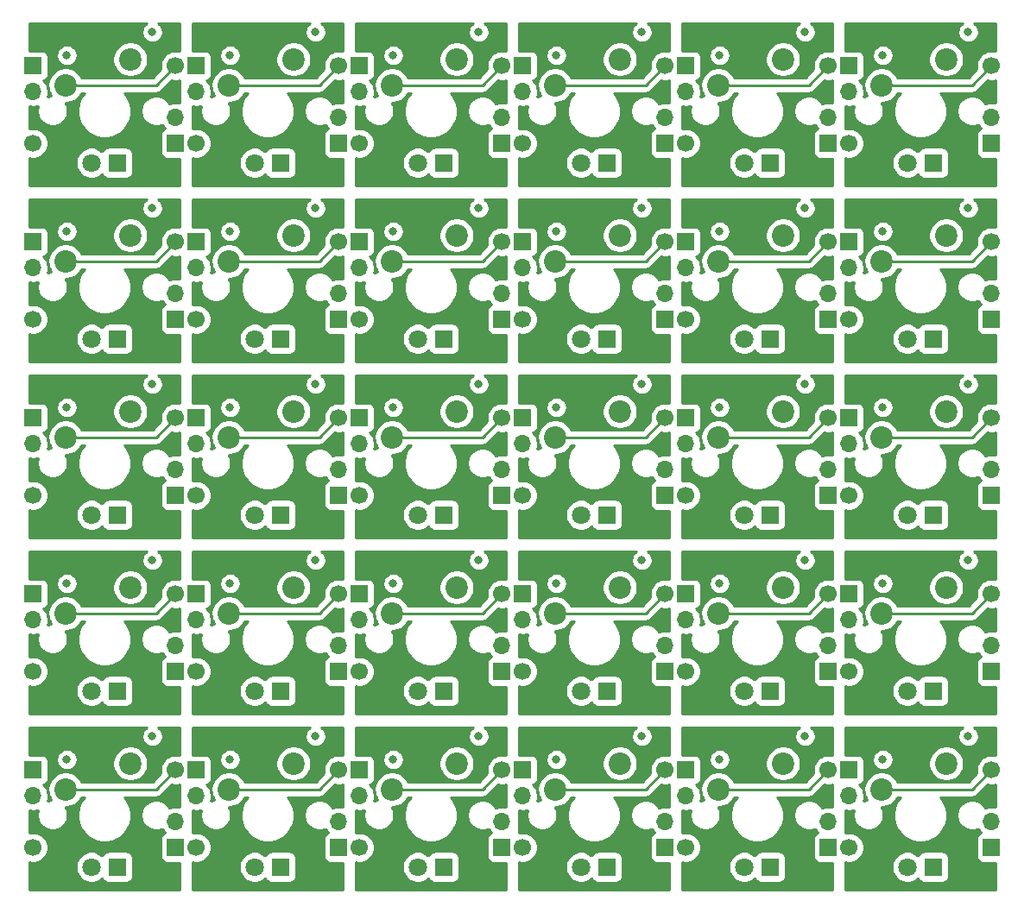
<source format=gbl>
G04 #@! TF.GenerationSoftware,KiCad,Pcbnew,5.1.0*
G04 #@! TF.CreationDate,2019-09-19T01:17:52+09:00*
G04 #@! TF.ProjectId,panelized_switch,70616e65-6c69-47a6-9564-5f7377697463,rev?*
G04 #@! TF.SameCoordinates,Original*
G04 #@! TF.FileFunction,Copper,L2,Bot*
G04 #@! TF.FilePolarity,Positive*
%FSLAX46Y46*%
G04 Gerber Fmt 4.6, Leading zero omitted, Abs format (unit mm)*
G04 Created by KiCad (PCBNEW 5.1.0) date 2019-09-19 01:17:52*
%MOMM*%
%LPD*%
G04 APERTURE LIST*
%ADD10C,2.200000*%
%ADD11C,1.700000*%
%ADD12C,1.800000*%
%ADD13R,1.800000X1.800000*%
%ADD14O,1.700000X1.700000*%
%ADD15R,1.700000X1.700000*%
%ADD16C,0.800000*%
%ADD17C,0.250000*%
%ADD18C,0.254000*%
G04 APERTURE END LIST*
D10*
X16891000Y-88519000D03*
X23241000Y-85979000D03*
D11*
X107696000Y-86614000D03*
X91694000Y-86614000D03*
X77724000Y-94234000D03*
D10*
X103251000Y-85979000D03*
X96901000Y-88519000D03*
D12*
X19431000Y-96139000D03*
D13*
X21971000Y-96139000D03*
D11*
X27686000Y-86614000D03*
D14*
X13716000Y-89154000D03*
D15*
X13716000Y-86614000D03*
D11*
X13716000Y-94234000D03*
D13*
X101981000Y-96139000D03*
D12*
X99441000Y-96139000D03*
D15*
X61722000Y-86614000D03*
D14*
X61722000Y-89154000D03*
D15*
X107696000Y-94234000D03*
D14*
X107696000Y-91694000D03*
D13*
X69977000Y-96139000D03*
D12*
X67437000Y-96139000D03*
D11*
X45720000Y-94234000D03*
X29718000Y-94234000D03*
D10*
X87249000Y-85979000D03*
X80899000Y-88519000D03*
D14*
X43688000Y-91694000D03*
D15*
X43688000Y-94234000D03*
D11*
X93726000Y-94234000D03*
X43688000Y-86614000D03*
D13*
X85979000Y-96139000D03*
D12*
X83439000Y-96139000D03*
D15*
X77724000Y-86614000D03*
D14*
X77724000Y-89154000D03*
D10*
X32893000Y-88519000D03*
X39243000Y-85979000D03*
D15*
X45720000Y-86614000D03*
D14*
X45720000Y-89154000D03*
X29718000Y-89154000D03*
D15*
X29718000Y-86614000D03*
X59690000Y-94234000D03*
D14*
X59690000Y-91694000D03*
D15*
X91694000Y-94234000D03*
D14*
X91694000Y-91694000D03*
D13*
X53975000Y-96139000D03*
D12*
X51435000Y-96139000D03*
X35433000Y-96139000D03*
D13*
X37973000Y-96139000D03*
D15*
X93726000Y-86614000D03*
D14*
X93726000Y-89154000D03*
D15*
X75692000Y-94234000D03*
D14*
X75692000Y-91694000D03*
D10*
X71247000Y-85979000D03*
X64897000Y-88519000D03*
D14*
X27686000Y-91694000D03*
D15*
X27686000Y-94234000D03*
D11*
X61722000Y-94234000D03*
D10*
X55245000Y-85979000D03*
X48895000Y-88519000D03*
D11*
X75692000Y-86614000D03*
X59690000Y-86614000D03*
D10*
X16891000Y-71247000D03*
X23241000Y-68707000D03*
D11*
X107696000Y-69342000D03*
X91694000Y-69342000D03*
X77724000Y-76962000D03*
D10*
X103251000Y-68707000D03*
X96901000Y-71247000D03*
D12*
X19431000Y-78867000D03*
D13*
X21971000Y-78867000D03*
D11*
X27686000Y-69342000D03*
D14*
X13716000Y-71882000D03*
D15*
X13716000Y-69342000D03*
D11*
X13716000Y-76962000D03*
D13*
X101981000Y-78867000D03*
D12*
X99441000Y-78867000D03*
D15*
X61722000Y-69342000D03*
D14*
X61722000Y-71882000D03*
D15*
X107696000Y-76962000D03*
D14*
X107696000Y-74422000D03*
D13*
X69977000Y-78867000D03*
D12*
X67437000Y-78867000D03*
D11*
X45720000Y-76962000D03*
X29718000Y-76962000D03*
D10*
X87249000Y-68707000D03*
X80899000Y-71247000D03*
D14*
X43688000Y-74422000D03*
D15*
X43688000Y-76962000D03*
D11*
X93726000Y-76962000D03*
X43688000Y-69342000D03*
D13*
X85979000Y-78867000D03*
D12*
X83439000Y-78867000D03*
D15*
X77724000Y-69342000D03*
D14*
X77724000Y-71882000D03*
D10*
X32893000Y-71247000D03*
X39243000Y-68707000D03*
D15*
X45720000Y-69342000D03*
D14*
X45720000Y-71882000D03*
X29718000Y-71882000D03*
D15*
X29718000Y-69342000D03*
X59690000Y-76962000D03*
D14*
X59690000Y-74422000D03*
D15*
X91694000Y-76962000D03*
D14*
X91694000Y-74422000D03*
D13*
X53975000Y-78867000D03*
D12*
X51435000Y-78867000D03*
X35433000Y-78867000D03*
D13*
X37973000Y-78867000D03*
D15*
X93726000Y-69342000D03*
D14*
X93726000Y-71882000D03*
D15*
X75692000Y-76962000D03*
D14*
X75692000Y-74422000D03*
D10*
X71247000Y-68707000D03*
X64897000Y-71247000D03*
D14*
X27686000Y-74422000D03*
D15*
X27686000Y-76962000D03*
D11*
X61722000Y-76962000D03*
D10*
X55245000Y-68707000D03*
X48895000Y-71247000D03*
D11*
X75692000Y-69342000D03*
X59690000Y-69342000D03*
D10*
X16891000Y-53975000D03*
X23241000Y-51435000D03*
D11*
X107696000Y-52070000D03*
X91694000Y-52070000D03*
X77724000Y-59690000D03*
D10*
X103251000Y-51435000D03*
X96901000Y-53975000D03*
D12*
X19431000Y-61595000D03*
D13*
X21971000Y-61595000D03*
D11*
X27686000Y-52070000D03*
D14*
X13716000Y-54610000D03*
D15*
X13716000Y-52070000D03*
D11*
X13716000Y-59690000D03*
D13*
X101981000Y-61595000D03*
D12*
X99441000Y-61595000D03*
D15*
X61722000Y-52070000D03*
D14*
X61722000Y-54610000D03*
D15*
X107696000Y-59690000D03*
D14*
X107696000Y-57150000D03*
D13*
X69977000Y-61595000D03*
D12*
X67437000Y-61595000D03*
D11*
X45720000Y-59690000D03*
X29718000Y-59690000D03*
D10*
X87249000Y-51435000D03*
X80899000Y-53975000D03*
D14*
X43688000Y-57150000D03*
D15*
X43688000Y-59690000D03*
D11*
X93726000Y-59690000D03*
X43688000Y-52070000D03*
D13*
X85979000Y-61595000D03*
D12*
X83439000Y-61595000D03*
D15*
X77724000Y-52070000D03*
D14*
X77724000Y-54610000D03*
D10*
X32893000Y-53975000D03*
X39243000Y-51435000D03*
D15*
X45720000Y-52070000D03*
D14*
X45720000Y-54610000D03*
X29718000Y-54610000D03*
D15*
X29718000Y-52070000D03*
X59690000Y-59690000D03*
D14*
X59690000Y-57150000D03*
D15*
X91694000Y-59690000D03*
D14*
X91694000Y-57150000D03*
D13*
X53975000Y-61595000D03*
D12*
X51435000Y-61595000D03*
X35433000Y-61595000D03*
D13*
X37973000Y-61595000D03*
D15*
X93726000Y-52070000D03*
D14*
X93726000Y-54610000D03*
D15*
X75692000Y-59690000D03*
D14*
X75692000Y-57150000D03*
D10*
X71247000Y-51435000D03*
X64897000Y-53975000D03*
D14*
X27686000Y-57150000D03*
D15*
X27686000Y-59690000D03*
D11*
X61722000Y-59690000D03*
D10*
X55245000Y-51435000D03*
X48895000Y-53975000D03*
D11*
X75692000Y-52070000D03*
X59690000Y-52070000D03*
D10*
X16891000Y-36703000D03*
X23241000Y-34163000D03*
D11*
X107696000Y-34798000D03*
X91694000Y-34798000D03*
X77724000Y-42418000D03*
D10*
X103251000Y-34163000D03*
X96901000Y-36703000D03*
D12*
X19431000Y-44323000D03*
D13*
X21971000Y-44323000D03*
D11*
X27686000Y-34798000D03*
D14*
X13716000Y-37338000D03*
D15*
X13716000Y-34798000D03*
D11*
X13716000Y-42418000D03*
D13*
X101981000Y-44323000D03*
D12*
X99441000Y-44323000D03*
D15*
X61722000Y-34798000D03*
D14*
X61722000Y-37338000D03*
D15*
X107696000Y-42418000D03*
D14*
X107696000Y-39878000D03*
D13*
X69977000Y-44323000D03*
D12*
X67437000Y-44323000D03*
D11*
X45720000Y-42418000D03*
X29718000Y-42418000D03*
D10*
X87249000Y-34163000D03*
X80899000Y-36703000D03*
D14*
X43688000Y-39878000D03*
D15*
X43688000Y-42418000D03*
D11*
X93726000Y-42418000D03*
X43688000Y-34798000D03*
D13*
X85979000Y-44323000D03*
D12*
X83439000Y-44323000D03*
D15*
X77724000Y-34798000D03*
D14*
X77724000Y-37338000D03*
D10*
X32893000Y-36703000D03*
X39243000Y-34163000D03*
D15*
X45720000Y-34798000D03*
D14*
X45720000Y-37338000D03*
X29718000Y-37338000D03*
D15*
X29718000Y-34798000D03*
X59690000Y-42418000D03*
D14*
X59690000Y-39878000D03*
D15*
X91694000Y-42418000D03*
D14*
X91694000Y-39878000D03*
D13*
X53975000Y-44323000D03*
D12*
X51435000Y-44323000D03*
X35433000Y-44323000D03*
D13*
X37973000Y-44323000D03*
D15*
X93726000Y-34798000D03*
D14*
X93726000Y-37338000D03*
D15*
X75692000Y-42418000D03*
D14*
X75692000Y-39878000D03*
D10*
X71247000Y-34163000D03*
X64897000Y-36703000D03*
D14*
X27686000Y-39878000D03*
D15*
X27686000Y-42418000D03*
D11*
X61722000Y-42418000D03*
D10*
X55245000Y-34163000D03*
X48895000Y-36703000D03*
D11*
X75692000Y-34798000D03*
X59690000Y-34798000D03*
D10*
X80899000Y-19431000D03*
X87249000Y-16891000D03*
D12*
X83439000Y-27051000D03*
D13*
X85979000Y-27051000D03*
D11*
X91694000Y-17526000D03*
D14*
X77724000Y-20066000D03*
D15*
X77724000Y-17526000D03*
D11*
X77724000Y-25146000D03*
X93726000Y-25146000D03*
D14*
X107696000Y-22606000D03*
D15*
X107696000Y-25146000D03*
D11*
X107696000Y-17526000D03*
D10*
X96901000Y-19431000D03*
X103251000Y-16891000D03*
D14*
X93726000Y-20066000D03*
D15*
X93726000Y-17526000D03*
D12*
X99441000Y-27051000D03*
D13*
X101981000Y-27051000D03*
D14*
X91694000Y-22606000D03*
D15*
X91694000Y-25146000D03*
D10*
X48895000Y-19431000D03*
X55245000Y-16891000D03*
D12*
X51435000Y-27051000D03*
D13*
X53975000Y-27051000D03*
D11*
X59690000Y-17526000D03*
D14*
X45720000Y-20066000D03*
D15*
X45720000Y-17526000D03*
D11*
X45720000Y-25146000D03*
X61722000Y-25146000D03*
D14*
X75692000Y-22606000D03*
D15*
X75692000Y-25146000D03*
D11*
X75692000Y-17526000D03*
D10*
X64897000Y-19431000D03*
X71247000Y-16891000D03*
D14*
X61722000Y-20066000D03*
D15*
X61722000Y-17526000D03*
D12*
X67437000Y-27051000D03*
D13*
X69977000Y-27051000D03*
D14*
X59690000Y-22606000D03*
D15*
X59690000Y-25146000D03*
D11*
X29718000Y-25146000D03*
D15*
X43688000Y-25146000D03*
D14*
X43688000Y-22606000D03*
D10*
X39243000Y-16891000D03*
X32893000Y-19431000D03*
D15*
X29718000Y-17526000D03*
D14*
X29718000Y-20066000D03*
D11*
X43688000Y-17526000D03*
D13*
X37973000Y-27051000D03*
D12*
X35433000Y-27051000D03*
D11*
X13716000Y-25146000D03*
D15*
X27686000Y-25146000D03*
D14*
X27686000Y-22606000D03*
D10*
X23241000Y-16891000D03*
X16891000Y-19431000D03*
D15*
X13716000Y-17526000D03*
D14*
X13716000Y-20066000D03*
D11*
X27686000Y-17526000D03*
D13*
X21971000Y-27051000D03*
D12*
X19431000Y-27051000D03*
D16*
X25400000Y-14224000D03*
X17018000Y-16510000D03*
X41402000Y-14224000D03*
X33020000Y-16510000D03*
X57404000Y-14224000D03*
X49022000Y-16510000D03*
X73406000Y-14224000D03*
X65024000Y-16510000D03*
X89408000Y-14224000D03*
X81026000Y-16510000D03*
X105410000Y-14224000D03*
X97028000Y-16510000D03*
X81026000Y-33782000D03*
X89408000Y-31496000D03*
X105410000Y-31496000D03*
X97028000Y-33782000D03*
X25400000Y-31496000D03*
X73406000Y-31496000D03*
X65024000Y-33782000D03*
X49022000Y-33782000D03*
X17018000Y-33782000D03*
X41402000Y-31496000D03*
X33020000Y-33782000D03*
X57404000Y-31496000D03*
X81026000Y-51054000D03*
X89408000Y-48768000D03*
X105410000Y-48768000D03*
X97028000Y-51054000D03*
X25400000Y-48768000D03*
X73406000Y-48768000D03*
X65024000Y-51054000D03*
X49022000Y-51054000D03*
X17018000Y-51054000D03*
X41402000Y-48768000D03*
X33020000Y-51054000D03*
X57404000Y-48768000D03*
X81026000Y-68326000D03*
X89408000Y-66040000D03*
X105410000Y-66040000D03*
X97028000Y-68326000D03*
X25400000Y-66040000D03*
X73406000Y-66040000D03*
X65024000Y-68326000D03*
X49022000Y-68326000D03*
X17018000Y-68326000D03*
X41402000Y-66040000D03*
X33020000Y-68326000D03*
X57404000Y-66040000D03*
X81026000Y-85598000D03*
X89408000Y-83312000D03*
X105410000Y-83312000D03*
X97028000Y-85598000D03*
X25400000Y-83312000D03*
X73406000Y-83312000D03*
X65024000Y-85598000D03*
X49022000Y-85598000D03*
X17018000Y-85598000D03*
X41402000Y-83312000D03*
X33020000Y-85598000D03*
X57404000Y-83312000D03*
D17*
X16891000Y-19431000D02*
X25781000Y-19431000D01*
X25781000Y-19431000D02*
X27686000Y-17526000D01*
X32893000Y-19431000D02*
X41783000Y-19431000D01*
X41783000Y-19431000D02*
X43688000Y-17526000D01*
X48895000Y-19431000D02*
X57785000Y-19431000D01*
X73787000Y-19431000D02*
X75692000Y-17526000D01*
X64897000Y-19431000D02*
X73787000Y-19431000D01*
X57785000Y-19431000D02*
X59690000Y-17526000D01*
X80899000Y-19431000D02*
X89789000Y-19431000D01*
X105791000Y-19431000D02*
X107696000Y-17526000D01*
X96901000Y-19431000D02*
X105791000Y-19431000D01*
X89789000Y-19431000D02*
X91694000Y-17526000D01*
X105791000Y-36703000D02*
X107696000Y-34798000D01*
X96901000Y-36703000D02*
X105791000Y-36703000D01*
X80899000Y-36703000D02*
X89789000Y-36703000D01*
X16891000Y-36703000D02*
X25781000Y-36703000D01*
X64897000Y-36703000D02*
X73787000Y-36703000D01*
X73787000Y-36703000D02*
X75692000Y-34798000D01*
X89789000Y-36703000D02*
X91694000Y-34798000D01*
X57785000Y-36703000D02*
X59690000Y-34798000D01*
X41783000Y-36703000D02*
X43688000Y-34798000D01*
X48895000Y-36703000D02*
X57785000Y-36703000D01*
X32893000Y-36703000D02*
X41783000Y-36703000D01*
X25781000Y-36703000D02*
X27686000Y-34798000D01*
X105791000Y-53975000D02*
X107696000Y-52070000D01*
X96901000Y-53975000D02*
X105791000Y-53975000D01*
X80899000Y-53975000D02*
X89789000Y-53975000D01*
X16891000Y-53975000D02*
X25781000Y-53975000D01*
X64897000Y-53975000D02*
X73787000Y-53975000D01*
X73787000Y-53975000D02*
X75692000Y-52070000D01*
X89789000Y-53975000D02*
X91694000Y-52070000D01*
X57785000Y-53975000D02*
X59690000Y-52070000D01*
X41783000Y-53975000D02*
X43688000Y-52070000D01*
X48895000Y-53975000D02*
X57785000Y-53975000D01*
X32893000Y-53975000D02*
X41783000Y-53975000D01*
X25781000Y-53975000D02*
X27686000Y-52070000D01*
X105791000Y-71247000D02*
X107696000Y-69342000D01*
X96901000Y-71247000D02*
X105791000Y-71247000D01*
X80899000Y-71247000D02*
X89789000Y-71247000D01*
X16891000Y-71247000D02*
X25781000Y-71247000D01*
X64897000Y-71247000D02*
X73787000Y-71247000D01*
X73787000Y-71247000D02*
X75692000Y-69342000D01*
X89789000Y-71247000D02*
X91694000Y-69342000D01*
X57785000Y-71247000D02*
X59690000Y-69342000D01*
X41783000Y-71247000D02*
X43688000Y-69342000D01*
X48895000Y-71247000D02*
X57785000Y-71247000D01*
X32893000Y-71247000D02*
X41783000Y-71247000D01*
X25781000Y-71247000D02*
X27686000Y-69342000D01*
X105791000Y-88519000D02*
X107696000Y-86614000D01*
X96901000Y-88519000D02*
X105791000Y-88519000D01*
X80899000Y-88519000D02*
X89789000Y-88519000D01*
X16891000Y-88519000D02*
X25781000Y-88519000D01*
X64897000Y-88519000D02*
X73787000Y-88519000D01*
X73787000Y-88519000D02*
X75692000Y-86614000D01*
X89789000Y-88519000D02*
X91694000Y-86614000D01*
X57785000Y-88519000D02*
X59690000Y-86614000D01*
X41783000Y-88519000D02*
X43688000Y-86614000D01*
X48895000Y-88519000D02*
X57785000Y-88519000D01*
X32893000Y-88519000D02*
X41783000Y-88519000D01*
X25781000Y-88519000D02*
X27686000Y-86614000D01*
D18*
G36*
X27539740Y-19011000D02*
G01*
X27832260Y-19011000D01*
X28042000Y-18969280D01*
X28042000Y-21162171D01*
X27977111Y-21142487D01*
X27758950Y-21121000D01*
X27613050Y-21121000D01*
X27394889Y-21142487D01*
X27114966Y-21227401D01*
X27081934Y-21245057D01*
X26934475Y-21024368D01*
X26727632Y-20817525D01*
X26484411Y-20655010D01*
X26214158Y-20543068D01*
X25927260Y-20486000D01*
X25634740Y-20486000D01*
X25347842Y-20543068D01*
X25077589Y-20655010D01*
X24834368Y-20817525D01*
X24627525Y-21024368D01*
X24465010Y-21267589D01*
X24353068Y-21537842D01*
X24296000Y-21824740D01*
X24296000Y-22117260D01*
X24353068Y-22404158D01*
X24465010Y-22674411D01*
X24627525Y-22917632D01*
X24834368Y-23124475D01*
X25077589Y-23286990D01*
X25347842Y-23398932D01*
X25634740Y-23456000D01*
X25927260Y-23456000D01*
X26214158Y-23398932D01*
X26387606Y-23327088D01*
X26445294Y-23435014D01*
X26630866Y-23661134D01*
X26660687Y-23685607D01*
X26591820Y-23706498D01*
X26481506Y-23765463D01*
X26384815Y-23844815D01*
X26305463Y-23941506D01*
X26246498Y-24051820D01*
X26210188Y-24171518D01*
X26197928Y-24296000D01*
X26197928Y-25996000D01*
X26210188Y-26120482D01*
X26246498Y-26240180D01*
X26305463Y-26350494D01*
X26384815Y-26447185D01*
X26481506Y-26526537D01*
X26591820Y-26585502D01*
X26711518Y-26621812D01*
X26836000Y-26634072D01*
X28042001Y-26634072D01*
X28042001Y-29312000D01*
X13360000Y-29312000D01*
X13360000Y-26899816D01*
X17896000Y-26899816D01*
X17896000Y-27202184D01*
X17954989Y-27498743D01*
X18070701Y-27778095D01*
X18238688Y-28029505D01*
X18452495Y-28243312D01*
X18703905Y-28411299D01*
X18983257Y-28527011D01*
X19279816Y-28586000D01*
X19582184Y-28586000D01*
X19878743Y-28527011D01*
X20158095Y-28411299D01*
X20409505Y-28243312D01*
X20475944Y-28176873D01*
X20481498Y-28195180D01*
X20540463Y-28305494D01*
X20619815Y-28402185D01*
X20716506Y-28481537D01*
X20826820Y-28540502D01*
X20946518Y-28576812D01*
X21071000Y-28589072D01*
X22871000Y-28589072D01*
X22995482Y-28576812D01*
X23115180Y-28540502D01*
X23225494Y-28481537D01*
X23322185Y-28402185D01*
X23401537Y-28305494D01*
X23460502Y-28195180D01*
X23496812Y-28075482D01*
X23509072Y-27951000D01*
X23509072Y-26151000D01*
X23496812Y-26026518D01*
X23460502Y-25906820D01*
X23401537Y-25796506D01*
X23322185Y-25699815D01*
X23225494Y-25620463D01*
X23115180Y-25561498D01*
X22995482Y-25525188D01*
X22871000Y-25512928D01*
X21071000Y-25512928D01*
X20946518Y-25525188D01*
X20826820Y-25561498D01*
X20716506Y-25620463D01*
X20619815Y-25699815D01*
X20540463Y-25796506D01*
X20481498Y-25906820D01*
X20475944Y-25925127D01*
X20409505Y-25858688D01*
X20158095Y-25690701D01*
X19878743Y-25574989D01*
X19582184Y-25516000D01*
X19279816Y-25516000D01*
X18983257Y-25574989D01*
X18703905Y-25690701D01*
X18452495Y-25858688D01*
X18238688Y-26072495D01*
X18070701Y-26323905D01*
X17954989Y-26603257D01*
X17896000Y-26899816D01*
X13360000Y-26899816D01*
X13360000Y-26589280D01*
X13569740Y-26631000D01*
X13862260Y-26631000D01*
X14149158Y-26573932D01*
X14419411Y-26461990D01*
X14662632Y-26299475D01*
X14869475Y-26092632D01*
X15031990Y-25849411D01*
X15143932Y-25579158D01*
X15201000Y-25292260D01*
X15201000Y-24999740D01*
X15143932Y-24712842D01*
X15031990Y-24442589D01*
X14869475Y-24199368D01*
X14662632Y-23992525D01*
X14419411Y-23830010D01*
X14149158Y-23718068D01*
X13862260Y-23661000D01*
X13569740Y-23661000D01*
X13360000Y-23702720D01*
X13360000Y-21509829D01*
X13424889Y-21529513D01*
X13643050Y-21551000D01*
X13788950Y-21551000D01*
X14007111Y-21529513D01*
X14223737Y-21463800D01*
X14193068Y-21537842D01*
X14136000Y-21824740D01*
X14136000Y-22117260D01*
X14193068Y-22404158D01*
X14305010Y-22674411D01*
X14467525Y-22917632D01*
X14674368Y-23124475D01*
X14917589Y-23286990D01*
X15187842Y-23398932D01*
X15474740Y-23456000D01*
X15767260Y-23456000D01*
X16054158Y-23398932D01*
X16324411Y-23286990D01*
X16567632Y-23124475D01*
X16774475Y-22917632D01*
X16936990Y-22674411D01*
X17048932Y-22404158D01*
X17106000Y-22117260D01*
X17106000Y-21824740D01*
X17048932Y-21537842D01*
X16936990Y-21267589D01*
X16869110Y-21166000D01*
X17061883Y-21166000D01*
X17397081Y-21099325D01*
X17712831Y-20968537D01*
X17996998Y-20778663D01*
X18238663Y-20536998D01*
X18428537Y-20252831D01*
X18454148Y-20191000D01*
X18754547Y-20191000D01*
X18654262Y-20291285D01*
X18365893Y-20722859D01*
X18167261Y-21202399D01*
X18066000Y-21711475D01*
X18066000Y-22230525D01*
X18167261Y-22739601D01*
X18365893Y-23219141D01*
X18654262Y-23650715D01*
X19021285Y-24017738D01*
X19452859Y-24306107D01*
X19932399Y-24504739D01*
X20441475Y-24606000D01*
X20960525Y-24606000D01*
X21469601Y-24504739D01*
X21949141Y-24306107D01*
X22380715Y-24017738D01*
X22747738Y-23650715D01*
X23036107Y-23219141D01*
X23234739Y-22739601D01*
X23336000Y-22230525D01*
X23336000Y-21711475D01*
X23234739Y-21202399D01*
X23036107Y-20722859D01*
X22747738Y-20291285D01*
X22647453Y-20191000D01*
X25743678Y-20191000D01*
X25781000Y-20194676D01*
X25818322Y-20191000D01*
X25818333Y-20191000D01*
X25929986Y-20180003D01*
X26073247Y-20136546D01*
X26205276Y-20065974D01*
X26321001Y-19971001D01*
X26344804Y-19941997D01*
X27319592Y-18967210D01*
X27539740Y-19011000D01*
X27539740Y-19011000D01*
G37*
X27539740Y-19011000D02*
X27832260Y-19011000D01*
X28042000Y-18969280D01*
X28042000Y-21162171D01*
X27977111Y-21142487D01*
X27758950Y-21121000D01*
X27613050Y-21121000D01*
X27394889Y-21142487D01*
X27114966Y-21227401D01*
X27081934Y-21245057D01*
X26934475Y-21024368D01*
X26727632Y-20817525D01*
X26484411Y-20655010D01*
X26214158Y-20543068D01*
X25927260Y-20486000D01*
X25634740Y-20486000D01*
X25347842Y-20543068D01*
X25077589Y-20655010D01*
X24834368Y-20817525D01*
X24627525Y-21024368D01*
X24465010Y-21267589D01*
X24353068Y-21537842D01*
X24296000Y-21824740D01*
X24296000Y-22117260D01*
X24353068Y-22404158D01*
X24465010Y-22674411D01*
X24627525Y-22917632D01*
X24834368Y-23124475D01*
X25077589Y-23286990D01*
X25347842Y-23398932D01*
X25634740Y-23456000D01*
X25927260Y-23456000D01*
X26214158Y-23398932D01*
X26387606Y-23327088D01*
X26445294Y-23435014D01*
X26630866Y-23661134D01*
X26660687Y-23685607D01*
X26591820Y-23706498D01*
X26481506Y-23765463D01*
X26384815Y-23844815D01*
X26305463Y-23941506D01*
X26246498Y-24051820D01*
X26210188Y-24171518D01*
X26197928Y-24296000D01*
X26197928Y-25996000D01*
X26210188Y-26120482D01*
X26246498Y-26240180D01*
X26305463Y-26350494D01*
X26384815Y-26447185D01*
X26481506Y-26526537D01*
X26591820Y-26585502D01*
X26711518Y-26621812D01*
X26836000Y-26634072D01*
X28042001Y-26634072D01*
X28042001Y-29312000D01*
X13360000Y-29312000D01*
X13360000Y-26899816D01*
X17896000Y-26899816D01*
X17896000Y-27202184D01*
X17954989Y-27498743D01*
X18070701Y-27778095D01*
X18238688Y-28029505D01*
X18452495Y-28243312D01*
X18703905Y-28411299D01*
X18983257Y-28527011D01*
X19279816Y-28586000D01*
X19582184Y-28586000D01*
X19878743Y-28527011D01*
X20158095Y-28411299D01*
X20409505Y-28243312D01*
X20475944Y-28176873D01*
X20481498Y-28195180D01*
X20540463Y-28305494D01*
X20619815Y-28402185D01*
X20716506Y-28481537D01*
X20826820Y-28540502D01*
X20946518Y-28576812D01*
X21071000Y-28589072D01*
X22871000Y-28589072D01*
X22995482Y-28576812D01*
X23115180Y-28540502D01*
X23225494Y-28481537D01*
X23322185Y-28402185D01*
X23401537Y-28305494D01*
X23460502Y-28195180D01*
X23496812Y-28075482D01*
X23509072Y-27951000D01*
X23509072Y-26151000D01*
X23496812Y-26026518D01*
X23460502Y-25906820D01*
X23401537Y-25796506D01*
X23322185Y-25699815D01*
X23225494Y-25620463D01*
X23115180Y-25561498D01*
X22995482Y-25525188D01*
X22871000Y-25512928D01*
X21071000Y-25512928D01*
X20946518Y-25525188D01*
X20826820Y-25561498D01*
X20716506Y-25620463D01*
X20619815Y-25699815D01*
X20540463Y-25796506D01*
X20481498Y-25906820D01*
X20475944Y-25925127D01*
X20409505Y-25858688D01*
X20158095Y-25690701D01*
X19878743Y-25574989D01*
X19582184Y-25516000D01*
X19279816Y-25516000D01*
X18983257Y-25574989D01*
X18703905Y-25690701D01*
X18452495Y-25858688D01*
X18238688Y-26072495D01*
X18070701Y-26323905D01*
X17954989Y-26603257D01*
X17896000Y-26899816D01*
X13360000Y-26899816D01*
X13360000Y-26589280D01*
X13569740Y-26631000D01*
X13862260Y-26631000D01*
X14149158Y-26573932D01*
X14419411Y-26461990D01*
X14662632Y-26299475D01*
X14869475Y-26092632D01*
X15031990Y-25849411D01*
X15143932Y-25579158D01*
X15201000Y-25292260D01*
X15201000Y-24999740D01*
X15143932Y-24712842D01*
X15031990Y-24442589D01*
X14869475Y-24199368D01*
X14662632Y-23992525D01*
X14419411Y-23830010D01*
X14149158Y-23718068D01*
X13862260Y-23661000D01*
X13569740Y-23661000D01*
X13360000Y-23702720D01*
X13360000Y-21509829D01*
X13424889Y-21529513D01*
X13643050Y-21551000D01*
X13788950Y-21551000D01*
X14007111Y-21529513D01*
X14223737Y-21463800D01*
X14193068Y-21537842D01*
X14136000Y-21824740D01*
X14136000Y-22117260D01*
X14193068Y-22404158D01*
X14305010Y-22674411D01*
X14467525Y-22917632D01*
X14674368Y-23124475D01*
X14917589Y-23286990D01*
X15187842Y-23398932D01*
X15474740Y-23456000D01*
X15767260Y-23456000D01*
X16054158Y-23398932D01*
X16324411Y-23286990D01*
X16567632Y-23124475D01*
X16774475Y-22917632D01*
X16936990Y-22674411D01*
X17048932Y-22404158D01*
X17106000Y-22117260D01*
X17106000Y-21824740D01*
X17048932Y-21537842D01*
X16936990Y-21267589D01*
X16869110Y-21166000D01*
X17061883Y-21166000D01*
X17397081Y-21099325D01*
X17712831Y-20968537D01*
X17996998Y-20778663D01*
X18238663Y-20536998D01*
X18428537Y-20252831D01*
X18454148Y-20191000D01*
X18754547Y-20191000D01*
X18654262Y-20291285D01*
X18365893Y-20722859D01*
X18167261Y-21202399D01*
X18066000Y-21711475D01*
X18066000Y-22230525D01*
X18167261Y-22739601D01*
X18365893Y-23219141D01*
X18654262Y-23650715D01*
X19021285Y-24017738D01*
X19452859Y-24306107D01*
X19932399Y-24504739D01*
X20441475Y-24606000D01*
X20960525Y-24606000D01*
X21469601Y-24504739D01*
X21949141Y-24306107D01*
X22380715Y-24017738D01*
X22747738Y-23650715D01*
X23036107Y-23219141D01*
X23234739Y-22739601D01*
X23336000Y-22230525D01*
X23336000Y-21711475D01*
X23234739Y-21202399D01*
X23036107Y-20722859D01*
X22747738Y-20291285D01*
X22647453Y-20191000D01*
X25743678Y-20191000D01*
X25781000Y-20194676D01*
X25818322Y-20191000D01*
X25818333Y-20191000D01*
X25929986Y-20180003D01*
X26073247Y-20136546D01*
X26205276Y-20065974D01*
X26321001Y-19971001D01*
X26344804Y-19941997D01*
X27319592Y-18967210D01*
X27539740Y-19011000D01*
G36*
X24740226Y-13420063D02*
G01*
X24596063Y-13564226D01*
X24482795Y-13733744D01*
X24404774Y-13922102D01*
X24365000Y-14122061D01*
X24365000Y-14325939D01*
X24404774Y-14525898D01*
X24482795Y-14714256D01*
X24596063Y-14883774D01*
X24740226Y-15027937D01*
X24909744Y-15141205D01*
X25098102Y-15219226D01*
X25298061Y-15259000D01*
X25501939Y-15259000D01*
X25701898Y-15219226D01*
X25890256Y-15141205D01*
X26059774Y-15027937D01*
X26203937Y-14883774D01*
X26317205Y-14714256D01*
X26395226Y-14525898D01*
X26435000Y-14325939D01*
X26435000Y-14122061D01*
X26395226Y-13922102D01*
X26317205Y-13733744D01*
X26203937Y-13564226D01*
X26059774Y-13420063D01*
X25969883Y-13360000D01*
X28042000Y-13360000D01*
X28042000Y-16082720D01*
X27832260Y-16041000D01*
X27539740Y-16041000D01*
X27252842Y-16098068D01*
X26982589Y-16210010D01*
X26739368Y-16372525D01*
X26532525Y-16579368D01*
X26370010Y-16822589D01*
X26258068Y-17092842D01*
X26201000Y-17379740D01*
X26201000Y-17672260D01*
X26244790Y-17892408D01*
X25466199Y-18671000D01*
X18454148Y-18671000D01*
X18428537Y-18609169D01*
X18238663Y-18325002D01*
X17996998Y-18083337D01*
X17712831Y-17893463D01*
X17397081Y-17762675D01*
X17061883Y-17696000D01*
X16720117Y-17696000D01*
X16384919Y-17762675D01*
X16069169Y-17893463D01*
X15785002Y-18083337D01*
X15543337Y-18325002D01*
X15353463Y-18609169D01*
X15222675Y-18924919D01*
X15156000Y-19260117D01*
X15156000Y-19601883D01*
X15222675Y-19937081D01*
X15353463Y-20252831D01*
X15509261Y-20486000D01*
X15474740Y-20486000D01*
X15187842Y-20543068D01*
X15113800Y-20573737D01*
X15179513Y-20357111D01*
X15208185Y-20066000D01*
X15179513Y-19774889D01*
X15094599Y-19494966D01*
X14956706Y-19236986D01*
X14771134Y-19010866D01*
X14741313Y-18986393D01*
X14810180Y-18965502D01*
X14920494Y-18906537D01*
X15017185Y-18827185D01*
X15096537Y-18730494D01*
X15155502Y-18620180D01*
X15191812Y-18500482D01*
X15204072Y-18376000D01*
X15204072Y-16676000D01*
X15191812Y-16551518D01*
X15155502Y-16431820D01*
X15142803Y-16408061D01*
X15983000Y-16408061D01*
X15983000Y-16611939D01*
X16022774Y-16811898D01*
X16100795Y-17000256D01*
X16214063Y-17169774D01*
X16358226Y-17313937D01*
X16527744Y-17427205D01*
X16716102Y-17505226D01*
X16916061Y-17545000D01*
X17119939Y-17545000D01*
X17319898Y-17505226D01*
X17508256Y-17427205D01*
X17677774Y-17313937D01*
X17821937Y-17169774D01*
X17935205Y-17000256D01*
X18013226Y-16811898D01*
X18031482Y-16720117D01*
X21506000Y-16720117D01*
X21506000Y-17061883D01*
X21572675Y-17397081D01*
X21703463Y-17712831D01*
X21893337Y-17996998D01*
X22135002Y-18238663D01*
X22419169Y-18428537D01*
X22734919Y-18559325D01*
X23070117Y-18626000D01*
X23411883Y-18626000D01*
X23747081Y-18559325D01*
X24062831Y-18428537D01*
X24346998Y-18238663D01*
X24588663Y-17996998D01*
X24778537Y-17712831D01*
X24909325Y-17397081D01*
X24976000Y-17061883D01*
X24976000Y-16720117D01*
X24909325Y-16384919D01*
X24778537Y-16069169D01*
X24588663Y-15785002D01*
X24346998Y-15543337D01*
X24062831Y-15353463D01*
X23747081Y-15222675D01*
X23411883Y-15156000D01*
X23070117Y-15156000D01*
X22734919Y-15222675D01*
X22419169Y-15353463D01*
X22135002Y-15543337D01*
X21893337Y-15785002D01*
X21703463Y-16069169D01*
X21572675Y-16384919D01*
X21506000Y-16720117D01*
X18031482Y-16720117D01*
X18053000Y-16611939D01*
X18053000Y-16408061D01*
X18013226Y-16208102D01*
X17935205Y-16019744D01*
X17821937Y-15850226D01*
X17677774Y-15706063D01*
X17508256Y-15592795D01*
X17319898Y-15514774D01*
X17119939Y-15475000D01*
X16916061Y-15475000D01*
X16716102Y-15514774D01*
X16527744Y-15592795D01*
X16358226Y-15706063D01*
X16214063Y-15850226D01*
X16100795Y-16019744D01*
X16022774Y-16208102D01*
X15983000Y-16408061D01*
X15142803Y-16408061D01*
X15096537Y-16321506D01*
X15017185Y-16224815D01*
X14920494Y-16145463D01*
X14810180Y-16086498D01*
X14690482Y-16050188D01*
X14566000Y-16037928D01*
X13360000Y-16037928D01*
X13360000Y-13360000D01*
X24830117Y-13360000D01*
X24740226Y-13420063D01*
X24740226Y-13420063D01*
G37*
X24740226Y-13420063D02*
X24596063Y-13564226D01*
X24482795Y-13733744D01*
X24404774Y-13922102D01*
X24365000Y-14122061D01*
X24365000Y-14325939D01*
X24404774Y-14525898D01*
X24482795Y-14714256D01*
X24596063Y-14883774D01*
X24740226Y-15027937D01*
X24909744Y-15141205D01*
X25098102Y-15219226D01*
X25298061Y-15259000D01*
X25501939Y-15259000D01*
X25701898Y-15219226D01*
X25890256Y-15141205D01*
X26059774Y-15027937D01*
X26203937Y-14883774D01*
X26317205Y-14714256D01*
X26395226Y-14525898D01*
X26435000Y-14325939D01*
X26435000Y-14122061D01*
X26395226Y-13922102D01*
X26317205Y-13733744D01*
X26203937Y-13564226D01*
X26059774Y-13420063D01*
X25969883Y-13360000D01*
X28042000Y-13360000D01*
X28042000Y-16082720D01*
X27832260Y-16041000D01*
X27539740Y-16041000D01*
X27252842Y-16098068D01*
X26982589Y-16210010D01*
X26739368Y-16372525D01*
X26532525Y-16579368D01*
X26370010Y-16822589D01*
X26258068Y-17092842D01*
X26201000Y-17379740D01*
X26201000Y-17672260D01*
X26244790Y-17892408D01*
X25466199Y-18671000D01*
X18454148Y-18671000D01*
X18428537Y-18609169D01*
X18238663Y-18325002D01*
X17996998Y-18083337D01*
X17712831Y-17893463D01*
X17397081Y-17762675D01*
X17061883Y-17696000D01*
X16720117Y-17696000D01*
X16384919Y-17762675D01*
X16069169Y-17893463D01*
X15785002Y-18083337D01*
X15543337Y-18325002D01*
X15353463Y-18609169D01*
X15222675Y-18924919D01*
X15156000Y-19260117D01*
X15156000Y-19601883D01*
X15222675Y-19937081D01*
X15353463Y-20252831D01*
X15509261Y-20486000D01*
X15474740Y-20486000D01*
X15187842Y-20543068D01*
X15113800Y-20573737D01*
X15179513Y-20357111D01*
X15208185Y-20066000D01*
X15179513Y-19774889D01*
X15094599Y-19494966D01*
X14956706Y-19236986D01*
X14771134Y-19010866D01*
X14741313Y-18986393D01*
X14810180Y-18965502D01*
X14920494Y-18906537D01*
X15017185Y-18827185D01*
X15096537Y-18730494D01*
X15155502Y-18620180D01*
X15191812Y-18500482D01*
X15204072Y-18376000D01*
X15204072Y-16676000D01*
X15191812Y-16551518D01*
X15155502Y-16431820D01*
X15142803Y-16408061D01*
X15983000Y-16408061D01*
X15983000Y-16611939D01*
X16022774Y-16811898D01*
X16100795Y-17000256D01*
X16214063Y-17169774D01*
X16358226Y-17313937D01*
X16527744Y-17427205D01*
X16716102Y-17505226D01*
X16916061Y-17545000D01*
X17119939Y-17545000D01*
X17319898Y-17505226D01*
X17508256Y-17427205D01*
X17677774Y-17313937D01*
X17821937Y-17169774D01*
X17935205Y-17000256D01*
X18013226Y-16811898D01*
X18031482Y-16720117D01*
X21506000Y-16720117D01*
X21506000Y-17061883D01*
X21572675Y-17397081D01*
X21703463Y-17712831D01*
X21893337Y-17996998D01*
X22135002Y-18238663D01*
X22419169Y-18428537D01*
X22734919Y-18559325D01*
X23070117Y-18626000D01*
X23411883Y-18626000D01*
X23747081Y-18559325D01*
X24062831Y-18428537D01*
X24346998Y-18238663D01*
X24588663Y-17996998D01*
X24778537Y-17712831D01*
X24909325Y-17397081D01*
X24976000Y-17061883D01*
X24976000Y-16720117D01*
X24909325Y-16384919D01*
X24778537Y-16069169D01*
X24588663Y-15785002D01*
X24346998Y-15543337D01*
X24062831Y-15353463D01*
X23747081Y-15222675D01*
X23411883Y-15156000D01*
X23070117Y-15156000D01*
X22734919Y-15222675D01*
X22419169Y-15353463D01*
X22135002Y-15543337D01*
X21893337Y-15785002D01*
X21703463Y-16069169D01*
X21572675Y-16384919D01*
X21506000Y-16720117D01*
X18031482Y-16720117D01*
X18053000Y-16611939D01*
X18053000Y-16408061D01*
X18013226Y-16208102D01*
X17935205Y-16019744D01*
X17821937Y-15850226D01*
X17677774Y-15706063D01*
X17508256Y-15592795D01*
X17319898Y-15514774D01*
X17119939Y-15475000D01*
X16916061Y-15475000D01*
X16716102Y-15514774D01*
X16527744Y-15592795D01*
X16358226Y-15706063D01*
X16214063Y-15850226D01*
X16100795Y-16019744D01*
X16022774Y-16208102D01*
X15983000Y-16408061D01*
X15142803Y-16408061D01*
X15096537Y-16321506D01*
X15017185Y-16224815D01*
X14920494Y-16145463D01*
X14810180Y-16086498D01*
X14690482Y-16050188D01*
X14566000Y-16037928D01*
X13360000Y-16037928D01*
X13360000Y-13360000D01*
X24830117Y-13360000D01*
X24740226Y-13420063D01*
G36*
X43541740Y-19011000D02*
G01*
X43834260Y-19011000D01*
X44044000Y-18969280D01*
X44044000Y-21162171D01*
X43979111Y-21142487D01*
X43760950Y-21121000D01*
X43615050Y-21121000D01*
X43396889Y-21142487D01*
X43116966Y-21227401D01*
X43083934Y-21245057D01*
X42936475Y-21024368D01*
X42729632Y-20817525D01*
X42486411Y-20655010D01*
X42216158Y-20543068D01*
X41929260Y-20486000D01*
X41636740Y-20486000D01*
X41349842Y-20543068D01*
X41079589Y-20655010D01*
X40836368Y-20817525D01*
X40629525Y-21024368D01*
X40467010Y-21267589D01*
X40355068Y-21537842D01*
X40298000Y-21824740D01*
X40298000Y-22117260D01*
X40355068Y-22404158D01*
X40467010Y-22674411D01*
X40629525Y-22917632D01*
X40836368Y-23124475D01*
X41079589Y-23286990D01*
X41349842Y-23398932D01*
X41636740Y-23456000D01*
X41929260Y-23456000D01*
X42216158Y-23398932D01*
X42389606Y-23327088D01*
X42447294Y-23435014D01*
X42632866Y-23661134D01*
X42662687Y-23685607D01*
X42593820Y-23706498D01*
X42483506Y-23765463D01*
X42386815Y-23844815D01*
X42307463Y-23941506D01*
X42248498Y-24051820D01*
X42212188Y-24171518D01*
X42199928Y-24296000D01*
X42199928Y-25996000D01*
X42212188Y-26120482D01*
X42248498Y-26240180D01*
X42307463Y-26350494D01*
X42386815Y-26447185D01*
X42483506Y-26526537D01*
X42593820Y-26585502D01*
X42713518Y-26621812D01*
X42838000Y-26634072D01*
X44044001Y-26634072D01*
X44044001Y-29312000D01*
X29362000Y-29312000D01*
X29362000Y-26899816D01*
X33898000Y-26899816D01*
X33898000Y-27202184D01*
X33956989Y-27498743D01*
X34072701Y-27778095D01*
X34240688Y-28029505D01*
X34454495Y-28243312D01*
X34705905Y-28411299D01*
X34985257Y-28527011D01*
X35281816Y-28586000D01*
X35584184Y-28586000D01*
X35880743Y-28527011D01*
X36160095Y-28411299D01*
X36411505Y-28243312D01*
X36477944Y-28176873D01*
X36483498Y-28195180D01*
X36542463Y-28305494D01*
X36621815Y-28402185D01*
X36718506Y-28481537D01*
X36828820Y-28540502D01*
X36948518Y-28576812D01*
X37073000Y-28589072D01*
X38873000Y-28589072D01*
X38997482Y-28576812D01*
X39117180Y-28540502D01*
X39227494Y-28481537D01*
X39324185Y-28402185D01*
X39403537Y-28305494D01*
X39462502Y-28195180D01*
X39498812Y-28075482D01*
X39511072Y-27951000D01*
X39511072Y-26151000D01*
X39498812Y-26026518D01*
X39462502Y-25906820D01*
X39403537Y-25796506D01*
X39324185Y-25699815D01*
X39227494Y-25620463D01*
X39117180Y-25561498D01*
X38997482Y-25525188D01*
X38873000Y-25512928D01*
X37073000Y-25512928D01*
X36948518Y-25525188D01*
X36828820Y-25561498D01*
X36718506Y-25620463D01*
X36621815Y-25699815D01*
X36542463Y-25796506D01*
X36483498Y-25906820D01*
X36477944Y-25925127D01*
X36411505Y-25858688D01*
X36160095Y-25690701D01*
X35880743Y-25574989D01*
X35584184Y-25516000D01*
X35281816Y-25516000D01*
X34985257Y-25574989D01*
X34705905Y-25690701D01*
X34454495Y-25858688D01*
X34240688Y-26072495D01*
X34072701Y-26323905D01*
X33956989Y-26603257D01*
X33898000Y-26899816D01*
X29362000Y-26899816D01*
X29362000Y-26589280D01*
X29571740Y-26631000D01*
X29864260Y-26631000D01*
X30151158Y-26573932D01*
X30421411Y-26461990D01*
X30664632Y-26299475D01*
X30871475Y-26092632D01*
X31033990Y-25849411D01*
X31145932Y-25579158D01*
X31203000Y-25292260D01*
X31203000Y-24999740D01*
X31145932Y-24712842D01*
X31033990Y-24442589D01*
X30871475Y-24199368D01*
X30664632Y-23992525D01*
X30421411Y-23830010D01*
X30151158Y-23718068D01*
X29864260Y-23661000D01*
X29571740Y-23661000D01*
X29362000Y-23702720D01*
X29362000Y-21509829D01*
X29426889Y-21529513D01*
X29645050Y-21551000D01*
X29790950Y-21551000D01*
X30009111Y-21529513D01*
X30225737Y-21463800D01*
X30195068Y-21537842D01*
X30138000Y-21824740D01*
X30138000Y-22117260D01*
X30195068Y-22404158D01*
X30307010Y-22674411D01*
X30469525Y-22917632D01*
X30676368Y-23124475D01*
X30919589Y-23286990D01*
X31189842Y-23398932D01*
X31476740Y-23456000D01*
X31769260Y-23456000D01*
X32056158Y-23398932D01*
X32326411Y-23286990D01*
X32569632Y-23124475D01*
X32776475Y-22917632D01*
X32938990Y-22674411D01*
X33050932Y-22404158D01*
X33108000Y-22117260D01*
X33108000Y-21824740D01*
X33050932Y-21537842D01*
X32938990Y-21267589D01*
X32871110Y-21166000D01*
X33063883Y-21166000D01*
X33399081Y-21099325D01*
X33714831Y-20968537D01*
X33998998Y-20778663D01*
X34240663Y-20536998D01*
X34430537Y-20252831D01*
X34456148Y-20191000D01*
X34756547Y-20191000D01*
X34656262Y-20291285D01*
X34367893Y-20722859D01*
X34169261Y-21202399D01*
X34068000Y-21711475D01*
X34068000Y-22230525D01*
X34169261Y-22739601D01*
X34367893Y-23219141D01*
X34656262Y-23650715D01*
X35023285Y-24017738D01*
X35454859Y-24306107D01*
X35934399Y-24504739D01*
X36443475Y-24606000D01*
X36962525Y-24606000D01*
X37471601Y-24504739D01*
X37951141Y-24306107D01*
X38382715Y-24017738D01*
X38749738Y-23650715D01*
X39038107Y-23219141D01*
X39236739Y-22739601D01*
X39338000Y-22230525D01*
X39338000Y-21711475D01*
X39236739Y-21202399D01*
X39038107Y-20722859D01*
X38749738Y-20291285D01*
X38649453Y-20191000D01*
X41745678Y-20191000D01*
X41783000Y-20194676D01*
X41820322Y-20191000D01*
X41820333Y-20191000D01*
X41931986Y-20180003D01*
X42075247Y-20136546D01*
X42207276Y-20065974D01*
X42323001Y-19971001D01*
X42346804Y-19941997D01*
X43321592Y-18967210D01*
X43541740Y-19011000D01*
X43541740Y-19011000D01*
G37*
X43541740Y-19011000D02*
X43834260Y-19011000D01*
X44044000Y-18969280D01*
X44044000Y-21162171D01*
X43979111Y-21142487D01*
X43760950Y-21121000D01*
X43615050Y-21121000D01*
X43396889Y-21142487D01*
X43116966Y-21227401D01*
X43083934Y-21245057D01*
X42936475Y-21024368D01*
X42729632Y-20817525D01*
X42486411Y-20655010D01*
X42216158Y-20543068D01*
X41929260Y-20486000D01*
X41636740Y-20486000D01*
X41349842Y-20543068D01*
X41079589Y-20655010D01*
X40836368Y-20817525D01*
X40629525Y-21024368D01*
X40467010Y-21267589D01*
X40355068Y-21537842D01*
X40298000Y-21824740D01*
X40298000Y-22117260D01*
X40355068Y-22404158D01*
X40467010Y-22674411D01*
X40629525Y-22917632D01*
X40836368Y-23124475D01*
X41079589Y-23286990D01*
X41349842Y-23398932D01*
X41636740Y-23456000D01*
X41929260Y-23456000D01*
X42216158Y-23398932D01*
X42389606Y-23327088D01*
X42447294Y-23435014D01*
X42632866Y-23661134D01*
X42662687Y-23685607D01*
X42593820Y-23706498D01*
X42483506Y-23765463D01*
X42386815Y-23844815D01*
X42307463Y-23941506D01*
X42248498Y-24051820D01*
X42212188Y-24171518D01*
X42199928Y-24296000D01*
X42199928Y-25996000D01*
X42212188Y-26120482D01*
X42248498Y-26240180D01*
X42307463Y-26350494D01*
X42386815Y-26447185D01*
X42483506Y-26526537D01*
X42593820Y-26585502D01*
X42713518Y-26621812D01*
X42838000Y-26634072D01*
X44044001Y-26634072D01*
X44044001Y-29312000D01*
X29362000Y-29312000D01*
X29362000Y-26899816D01*
X33898000Y-26899816D01*
X33898000Y-27202184D01*
X33956989Y-27498743D01*
X34072701Y-27778095D01*
X34240688Y-28029505D01*
X34454495Y-28243312D01*
X34705905Y-28411299D01*
X34985257Y-28527011D01*
X35281816Y-28586000D01*
X35584184Y-28586000D01*
X35880743Y-28527011D01*
X36160095Y-28411299D01*
X36411505Y-28243312D01*
X36477944Y-28176873D01*
X36483498Y-28195180D01*
X36542463Y-28305494D01*
X36621815Y-28402185D01*
X36718506Y-28481537D01*
X36828820Y-28540502D01*
X36948518Y-28576812D01*
X37073000Y-28589072D01*
X38873000Y-28589072D01*
X38997482Y-28576812D01*
X39117180Y-28540502D01*
X39227494Y-28481537D01*
X39324185Y-28402185D01*
X39403537Y-28305494D01*
X39462502Y-28195180D01*
X39498812Y-28075482D01*
X39511072Y-27951000D01*
X39511072Y-26151000D01*
X39498812Y-26026518D01*
X39462502Y-25906820D01*
X39403537Y-25796506D01*
X39324185Y-25699815D01*
X39227494Y-25620463D01*
X39117180Y-25561498D01*
X38997482Y-25525188D01*
X38873000Y-25512928D01*
X37073000Y-25512928D01*
X36948518Y-25525188D01*
X36828820Y-25561498D01*
X36718506Y-25620463D01*
X36621815Y-25699815D01*
X36542463Y-25796506D01*
X36483498Y-25906820D01*
X36477944Y-25925127D01*
X36411505Y-25858688D01*
X36160095Y-25690701D01*
X35880743Y-25574989D01*
X35584184Y-25516000D01*
X35281816Y-25516000D01*
X34985257Y-25574989D01*
X34705905Y-25690701D01*
X34454495Y-25858688D01*
X34240688Y-26072495D01*
X34072701Y-26323905D01*
X33956989Y-26603257D01*
X33898000Y-26899816D01*
X29362000Y-26899816D01*
X29362000Y-26589280D01*
X29571740Y-26631000D01*
X29864260Y-26631000D01*
X30151158Y-26573932D01*
X30421411Y-26461990D01*
X30664632Y-26299475D01*
X30871475Y-26092632D01*
X31033990Y-25849411D01*
X31145932Y-25579158D01*
X31203000Y-25292260D01*
X31203000Y-24999740D01*
X31145932Y-24712842D01*
X31033990Y-24442589D01*
X30871475Y-24199368D01*
X30664632Y-23992525D01*
X30421411Y-23830010D01*
X30151158Y-23718068D01*
X29864260Y-23661000D01*
X29571740Y-23661000D01*
X29362000Y-23702720D01*
X29362000Y-21509829D01*
X29426889Y-21529513D01*
X29645050Y-21551000D01*
X29790950Y-21551000D01*
X30009111Y-21529513D01*
X30225737Y-21463800D01*
X30195068Y-21537842D01*
X30138000Y-21824740D01*
X30138000Y-22117260D01*
X30195068Y-22404158D01*
X30307010Y-22674411D01*
X30469525Y-22917632D01*
X30676368Y-23124475D01*
X30919589Y-23286990D01*
X31189842Y-23398932D01*
X31476740Y-23456000D01*
X31769260Y-23456000D01*
X32056158Y-23398932D01*
X32326411Y-23286990D01*
X32569632Y-23124475D01*
X32776475Y-22917632D01*
X32938990Y-22674411D01*
X33050932Y-22404158D01*
X33108000Y-22117260D01*
X33108000Y-21824740D01*
X33050932Y-21537842D01*
X32938990Y-21267589D01*
X32871110Y-21166000D01*
X33063883Y-21166000D01*
X33399081Y-21099325D01*
X33714831Y-20968537D01*
X33998998Y-20778663D01*
X34240663Y-20536998D01*
X34430537Y-20252831D01*
X34456148Y-20191000D01*
X34756547Y-20191000D01*
X34656262Y-20291285D01*
X34367893Y-20722859D01*
X34169261Y-21202399D01*
X34068000Y-21711475D01*
X34068000Y-22230525D01*
X34169261Y-22739601D01*
X34367893Y-23219141D01*
X34656262Y-23650715D01*
X35023285Y-24017738D01*
X35454859Y-24306107D01*
X35934399Y-24504739D01*
X36443475Y-24606000D01*
X36962525Y-24606000D01*
X37471601Y-24504739D01*
X37951141Y-24306107D01*
X38382715Y-24017738D01*
X38749738Y-23650715D01*
X39038107Y-23219141D01*
X39236739Y-22739601D01*
X39338000Y-22230525D01*
X39338000Y-21711475D01*
X39236739Y-21202399D01*
X39038107Y-20722859D01*
X38749738Y-20291285D01*
X38649453Y-20191000D01*
X41745678Y-20191000D01*
X41783000Y-20194676D01*
X41820322Y-20191000D01*
X41820333Y-20191000D01*
X41931986Y-20180003D01*
X42075247Y-20136546D01*
X42207276Y-20065974D01*
X42323001Y-19971001D01*
X42346804Y-19941997D01*
X43321592Y-18967210D01*
X43541740Y-19011000D01*
G36*
X40742226Y-13420063D02*
G01*
X40598063Y-13564226D01*
X40484795Y-13733744D01*
X40406774Y-13922102D01*
X40367000Y-14122061D01*
X40367000Y-14325939D01*
X40406774Y-14525898D01*
X40484795Y-14714256D01*
X40598063Y-14883774D01*
X40742226Y-15027937D01*
X40911744Y-15141205D01*
X41100102Y-15219226D01*
X41300061Y-15259000D01*
X41503939Y-15259000D01*
X41703898Y-15219226D01*
X41892256Y-15141205D01*
X42061774Y-15027937D01*
X42205937Y-14883774D01*
X42319205Y-14714256D01*
X42397226Y-14525898D01*
X42437000Y-14325939D01*
X42437000Y-14122061D01*
X42397226Y-13922102D01*
X42319205Y-13733744D01*
X42205937Y-13564226D01*
X42061774Y-13420063D01*
X41971883Y-13360000D01*
X44044000Y-13360000D01*
X44044000Y-16082720D01*
X43834260Y-16041000D01*
X43541740Y-16041000D01*
X43254842Y-16098068D01*
X42984589Y-16210010D01*
X42741368Y-16372525D01*
X42534525Y-16579368D01*
X42372010Y-16822589D01*
X42260068Y-17092842D01*
X42203000Y-17379740D01*
X42203000Y-17672260D01*
X42246790Y-17892408D01*
X41468199Y-18671000D01*
X34456148Y-18671000D01*
X34430537Y-18609169D01*
X34240663Y-18325002D01*
X33998998Y-18083337D01*
X33714831Y-17893463D01*
X33399081Y-17762675D01*
X33063883Y-17696000D01*
X32722117Y-17696000D01*
X32386919Y-17762675D01*
X32071169Y-17893463D01*
X31787002Y-18083337D01*
X31545337Y-18325002D01*
X31355463Y-18609169D01*
X31224675Y-18924919D01*
X31158000Y-19260117D01*
X31158000Y-19601883D01*
X31224675Y-19937081D01*
X31355463Y-20252831D01*
X31511261Y-20486000D01*
X31476740Y-20486000D01*
X31189842Y-20543068D01*
X31115800Y-20573737D01*
X31181513Y-20357111D01*
X31210185Y-20066000D01*
X31181513Y-19774889D01*
X31096599Y-19494966D01*
X30958706Y-19236986D01*
X30773134Y-19010866D01*
X30743313Y-18986393D01*
X30812180Y-18965502D01*
X30922494Y-18906537D01*
X31019185Y-18827185D01*
X31098537Y-18730494D01*
X31157502Y-18620180D01*
X31193812Y-18500482D01*
X31206072Y-18376000D01*
X31206072Y-16676000D01*
X31193812Y-16551518D01*
X31157502Y-16431820D01*
X31144803Y-16408061D01*
X31985000Y-16408061D01*
X31985000Y-16611939D01*
X32024774Y-16811898D01*
X32102795Y-17000256D01*
X32216063Y-17169774D01*
X32360226Y-17313937D01*
X32529744Y-17427205D01*
X32718102Y-17505226D01*
X32918061Y-17545000D01*
X33121939Y-17545000D01*
X33321898Y-17505226D01*
X33510256Y-17427205D01*
X33679774Y-17313937D01*
X33823937Y-17169774D01*
X33937205Y-17000256D01*
X34015226Y-16811898D01*
X34033482Y-16720117D01*
X37508000Y-16720117D01*
X37508000Y-17061883D01*
X37574675Y-17397081D01*
X37705463Y-17712831D01*
X37895337Y-17996998D01*
X38137002Y-18238663D01*
X38421169Y-18428537D01*
X38736919Y-18559325D01*
X39072117Y-18626000D01*
X39413883Y-18626000D01*
X39749081Y-18559325D01*
X40064831Y-18428537D01*
X40348998Y-18238663D01*
X40590663Y-17996998D01*
X40780537Y-17712831D01*
X40911325Y-17397081D01*
X40978000Y-17061883D01*
X40978000Y-16720117D01*
X40911325Y-16384919D01*
X40780537Y-16069169D01*
X40590663Y-15785002D01*
X40348998Y-15543337D01*
X40064831Y-15353463D01*
X39749081Y-15222675D01*
X39413883Y-15156000D01*
X39072117Y-15156000D01*
X38736919Y-15222675D01*
X38421169Y-15353463D01*
X38137002Y-15543337D01*
X37895337Y-15785002D01*
X37705463Y-16069169D01*
X37574675Y-16384919D01*
X37508000Y-16720117D01*
X34033482Y-16720117D01*
X34055000Y-16611939D01*
X34055000Y-16408061D01*
X34015226Y-16208102D01*
X33937205Y-16019744D01*
X33823937Y-15850226D01*
X33679774Y-15706063D01*
X33510256Y-15592795D01*
X33321898Y-15514774D01*
X33121939Y-15475000D01*
X32918061Y-15475000D01*
X32718102Y-15514774D01*
X32529744Y-15592795D01*
X32360226Y-15706063D01*
X32216063Y-15850226D01*
X32102795Y-16019744D01*
X32024774Y-16208102D01*
X31985000Y-16408061D01*
X31144803Y-16408061D01*
X31098537Y-16321506D01*
X31019185Y-16224815D01*
X30922494Y-16145463D01*
X30812180Y-16086498D01*
X30692482Y-16050188D01*
X30568000Y-16037928D01*
X29362000Y-16037928D01*
X29362000Y-13360000D01*
X40832117Y-13360000D01*
X40742226Y-13420063D01*
X40742226Y-13420063D01*
G37*
X40742226Y-13420063D02*
X40598063Y-13564226D01*
X40484795Y-13733744D01*
X40406774Y-13922102D01*
X40367000Y-14122061D01*
X40367000Y-14325939D01*
X40406774Y-14525898D01*
X40484795Y-14714256D01*
X40598063Y-14883774D01*
X40742226Y-15027937D01*
X40911744Y-15141205D01*
X41100102Y-15219226D01*
X41300061Y-15259000D01*
X41503939Y-15259000D01*
X41703898Y-15219226D01*
X41892256Y-15141205D01*
X42061774Y-15027937D01*
X42205937Y-14883774D01*
X42319205Y-14714256D01*
X42397226Y-14525898D01*
X42437000Y-14325939D01*
X42437000Y-14122061D01*
X42397226Y-13922102D01*
X42319205Y-13733744D01*
X42205937Y-13564226D01*
X42061774Y-13420063D01*
X41971883Y-13360000D01*
X44044000Y-13360000D01*
X44044000Y-16082720D01*
X43834260Y-16041000D01*
X43541740Y-16041000D01*
X43254842Y-16098068D01*
X42984589Y-16210010D01*
X42741368Y-16372525D01*
X42534525Y-16579368D01*
X42372010Y-16822589D01*
X42260068Y-17092842D01*
X42203000Y-17379740D01*
X42203000Y-17672260D01*
X42246790Y-17892408D01*
X41468199Y-18671000D01*
X34456148Y-18671000D01*
X34430537Y-18609169D01*
X34240663Y-18325002D01*
X33998998Y-18083337D01*
X33714831Y-17893463D01*
X33399081Y-17762675D01*
X33063883Y-17696000D01*
X32722117Y-17696000D01*
X32386919Y-17762675D01*
X32071169Y-17893463D01*
X31787002Y-18083337D01*
X31545337Y-18325002D01*
X31355463Y-18609169D01*
X31224675Y-18924919D01*
X31158000Y-19260117D01*
X31158000Y-19601883D01*
X31224675Y-19937081D01*
X31355463Y-20252831D01*
X31511261Y-20486000D01*
X31476740Y-20486000D01*
X31189842Y-20543068D01*
X31115800Y-20573737D01*
X31181513Y-20357111D01*
X31210185Y-20066000D01*
X31181513Y-19774889D01*
X31096599Y-19494966D01*
X30958706Y-19236986D01*
X30773134Y-19010866D01*
X30743313Y-18986393D01*
X30812180Y-18965502D01*
X30922494Y-18906537D01*
X31019185Y-18827185D01*
X31098537Y-18730494D01*
X31157502Y-18620180D01*
X31193812Y-18500482D01*
X31206072Y-18376000D01*
X31206072Y-16676000D01*
X31193812Y-16551518D01*
X31157502Y-16431820D01*
X31144803Y-16408061D01*
X31985000Y-16408061D01*
X31985000Y-16611939D01*
X32024774Y-16811898D01*
X32102795Y-17000256D01*
X32216063Y-17169774D01*
X32360226Y-17313937D01*
X32529744Y-17427205D01*
X32718102Y-17505226D01*
X32918061Y-17545000D01*
X33121939Y-17545000D01*
X33321898Y-17505226D01*
X33510256Y-17427205D01*
X33679774Y-17313937D01*
X33823937Y-17169774D01*
X33937205Y-17000256D01*
X34015226Y-16811898D01*
X34033482Y-16720117D01*
X37508000Y-16720117D01*
X37508000Y-17061883D01*
X37574675Y-17397081D01*
X37705463Y-17712831D01*
X37895337Y-17996998D01*
X38137002Y-18238663D01*
X38421169Y-18428537D01*
X38736919Y-18559325D01*
X39072117Y-18626000D01*
X39413883Y-18626000D01*
X39749081Y-18559325D01*
X40064831Y-18428537D01*
X40348998Y-18238663D01*
X40590663Y-17996998D01*
X40780537Y-17712831D01*
X40911325Y-17397081D01*
X40978000Y-17061883D01*
X40978000Y-16720117D01*
X40911325Y-16384919D01*
X40780537Y-16069169D01*
X40590663Y-15785002D01*
X40348998Y-15543337D01*
X40064831Y-15353463D01*
X39749081Y-15222675D01*
X39413883Y-15156000D01*
X39072117Y-15156000D01*
X38736919Y-15222675D01*
X38421169Y-15353463D01*
X38137002Y-15543337D01*
X37895337Y-15785002D01*
X37705463Y-16069169D01*
X37574675Y-16384919D01*
X37508000Y-16720117D01*
X34033482Y-16720117D01*
X34055000Y-16611939D01*
X34055000Y-16408061D01*
X34015226Y-16208102D01*
X33937205Y-16019744D01*
X33823937Y-15850226D01*
X33679774Y-15706063D01*
X33510256Y-15592795D01*
X33321898Y-15514774D01*
X33121939Y-15475000D01*
X32918061Y-15475000D01*
X32718102Y-15514774D01*
X32529744Y-15592795D01*
X32360226Y-15706063D01*
X32216063Y-15850226D01*
X32102795Y-16019744D01*
X32024774Y-16208102D01*
X31985000Y-16408061D01*
X31144803Y-16408061D01*
X31098537Y-16321506D01*
X31019185Y-16224815D01*
X30922494Y-16145463D01*
X30812180Y-16086498D01*
X30692482Y-16050188D01*
X30568000Y-16037928D01*
X29362000Y-16037928D01*
X29362000Y-13360000D01*
X40832117Y-13360000D01*
X40742226Y-13420063D01*
G36*
X75545740Y-19011000D02*
G01*
X75838260Y-19011000D01*
X76048000Y-18969280D01*
X76048000Y-21162171D01*
X75983111Y-21142487D01*
X75764950Y-21121000D01*
X75619050Y-21121000D01*
X75400889Y-21142487D01*
X75120966Y-21227401D01*
X75087934Y-21245057D01*
X74940475Y-21024368D01*
X74733632Y-20817525D01*
X74490411Y-20655010D01*
X74220158Y-20543068D01*
X73933260Y-20486000D01*
X73640740Y-20486000D01*
X73353842Y-20543068D01*
X73083589Y-20655010D01*
X72840368Y-20817525D01*
X72633525Y-21024368D01*
X72471010Y-21267589D01*
X72359068Y-21537842D01*
X72302000Y-21824740D01*
X72302000Y-22117260D01*
X72359068Y-22404158D01*
X72471010Y-22674411D01*
X72633525Y-22917632D01*
X72840368Y-23124475D01*
X73083589Y-23286990D01*
X73353842Y-23398932D01*
X73640740Y-23456000D01*
X73933260Y-23456000D01*
X74220158Y-23398932D01*
X74393606Y-23327088D01*
X74451294Y-23435014D01*
X74636866Y-23661134D01*
X74666687Y-23685607D01*
X74597820Y-23706498D01*
X74487506Y-23765463D01*
X74390815Y-23844815D01*
X74311463Y-23941506D01*
X74252498Y-24051820D01*
X74216188Y-24171518D01*
X74203928Y-24296000D01*
X74203928Y-25996000D01*
X74216188Y-26120482D01*
X74252498Y-26240180D01*
X74311463Y-26350494D01*
X74390815Y-26447185D01*
X74487506Y-26526537D01*
X74597820Y-26585502D01*
X74717518Y-26621812D01*
X74842000Y-26634072D01*
X76048001Y-26634072D01*
X76048001Y-29312000D01*
X61366000Y-29312000D01*
X61366000Y-26899816D01*
X65902000Y-26899816D01*
X65902000Y-27202184D01*
X65960989Y-27498743D01*
X66076701Y-27778095D01*
X66244688Y-28029505D01*
X66458495Y-28243312D01*
X66709905Y-28411299D01*
X66989257Y-28527011D01*
X67285816Y-28586000D01*
X67588184Y-28586000D01*
X67884743Y-28527011D01*
X68164095Y-28411299D01*
X68415505Y-28243312D01*
X68481944Y-28176873D01*
X68487498Y-28195180D01*
X68546463Y-28305494D01*
X68625815Y-28402185D01*
X68722506Y-28481537D01*
X68832820Y-28540502D01*
X68952518Y-28576812D01*
X69077000Y-28589072D01*
X70877000Y-28589072D01*
X71001482Y-28576812D01*
X71121180Y-28540502D01*
X71231494Y-28481537D01*
X71328185Y-28402185D01*
X71407537Y-28305494D01*
X71466502Y-28195180D01*
X71502812Y-28075482D01*
X71515072Y-27951000D01*
X71515072Y-26151000D01*
X71502812Y-26026518D01*
X71466502Y-25906820D01*
X71407537Y-25796506D01*
X71328185Y-25699815D01*
X71231494Y-25620463D01*
X71121180Y-25561498D01*
X71001482Y-25525188D01*
X70877000Y-25512928D01*
X69077000Y-25512928D01*
X68952518Y-25525188D01*
X68832820Y-25561498D01*
X68722506Y-25620463D01*
X68625815Y-25699815D01*
X68546463Y-25796506D01*
X68487498Y-25906820D01*
X68481944Y-25925127D01*
X68415505Y-25858688D01*
X68164095Y-25690701D01*
X67884743Y-25574989D01*
X67588184Y-25516000D01*
X67285816Y-25516000D01*
X66989257Y-25574989D01*
X66709905Y-25690701D01*
X66458495Y-25858688D01*
X66244688Y-26072495D01*
X66076701Y-26323905D01*
X65960989Y-26603257D01*
X65902000Y-26899816D01*
X61366000Y-26899816D01*
X61366000Y-26589280D01*
X61575740Y-26631000D01*
X61868260Y-26631000D01*
X62155158Y-26573932D01*
X62425411Y-26461990D01*
X62668632Y-26299475D01*
X62875475Y-26092632D01*
X63037990Y-25849411D01*
X63149932Y-25579158D01*
X63207000Y-25292260D01*
X63207000Y-24999740D01*
X63149932Y-24712842D01*
X63037990Y-24442589D01*
X62875475Y-24199368D01*
X62668632Y-23992525D01*
X62425411Y-23830010D01*
X62155158Y-23718068D01*
X61868260Y-23661000D01*
X61575740Y-23661000D01*
X61366000Y-23702720D01*
X61366000Y-21509829D01*
X61430889Y-21529513D01*
X61649050Y-21551000D01*
X61794950Y-21551000D01*
X62013111Y-21529513D01*
X62229737Y-21463800D01*
X62199068Y-21537842D01*
X62142000Y-21824740D01*
X62142000Y-22117260D01*
X62199068Y-22404158D01*
X62311010Y-22674411D01*
X62473525Y-22917632D01*
X62680368Y-23124475D01*
X62923589Y-23286990D01*
X63193842Y-23398932D01*
X63480740Y-23456000D01*
X63773260Y-23456000D01*
X64060158Y-23398932D01*
X64330411Y-23286990D01*
X64573632Y-23124475D01*
X64780475Y-22917632D01*
X64942990Y-22674411D01*
X65054932Y-22404158D01*
X65112000Y-22117260D01*
X65112000Y-21824740D01*
X65054932Y-21537842D01*
X64942990Y-21267589D01*
X64875110Y-21166000D01*
X65067883Y-21166000D01*
X65403081Y-21099325D01*
X65718831Y-20968537D01*
X66002998Y-20778663D01*
X66244663Y-20536998D01*
X66434537Y-20252831D01*
X66460148Y-20191000D01*
X66760547Y-20191000D01*
X66660262Y-20291285D01*
X66371893Y-20722859D01*
X66173261Y-21202399D01*
X66072000Y-21711475D01*
X66072000Y-22230525D01*
X66173261Y-22739601D01*
X66371893Y-23219141D01*
X66660262Y-23650715D01*
X67027285Y-24017738D01*
X67458859Y-24306107D01*
X67938399Y-24504739D01*
X68447475Y-24606000D01*
X68966525Y-24606000D01*
X69475601Y-24504739D01*
X69955141Y-24306107D01*
X70386715Y-24017738D01*
X70753738Y-23650715D01*
X71042107Y-23219141D01*
X71240739Y-22739601D01*
X71342000Y-22230525D01*
X71342000Y-21711475D01*
X71240739Y-21202399D01*
X71042107Y-20722859D01*
X70753738Y-20291285D01*
X70653453Y-20191000D01*
X73749678Y-20191000D01*
X73787000Y-20194676D01*
X73824322Y-20191000D01*
X73824333Y-20191000D01*
X73935986Y-20180003D01*
X74079247Y-20136546D01*
X74211276Y-20065974D01*
X74327001Y-19971001D01*
X74350804Y-19941997D01*
X75325592Y-18967210D01*
X75545740Y-19011000D01*
X75545740Y-19011000D01*
G37*
X75545740Y-19011000D02*
X75838260Y-19011000D01*
X76048000Y-18969280D01*
X76048000Y-21162171D01*
X75983111Y-21142487D01*
X75764950Y-21121000D01*
X75619050Y-21121000D01*
X75400889Y-21142487D01*
X75120966Y-21227401D01*
X75087934Y-21245057D01*
X74940475Y-21024368D01*
X74733632Y-20817525D01*
X74490411Y-20655010D01*
X74220158Y-20543068D01*
X73933260Y-20486000D01*
X73640740Y-20486000D01*
X73353842Y-20543068D01*
X73083589Y-20655010D01*
X72840368Y-20817525D01*
X72633525Y-21024368D01*
X72471010Y-21267589D01*
X72359068Y-21537842D01*
X72302000Y-21824740D01*
X72302000Y-22117260D01*
X72359068Y-22404158D01*
X72471010Y-22674411D01*
X72633525Y-22917632D01*
X72840368Y-23124475D01*
X73083589Y-23286990D01*
X73353842Y-23398932D01*
X73640740Y-23456000D01*
X73933260Y-23456000D01*
X74220158Y-23398932D01*
X74393606Y-23327088D01*
X74451294Y-23435014D01*
X74636866Y-23661134D01*
X74666687Y-23685607D01*
X74597820Y-23706498D01*
X74487506Y-23765463D01*
X74390815Y-23844815D01*
X74311463Y-23941506D01*
X74252498Y-24051820D01*
X74216188Y-24171518D01*
X74203928Y-24296000D01*
X74203928Y-25996000D01*
X74216188Y-26120482D01*
X74252498Y-26240180D01*
X74311463Y-26350494D01*
X74390815Y-26447185D01*
X74487506Y-26526537D01*
X74597820Y-26585502D01*
X74717518Y-26621812D01*
X74842000Y-26634072D01*
X76048001Y-26634072D01*
X76048001Y-29312000D01*
X61366000Y-29312000D01*
X61366000Y-26899816D01*
X65902000Y-26899816D01*
X65902000Y-27202184D01*
X65960989Y-27498743D01*
X66076701Y-27778095D01*
X66244688Y-28029505D01*
X66458495Y-28243312D01*
X66709905Y-28411299D01*
X66989257Y-28527011D01*
X67285816Y-28586000D01*
X67588184Y-28586000D01*
X67884743Y-28527011D01*
X68164095Y-28411299D01*
X68415505Y-28243312D01*
X68481944Y-28176873D01*
X68487498Y-28195180D01*
X68546463Y-28305494D01*
X68625815Y-28402185D01*
X68722506Y-28481537D01*
X68832820Y-28540502D01*
X68952518Y-28576812D01*
X69077000Y-28589072D01*
X70877000Y-28589072D01*
X71001482Y-28576812D01*
X71121180Y-28540502D01*
X71231494Y-28481537D01*
X71328185Y-28402185D01*
X71407537Y-28305494D01*
X71466502Y-28195180D01*
X71502812Y-28075482D01*
X71515072Y-27951000D01*
X71515072Y-26151000D01*
X71502812Y-26026518D01*
X71466502Y-25906820D01*
X71407537Y-25796506D01*
X71328185Y-25699815D01*
X71231494Y-25620463D01*
X71121180Y-25561498D01*
X71001482Y-25525188D01*
X70877000Y-25512928D01*
X69077000Y-25512928D01*
X68952518Y-25525188D01*
X68832820Y-25561498D01*
X68722506Y-25620463D01*
X68625815Y-25699815D01*
X68546463Y-25796506D01*
X68487498Y-25906820D01*
X68481944Y-25925127D01*
X68415505Y-25858688D01*
X68164095Y-25690701D01*
X67884743Y-25574989D01*
X67588184Y-25516000D01*
X67285816Y-25516000D01*
X66989257Y-25574989D01*
X66709905Y-25690701D01*
X66458495Y-25858688D01*
X66244688Y-26072495D01*
X66076701Y-26323905D01*
X65960989Y-26603257D01*
X65902000Y-26899816D01*
X61366000Y-26899816D01*
X61366000Y-26589280D01*
X61575740Y-26631000D01*
X61868260Y-26631000D01*
X62155158Y-26573932D01*
X62425411Y-26461990D01*
X62668632Y-26299475D01*
X62875475Y-26092632D01*
X63037990Y-25849411D01*
X63149932Y-25579158D01*
X63207000Y-25292260D01*
X63207000Y-24999740D01*
X63149932Y-24712842D01*
X63037990Y-24442589D01*
X62875475Y-24199368D01*
X62668632Y-23992525D01*
X62425411Y-23830010D01*
X62155158Y-23718068D01*
X61868260Y-23661000D01*
X61575740Y-23661000D01*
X61366000Y-23702720D01*
X61366000Y-21509829D01*
X61430889Y-21529513D01*
X61649050Y-21551000D01*
X61794950Y-21551000D01*
X62013111Y-21529513D01*
X62229737Y-21463800D01*
X62199068Y-21537842D01*
X62142000Y-21824740D01*
X62142000Y-22117260D01*
X62199068Y-22404158D01*
X62311010Y-22674411D01*
X62473525Y-22917632D01*
X62680368Y-23124475D01*
X62923589Y-23286990D01*
X63193842Y-23398932D01*
X63480740Y-23456000D01*
X63773260Y-23456000D01*
X64060158Y-23398932D01*
X64330411Y-23286990D01*
X64573632Y-23124475D01*
X64780475Y-22917632D01*
X64942990Y-22674411D01*
X65054932Y-22404158D01*
X65112000Y-22117260D01*
X65112000Y-21824740D01*
X65054932Y-21537842D01*
X64942990Y-21267589D01*
X64875110Y-21166000D01*
X65067883Y-21166000D01*
X65403081Y-21099325D01*
X65718831Y-20968537D01*
X66002998Y-20778663D01*
X66244663Y-20536998D01*
X66434537Y-20252831D01*
X66460148Y-20191000D01*
X66760547Y-20191000D01*
X66660262Y-20291285D01*
X66371893Y-20722859D01*
X66173261Y-21202399D01*
X66072000Y-21711475D01*
X66072000Y-22230525D01*
X66173261Y-22739601D01*
X66371893Y-23219141D01*
X66660262Y-23650715D01*
X67027285Y-24017738D01*
X67458859Y-24306107D01*
X67938399Y-24504739D01*
X68447475Y-24606000D01*
X68966525Y-24606000D01*
X69475601Y-24504739D01*
X69955141Y-24306107D01*
X70386715Y-24017738D01*
X70753738Y-23650715D01*
X71042107Y-23219141D01*
X71240739Y-22739601D01*
X71342000Y-22230525D01*
X71342000Y-21711475D01*
X71240739Y-21202399D01*
X71042107Y-20722859D01*
X70753738Y-20291285D01*
X70653453Y-20191000D01*
X73749678Y-20191000D01*
X73787000Y-20194676D01*
X73824322Y-20191000D01*
X73824333Y-20191000D01*
X73935986Y-20180003D01*
X74079247Y-20136546D01*
X74211276Y-20065974D01*
X74327001Y-19971001D01*
X74350804Y-19941997D01*
X75325592Y-18967210D01*
X75545740Y-19011000D01*
G36*
X72746226Y-13420063D02*
G01*
X72602063Y-13564226D01*
X72488795Y-13733744D01*
X72410774Y-13922102D01*
X72371000Y-14122061D01*
X72371000Y-14325939D01*
X72410774Y-14525898D01*
X72488795Y-14714256D01*
X72602063Y-14883774D01*
X72746226Y-15027937D01*
X72915744Y-15141205D01*
X73104102Y-15219226D01*
X73304061Y-15259000D01*
X73507939Y-15259000D01*
X73707898Y-15219226D01*
X73896256Y-15141205D01*
X74065774Y-15027937D01*
X74209937Y-14883774D01*
X74323205Y-14714256D01*
X74401226Y-14525898D01*
X74441000Y-14325939D01*
X74441000Y-14122061D01*
X74401226Y-13922102D01*
X74323205Y-13733744D01*
X74209937Y-13564226D01*
X74065774Y-13420063D01*
X73975883Y-13360000D01*
X76048000Y-13360000D01*
X76048000Y-16082720D01*
X75838260Y-16041000D01*
X75545740Y-16041000D01*
X75258842Y-16098068D01*
X74988589Y-16210010D01*
X74745368Y-16372525D01*
X74538525Y-16579368D01*
X74376010Y-16822589D01*
X74264068Y-17092842D01*
X74207000Y-17379740D01*
X74207000Y-17672260D01*
X74250790Y-17892408D01*
X73472199Y-18671000D01*
X66460148Y-18671000D01*
X66434537Y-18609169D01*
X66244663Y-18325002D01*
X66002998Y-18083337D01*
X65718831Y-17893463D01*
X65403081Y-17762675D01*
X65067883Y-17696000D01*
X64726117Y-17696000D01*
X64390919Y-17762675D01*
X64075169Y-17893463D01*
X63791002Y-18083337D01*
X63549337Y-18325002D01*
X63359463Y-18609169D01*
X63228675Y-18924919D01*
X63162000Y-19260117D01*
X63162000Y-19601883D01*
X63228675Y-19937081D01*
X63359463Y-20252831D01*
X63515261Y-20486000D01*
X63480740Y-20486000D01*
X63193842Y-20543068D01*
X63119800Y-20573737D01*
X63185513Y-20357111D01*
X63214185Y-20066000D01*
X63185513Y-19774889D01*
X63100599Y-19494966D01*
X62962706Y-19236986D01*
X62777134Y-19010866D01*
X62747313Y-18986393D01*
X62816180Y-18965502D01*
X62926494Y-18906537D01*
X63023185Y-18827185D01*
X63102537Y-18730494D01*
X63161502Y-18620180D01*
X63197812Y-18500482D01*
X63210072Y-18376000D01*
X63210072Y-16676000D01*
X63197812Y-16551518D01*
X63161502Y-16431820D01*
X63148803Y-16408061D01*
X63989000Y-16408061D01*
X63989000Y-16611939D01*
X64028774Y-16811898D01*
X64106795Y-17000256D01*
X64220063Y-17169774D01*
X64364226Y-17313937D01*
X64533744Y-17427205D01*
X64722102Y-17505226D01*
X64922061Y-17545000D01*
X65125939Y-17545000D01*
X65325898Y-17505226D01*
X65514256Y-17427205D01*
X65683774Y-17313937D01*
X65827937Y-17169774D01*
X65941205Y-17000256D01*
X66019226Y-16811898D01*
X66037482Y-16720117D01*
X69512000Y-16720117D01*
X69512000Y-17061883D01*
X69578675Y-17397081D01*
X69709463Y-17712831D01*
X69899337Y-17996998D01*
X70141002Y-18238663D01*
X70425169Y-18428537D01*
X70740919Y-18559325D01*
X71076117Y-18626000D01*
X71417883Y-18626000D01*
X71753081Y-18559325D01*
X72068831Y-18428537D01*
X72352998Y-18238663D01*
X72594663Y-17996998D01*
X72784537Y-17712831D01*
X72915325Y-17397081D01*
X72982000Y-17061883D01*
X72982000Y-16720117D01*
X72915325Y-16384919D01*
X72784537Y-16069169D01*
X72594663Y-15785002D01*
X72352998Y-15543337D01*
X72068831Y-15353463D01*
X71753081Y-15222675D01*
X71417883Y-15156000D01*
X71076117Y-15156000D01*
X70740919Y-15222675D01*
X70425169Y-15353463D01*
X70141002Y-15543337D01*
X69899337Y-15785002D01*
X69709463Y-16069169D01*
X69578675Y-16384919D01*
X69512000Y-16720117D01*
X66037482Y-16720117D01*
X66059000Y-16611939D01*
X66059000Y-16408061D01*
X66019226Y-16208102D01*
X65941205Y-16019744D01*
X65827937Y-15850226D01*
X65683774Y-15706063D01*
X65514256Y-15592795D01*
X65325898Y-15514774D01*
X65125939Y-15475000D01*
X64922061Y-15475000D01*
X64722102Y-15514774D01*
X64533744Y-15592795D01*
X64364226Y-15706063D01*
X64220063Y-15850226D01*
X64106795Y-16019744D01*
X64028774Y-16208102D01*
X63989000Y-16408061D01*
X63148803Y-16408061D01*
X63102537Y-16321506D01*
X63023185Y-16224815D01*
X62926494Y-16145463D01*
X62816180Y-16086498D01*
X62696482Y-16050188D01*
X62572000Y-16037928D01*
X61366000Y-16037928D01*
X61366000Y-13360000D01*
X72836117Y-13360000D01*
X72746226Y-13420063D01*
X72746226Y-13420063D01*
G37*
X72746226Y-13420063D02*
X72602063Y-13564226D01*
X72488795Y-13733744D01*
X72410774Y-13922102D01*
X72371000Y-14122061D01*
X72371000Y-14325939D01*
X72410774Y-14525898D01*
X72488795Y-14714256D01*
X72602063Y-14883774D01*
X72746226Y-15027937D01*
X72915744Y-15141205D01*
X73104102Y-15219226D01*
X73304061Y-15259000D01*
X73507939Y-15259000D01*
X73707898Y-15219226D01*
X73896256Y-15141205D01*
X74065774Y-15027937D01*
X74209937Y-14883774D01*
X74323205Y-14714256D01*
X74401226Y-14525898D01*
X74441000Y-14325939D01*
X74441000Y-14122061D01*
X74401226Y-13922102D01*
X74323205Y-13733744D01*
X74209937Y-13564226D01*
X74065774Y-13420063D01*
X73975883Y-13360000D01*
X76048000Y-13360000D01*
X76048000Y-16082720D01*
X75838260Y-16041000D01*
X75545740Y-16041000D01*
X75258842Y-16098068D01*
X74988589Y-16210010D01*
X74745368Y-16372525D01*
X74538525Y-16579368D01*
X74376010Y-16822589D01*
X74264068Y-17092842D01*
X74207000Y-17379740D01*
X74207000Y-17672260D01*
X74250790Y-17892408D01*
X73472199Y-18671000D01*
X66460148Y-18671000D01*
X66434537Y-18609169D01*
X66244663Y-18325002D01*
X66002998Y-18083337D01*
X65718831Y-17893463D01*
X65403081Y-17762675D01*
X65067883Y-17696000D01*
X64726117Y-17696000D01*
X64390919Y-17762675D01*
X64075169Y-17893463D01*
X63791002Y-18083337D01*
X63549337Y-18325002D01*
X63359463Y-18609169D01*
X63228675Y-18924919D01*
X63162000Y-19260117D01*
X63162000Y-19601883D01*
X63228675Y-19937081D01*
X63359463Y-20252831D01*
X63515261Y-20486000D01*
X63480740Y-20486000D01*
X63193842Y-20543068D01*
X63119800Y-20573737D01*
X63185513Y-20357111D01*
X63214185Y-20066000D01*
X63185513Y-19774889D01*
X63100599Y-19494966D01*
X62962706Y-19236986D01*
X62777134Y-19010866D01*
X62747313Y-18986393D01*
X62816180Y-18965502D01*
X62926494Y-18906537D01*
X63023185Y-18827185D01*
X63102537Y-18730494D01*
X63161502Y-18620180D01*
X63197812Y-18500482D01*
X63210072Y-18376000D01*
X63210072Y-16676000D01*
X63197812Y-16551518D01*
X63161502Y-16431820D01*
X63148803Y-16408061D01*
X63989000Y-16408061D01*
X63989000Y-16611939D01*
X64028774Y-16811898D01*
X64106795Y-17000256D01*
X64220063Y-17169774D01*
X64364226Y-17313937D01*
X64533744Y-17427205D01*
X64722102Y-17505226D01*
X64922061Y-17545000D01*
X65125939Y-17545000D01*
X65325898Y-17505226D01*
X65514256Y-17427205D01*
X65683774Y-17313937D01*
X65827937Y-17169774D01*
X65941205Y-17000256D01*
X66019226Y-16811898D01*
X66037482Y-16720117D01*
X69512000Y-16720117D01*
X69512000Y-17061883D01*
X69578675Y-17397081D01*
X69709463Y-17712831D01*
X69899337Y-17996998D01*
X70141002Y-18238663D01*
X70425169Y-18428537D01*
X70740919Y-18559325D01*
X71076117Y-18626000D01*
X71417883Y-18626000D01*
X71753081Y-18559325D01*
X72068831Y-18428537D01*
X72352998Y-18238663D01*
X72594663Y-17996998D01*
X72784537Y-17712831D01*
X72915325Y-17397081D01*
X72982000Y-17061883D01*
X72982000Y-16720117D01*
X72915325Y-16384919D01*
X72784537Y-16069169D01*
X72594663Y-15785002D01*
X72352998Y-15543337D01*
X72068831Y-15353463D01*
X71753081Y-15222675D01*
X71417883Y-15156000D01*
X71076117Y-15156000D01*
X70740919Y-15222675D01*
X70425169Y-15353463D01*
X70141002Y-15543337D01*
X69899337Y-15785002D01*
X69709463Y-16069169D01*
X69578675Y-16384919D01*
X69512000Y-16720117D01*
X66037482Y-16720117D01*
X66059000Y-16611939D01*
X66059000Y-16408061D01*
X66019226Y-16208102D01*
X65941205Y-16019744D01*
X65827937Y-15850226D01*
X65683774Y-15706063D01*
X65514256Y-15592795D01*
X65325898Y-15514774D01*
X65125939Y-15475000D01*
X64922061Y-15475000D01*
X64722102Y-15514774D01*
X64533744Y-15592795D01*
X64364226Y-15706063D01*
X64220063Y-15850226D01*
X64106795Y-16019744D01*
X64028774Y-16208102D01*
X63989000Y-16408061D01*
X63148803Y-16408061D01*
X63102537Y-16321506D01*
X63023185Y-16224815D01*
X62926494Y-16145463D01*
X62816180Y-16086498D01*
X62696482Y-16050188D01*
X62572000Y-16037928D01*
X61366000Y-16037928D01*
X61366000Y-13360000D01*
X72836117Y-13360000D01*
X72746226Y-13420063D01*
G36*
X59543740Y-19011000D02*
G01*
X59836260Y-19011000D01*
X60046000Y-18969280D01*
X60046000Y-21162171D01*
X59981111Y-21142487D01*
X59762950Y-21121000D01*
X59617050Y-21121000D01*
X59398889Y-21142487D01*
X59118966Y-21227401D01*
X59085934Y-21245057D01*
X58938475Y-21024368D01*
X58731632Y-20817525D01*
X58488411Y-20655010D01*
X58218158Y-20543068D01*
X57931260Y-20486000D01*
X57638740Y-20486000D01*
X57351842Y-20543068D01*
X57081589Y-20655010D01*
X56838368Y-20817525D01*
X56631525Y-21024368D01*
X56469010Y-21267589D01*
X56357068Y-21537842D01*
X56300000Y-21824740D01*
X56300000Y-22117260D01*
X56357068Y-22404158D01*
X56469010Y-22674411D01*
X56631525Y-22917632D01*
X56838368Y-23124475D01*
X57081589Y-23286990D01*
X57351842Y-23398932D01*
X57638740Y-23456000D01*
X57931260Y-23456000D01*
X58218158Y-23398932D01*
X58391606Y-23327088D01*
X58449294Y-23435014D01*
X58634866Y-23661134D01*
X58664687Y-23685607D01*
X58595820Y-23706498D01*
X58485506Y-23765463D01*
X58388815Y-23844815D01*
X58309463Y-23941506D01*
X58250498Y-24051820D01*
X58214188Y-24171518D01*
X58201928Y-24296000D01*
X58201928Y-25996000D01*
X58214188Y-26120482D01*
X58250498Y-26240180D01*
X58309463Y-26350494D01*
X58388815Y-26447185D01*
X58485506Y-26526537D01*
X58595820Y-26585502D01*
X58715518Y-26621812D01*
X58840000Y-26634072D01*
X60046001Y-26634072D01*
X60046001Y-29312000D01*
X45364000Y-29312000D01*
X45364000Y-26899816D01*
X49900000Y-26899816D01*
X49900000Y-27202184D01*
X49958989Y-27498743D01*
X50074701Y-27778095D01*
X50242688Y-28029505D01*
X50456495Y-28243312D01*
X50707905Y-28411299D01*
X50987257Y-28527011D01*
X51283816Y-28586000D01*
X51586184Y-28586000D01*
X51882743Y-28527011D01*
X52162095Y-28411299D01*
X52413505Y-28243312D01*
X52479944Y-28176873D01*
X52485498Y-28195180D01*
X52544463Y-28305494D01*
X52623815Y-28402185D01*
X52720506Y-28481537D01*
X52830820Y-28540502D01*
X52950518Y-28576812D01*
X53075000Y-28589072D01*
X54875000Y-28589072D01*
X54999482Y-28576812D01*
X55119180Y-28540502D01*
X55229494Y-28481537D01*
X55326185Y-28402185D01*
X55405537Y-28305494D01*
X55464502Y-28195180D01*
X55500812Y-28075482D01*
X55513072Y-27951000D01*
X55513072Y-26151000D01*
X55500812Y-26026518D01*
X55464502Y-25906820D01*
X55405537Y-25796506D01*
X55326185Y-25699815D01*
X55229494Y-25620463D01*
X55119180Y-25561498D01*
X54999482Y-25525188D01*
X54875000Y-25512928D01*
X53075000Y-25512928D01*
X52950518Y-25525188D01*
X52830820Y-25561498D01*
X52720506Y-25620463D01*
X52623815Y-25699815D01*
X52544463Y-25796506D01*
X52485498Y-25906820D01*
X52479944Y-25925127D01*
X52413505Y-25858688D01*
X52162095Y-25690701D01*
X51882743Y-25574989D01*
X51586184Y-25516000D01*
X51283816Y-25516000D01*
X50987257Y-25574989D01*
X50707905Y-25690701D01*
X50456495Y-25858688D01*
X50242688Y-26072495D01*
X50074701Y-26323905D01*
X49958989Y-26603257D01*
X49900000Y-26899816D01*
X45364000Y-26899816D01*
X45364000Y-26589280D01*
X45573740Y-26631000D01*
X45866260Y-26631000D01*
X46153158Y-26573932D01*
X46423411Y-26461990D01*
X46666632Y-26299475D01*
X46873475Y-26092632D01*
X47035990Y-25849411D01*
X47147932Y-25579158D01*
X47205000Y-25292260D01*
X47205000Y-24999740D01*
X47147932Y-24712842D01*
X47035990Y-24442589D01*
X46873475Y-24199368D01*
X46666632Y-23992525D01*
X46423411Y-23830010D01*
X46153158Y-23718068D01*
X45866260Y-23661000D01*
X45573740Y-23661000D01*
X45364000Y-23702720D01*
X45364000Y-21509829D01*
X45428889Y-21529513D01*
X45647050Y-21551000D01*
X45792950Y-21551000D01*
X46011111Y-21529513D01*
X46227737Y-21463800D01*
X46197068Y-21537842D01*
X46140000Y-21824740D01*
X46140000Y-22117260D01*
X46197068Y-22404158D01*
X46309010Y-22674411D01*
X46471525Y-22917632D01*
X46678368Y-23124475D01*
X46921589Y-23286990D01*
X47191842Y-23398932D01*
X47478740Y-23456000D01*
X47771260Y-23456000D01*
X48058158Y-23398932D01*
X48328411Y-23286990D01*
X48571632Y-23124475D01*
X48778475Y-22917632D01*
X48940990Y-22674411D01*
X49052932Y-22404158D01*
X49110000Y-22117260D01*
X49110000Y-21824740D01*
X49052932Y-21537842D01*
X48940990Y-21267589D01*
X48873110Y-21166000D01*
X49065883Y-21166000D01*
X49401081Y-21099325D01*
X49716831Y-20968537D01*
X50000998Y-20778663D01*
X50242663Y-20536998D01*
X50432537Y-20252831D01*
X50458148Y-20191000D01*
X50758547Y-20191000D01*
X50658262Y-20291285D01*
X50369893Y-20722859D01*
X50171261Y-21202399D01*
X50070000Y-21711475D01*
X50070000Y-22230525D01*
X50171261Y-22739601D01*
X50369893Y-23219141D01*
X50658262Y-23650715D01*
X51025285Y-24017738D01*
X51456859Y-24306107D01*
X51936399Y-24504739D01*
X52445475Y-24606000D01*
X52964525Y-24606000D01*
X53473601Y-24504739D01*
X53953141Y-24306107D01*
X54384715Y-24017738D01*
X54751738Y-23650715D01*
X55040107Y-23219141D01*
X55238739Y-22739601D01*
X55340000Y-22230525D01*
X55340000Y-21711475D01*
X55238739Y-21202399D01*
X55040107Y-20722859D01*
X54751738Y-20291285D01*
X54651453Y-20191000D01*
X57747678Y-20191000D01*
X57785000Y-20194676D01*
X57822322Y-20191000D01*
X57822333Y-20191000D01*
X57933986Y-20180003D01*
X58077247Y-20136546D01*
X58209276Y-20065974D01*
X58325001Y-19971001D01*
X58348804Y-19941997D01*
X59323592Y-18967210D01*
X59543740Y-19011000D01*
X59543740Y-19011000D01*
G37*
X59543740Y-19011000D02*
X59836260Y-19011000D01*
X60046000Y-18969280D01*
X60046000Y-21162171D01*
X59981111Y-21142487D01*
X59762950Y-21121000D01*
X59617050Y-21121000D01*
X59398889Y-21142487D01*
X59118966Y-21227401D01*
X59085934Y-21245057D01*
X58938475Y-21024368D01*
X58731632Y-20817525D01*
X58488411Y-20655010D01*
X58218158Y-20543068D01*
X57931260Y-20486000D01*
X57638740Y-20486000D01*
X57351842Y-20543068D01*
X57081589Y-20655010D01*
X56838368Y-20817525D01*
X56631525Y-21024368D01*
X56469010Y-21267589D01*
X56357068Y-21537842D01*
X56300000Y-21824740D01*
X56300000Y-22117260D01*
X56357068Y-22404158D01*
X56469010Y-22674411D01*
X56631525Y-22917632D01*
X56838368Y-23124475D01*
X57081589Y-23286990D01*
X57351842Y-23398932D01*
X57638740Y-23456000D01*
X57931260Y-23456000D01*
X58218158Y-23398932D01*
X58391606Y-23327088D01*
X58449294Y-23435014D01*
X58634866Y-23661134D01*
X58664687Y-23685607D01*
X58595820Y-23706498D01*
X58485506Y-23765463D01*
X58388815Y-23844815D01*
X58309463Y-23941506D01*
X58250498Y-24051820D01*
X58214188Y-24171518D01*
X58201928Y-24296000D01*
X58201928Y-25996000D01*
X58214188Y-26120482D01*
X58250498Y-26240180D01*
X58309463Y-26350494D01*
X58388815Y-26447185D01*
X58485506Y-26526537D01*
X58595820Y-26585502D01*
X58715518Y-26621812D01*
X58840000Y-26634072D01*
X60046001Y-26634072D01*
X60046001Y-29312000D01*
X45364000Y-29312000D01*
X45364000Y-26899816D01*
X49900000Y-26899816D01*
X49900000Y-27202184D01*
X49958989Y-27498743D01*
X50074701Y-27778095D01*
X50242688Y-28029505D01*
X50456495Y-28243312D01*
X50707905Y-28411299D01*
X50987257Y-28527011D01*
X51283816Y-28586000D01*
X51586184Y-28586000D01*
X51882743Y-28527011D01*
X52162095Y-28411299D01*
X52413505Y-28243312D01*
X52479944Y-28176873D01*
X52485498Y-28195180D01*
X52544463Y-28305494D01*
X52623815Y-28402185D01*
X52720506Y-28481537D01*
X52830820Y-28540502D01*
X52950518Y-28576812D01*
X53075000Y-28589072D01*
X54875000Y-28589072D01*
X54999482Y-28576812D01*
X55119180Y-28540502D01*
X55229494Y-28481537D01*
X55326185Y-28402185D01*
X55405537Y-28305494D01*
X55464502Y-28195180D01*
X55500812Y-28075482D01*
X55513072Y-27951000D01*
X55513072Y-26151000D01*
X55500812Y-26026518D01*
X55464502Y-25906820D01*
X55405537Y-25796506D01*
X55326185Y-25699815D01*
X55229494Y-25620463D01*
X55119180Y-25561498D01*
X54999482Y-25525188D01*
X54875000Y-25512928D01*
X53075000Y-25512928D01*
X52950518Y-25525188D01*
X52830820Y-25561498D01*
X52720506Y-25620463D01*
X52623815Y-25699815D01*
X52544463Y-25796506D01*
X52485498Y-25906820D01*
X52479944Y-25925127D01*
X52413505Y-25858688D01*
X52162095Y-25690701D01*
X51882743Y-25574989D01*
X51586184Y-25516000D01*
X51283816Y-25516000D01*
X50987257Y-25574989D01*
X50707905Y-25690701D01*
X50456495Y-25858688D01*
X50242688Y-26072495D01*
X50074701Y-26323905D01*
X49958989Y-26603257D01*
X49900000Y-26899816D01*
X45364000Y-26899816D01*
X45364000Y-26589280D01*
X45573740Y-26631000D01*
X45866260Y-26631000D01*
X46153158Y-26573932D01*
X46423411Y-26461990D01*
X46666632Y-26299475D01*
X46873475Y-26092632D01*
X47035990Y-25849411D01*
X47147932Y-25579158D01*
X47205000Y-25292260D01*
X47205000Y-24999740D01*
X47147932Y-24712842D01*
X47035990Y-24442589D01*
X46873475Y-24199368D01*
X46666632Y-23992525D01*
X46423411Y-23830010D01*
X46153158Y-23718068D01*
X45866260Y-23661000D01*
X45573740Y-23661000D01*
X45364000Y-23702720D01*
X45364000Y-21509829D01*
X45428889Y-21529513D01*
X45647050Y-21551000D01*
X45792950Y-21551000D01*
X46011111Y-21529513D01*
X46227737Y-21463800D01*
X46197068Y-21537842D01*
X46140000Y-21824740D01*
X46140000Y-22117260D01*
X46197068Y-22404158D01*
X46309010Y-22674411D01*
X46471525Y-22917632D01*
X46678368Y-23124475D01*
X46921589Y-23286990D01*
X47191842Y-23398932D01*
X47478740Y-23456000D01*
X47771260Y-23456000D01*
X48058158Y-23398932D01*
X48328411Y-23286990D01*
X48571632Y-23124475D01*
X48778475Y-22917632D01*
X48940990Y-22674411D01*
X49052932Y-22404158D01*
X49110000Y-22117260D01*
X49110000Y-21824740D01*
X49052932Y-21537842D01*
X48940990Y-21267589D01*
X48873110Y-21166000D01*
X49065883Y-21166000D01*
X49401081Y-21099325D01*
X49716831Y-20968537D01*
X50000998Y-20778663D01*
X50242663Y-20536998D01*
X50432537Y-20252831D01*
X50458148Y-20191000D01*
X50758547Y-20191000D01*
X50658262Y-20291285D01*
X50369893Y-20722859D01*
X50171261Y-21202399D01*
X50070000Y-21711475D01*
X50070000Y-22230525D01*
X50171261Y-22739601D01*
X50369893Y-23219141D01*
X50658262Y-23650715D01*
X51025285Y-24017738D01*
X51456859Y-24306107D01*
X51936399Y-24504739D01*
X52445475Y-24606000D01*
X52964525Y-24606000D01*
X53473601Y-24504739D01*
X53953141Y-24306107D01*
X54384715Y-24017738D01*
X54751738Y-23650715D01*
X55040107Y-23219141D01*
X55238739Y-22739601D01*
X55340000Y-22230525D01*
X55340000Y-21711475D01*
X55238739Y-21202399D01*
X55040107Y-20722859D01*
X54751738Y-20291285D01*
X54651453Y-20191000D01*
X57747678Y-20191000D01*
X57785000Y-20194676D01*
X57822322Y-20191000D01*
X57822333Y-20191000D01*
X57933986Y-20180003D01*
X58077247Y-20136546D01*
X58209276Y-20065974D01*
X58325001Y-19971001D01*
X58348804Y-19941997D01*
X59323592Y-18967210D01*
X59543740Y-19011000D01*
G36*
X56744226Y-13420063D02*
G01*
X56600063Y-13564226D01*
X56486795Y-13733744D01*
X56408774Y-13922102D01*
X56369000Y-14122061D01*
X56369000Y-14325939D01*
X56408774Y-14525898D01*
X56486795Y-14714256D01*
X56600063Y-14883774D01*
X56744226Y-15027937D01*
X56913744Y-15141205D01*
X57102102Y-15219226D01*
X57302061Y-15259000D01*
X57505939Y-15259000D01*
X57705898Y-15219226D01*
X57894256Y-15141205D01*
X58063774Y-15027937D01*
X58207937Y-14883774D01*
X58321205Y-14714256D01*
X58399226Y-14525898D01*
X58439000Y-14325939D01*
X58439000Y-14122061D01*
X58399226Y-13922102D01*
X58321205Y-13733744D01*
X58207937Y-13564226D01*
X58063774Y-13420063D01*
X57973883Y-13360000D01*
X60046000Y-13360000D01*
X60046000Y-16082720D01*
X59836260Y-16041000D01*
X59543740Y-16041000D01*
X59256842Y-16098068D01*
X58986589Y-16210010D01*
X58743368Y-16372525D01*
X58536525Y-16579368D01*
X58374010Y-16822589D01*
X58262068Y-17092842D01*
X58205000Y-17379740D01*
X58205000Y-17672260D01*
X58248790Y-17892408D01*
X57470199Y-18671000D01*
X50458148Y-18671000D01*
X50432537Y-18609169D01*
X50242663Y-18325002D01*
X50000998Y-18083337D01*
X49716831Y-17893463D01*
X49401081Y-17762675D01*
X49065883Y-17696000D01*
X48724117Y-17696000D01*
X48388919Y-17762675D01*
X48073169Y-17893463D01*
X47789002Y-18083337D01*
X47547337Y-18325002D01*
X47357463Y-18609169D01*
X47226675Y-18924919D01*
X47160000Y-19260117D01*
X47160000Y-19601883D01*
X47226675Y-19937081D01*
X47357463Y-20252831D01*
X47513261Y-20486000D01*
X47478740Y-20486000D01*
X47191842Y-20543068D01*
X47117800Y-20573737D01*
X47183513Y-20357111D01*
X47212185Y-20066000D01*
X47183513Y-19774889D01*
X47098599Y-19494966D01*
X46960706Y-19236986D01*
X46775134Y-19010866D01*
X46745313Y-18986393D01*
X46814180Y-18965502D01*
X46924494Y-18906537D01*
X47021185Y-18827185D01*
X47100537Y-18730494D01*
X47159502Y-18620180D01*
X47195812Y-18500482D01*
X47208072Y-18376000D01*
X47208072Y-16676000D01*
X47195812Y-16551518D01*
X47159502Y-16431820D01*
X47146803Y-16408061D01*
X47987000Y-16408061D01*
X47987000Y-16611939D01*
X48026774Y-16811898D01*
X48104795Y-17000256D01*
X48218063Y-17169774D01*
X48362226Y-17313937D01*
X48531744Y-17427205D01*
X48720102Y-17505226D01*
X48920061Y-17545000D01*
X49123939Y-17545000D01*
X49323898Y-17505226D01*
X49512256Y-17427205D01*
X49681774Y-17313937D01*
X49825937Y-17169774D01*
X49939205Y-17000256D01*
X50017226Y-16811898D01*
X50035482Y-16720117D01*
X53510000Y-16720117D01*
X53510000Y-17061883D01*
X53576675Y-17397081D01*
X53707463Y-17712831D01*
X53897337Y-17996998D01*
X54139002Y-18238663D01*
X54423169Y-18428537D01*
X54738919Y-18559325D01*
X55074117Y-18626000D01*
X55415883Y-18626000D01*
X55751081Y-18559325D01*
X56066831Y-18428537D01*
X56350998Y-18238663D01*
X56592663Y-17996998D01*
X56782537Y-17712831D01*
X56913325Y-17397081D01*
X56980000Y-17061883D01*
X56980000Y-16720117D01*
X56913325Y-16384919D01*
X56782537Y-16069169D01*
X56592663Y-15785002D01*
X56350998Y-15543337D01*
X56066831Y-15353463D01*
X55751081Y-15222675D01*
X55415883Y-15156000D01*
X55074117Y-15156000D01*
X54738919Y-15222675D01*
X54423169Y-15353463D01*
X54139002Y-15543337D01*
X53897337Y-15785002D01*
X53707463Y-16069169D01*
X53576675Y-16384919D01*
X53510000Y-16720117D01*
X50035482Y-16720117D01*
X50057000Y-16611939D01*
X50057000Y-16408061D01*
X50017226Y-16208102D01*
X49939205Y-16019744D01*
X49825937Y-15850226D01*
X49681774Y-15706063D01*
X49512256Y-15592795D01*
X49323898Y-15514774D01*
X49123939Y-15475000D01*
X48920061Y-15475000D01*
X48720102Y-15514774D01*
X48531744Y-15592795D01*
X48362226Y-15706063D01*
X48218063Y-15850226D01*
X48104795Y-16019744D01*
X48026774Y-16208102D01*
X47987000Y-16408061D01*
X47146803Y-16408061D01*
X47100537Y-16321506D01*
X47021185Y-16224815D01*
X46924494Y-16145463D01*
X46814180Y-16086498D01*
X46694482Y-16050188D01*
X46570000Y-16037928D01*
X45364000Y-16037928D01*
X45364000Y-13360000D01*
X56834117Y-13360000D01*
X56744226Y-13420063D01*
X56744226Y-13420063D01*
G37*
X56744226Y-13420063D02*
X56600063Y-13564226D01*
X56486795Y-13733744D01*
X56408774Y-13922102D01*
X56369000Y-14122061D01*
X56369000Y-14325939D01*
X56408774Y-14525898D01*
X56486795Y-14714256D01*
X56600063Y-14883774D01*
X56744226Y-15027937D01*
X56913744Y-15141205D01*
X57102102Y-15219226D01*
X57302061Y-15259000D01*
X57505939Y-15259000D01*
X57705898Y-15219226D01*
X57894256Y-15141205D01*
X58063774Y-15027937D01*
X58207937Y-14883774D01*
X58321205Y-14714256D01*
X58399226Y-14525898D01*
X58439000Y-14325939D01*
X58439000Y-14122061D01*
X58399226Y-13922102D01*
X58321205Y-13733744D01*
X58207937Y-13564226D01*
X58063774Y-13420063D01*
X57973883Y-13360000D01*
X60046000Y-13360000D01*
X60046000Y-16082720D01*
X59836260Y-16041000D01*
X59543740Y-16041000D01*
X59256842Y-16098068D01*
X58986589Y-16210010D01*
X58743368Y-16372525D01*
X58536525Y-16579368D01*
X58374010Y-16822589D01*
X58262068Y-17092842D01*
X58205000Y-17379740D01*
X58205000Y-17672260D01*
X58248790Y-17892408D01*
X57470199Y-18671000D01*
X50458148Y-18671000D01*
X50432537Y-18609169D01*
X50242663Y-18325002D01*
X50000998Y-18083337D01*
X49716831Y-17893463D01*
X49401081Y-17762675D01*
X49065883Y-17696000D01*
X48724117Y-17696000D01*
X48388919Y-17762675D01*
X48073169Y-17893463D01*
X47789002Y-18083337D01*
X47547337Y-18325002D01*
X47357463Y-18609169D01*
X47226675Y-18924919D01*
X47160000Y-19260117D01*
X47160000Y-19601883D01*
X47226675Y-19937081D01*
X47357463Y-20252831D01*
X47513261Y-20486000D01*
X47478740Y-20486000D01*
X47191842Y-20543068D01*
X47117800Y-20573737D01*
X47183513Y-20357111D01*
X47212185Y-20066000D01*
X47183513Y-19774889D01*
X47098599Y-19494966D01*
X46960706Y-19236986D01*
X46775134Y-19010866D01*
X46745313Y-18986393D01*
X46814180Y-18965502D01*
X46924494Y-18906537D01*
X47021185Y-18827185D01*
X47100537Y-18730494D01*
X47159502Y-18620180D01*
X47195812Y-18500482D01*
X47208072Y-18376000D01*
X47208072Y-16676000D01*
X47195812Y-16551518D01*
X47159502Y-16431820D01*
X47146803Y-16408061D01*
X47987000Y-16408061D01*
X47987000Y-16611939D01*
X48026774Y-16811898D01*
X48104795Y-17000256D01*
X48218063Y-17169774D01*
X48362226Y-17313937D01*
X48531744Y-17427205D01*
X48720102Y-17505226D01*
X48920061Y-17545000D01*
X49123939Y-17545000D01*
X49323898Y-17505226D01*
X49512256Y-17427205D01*
X49681774Y-17313937D01*
X49825937Y-17169774D01*
X49939205Y-17000256D01*
X50017226Y-16811898D01*
X50035482Y-16720117D01*
X53510000Y-16720117D01*
X53510000Y-17061883D01*
X53576675Y-17397081D01*
X53707463Y-17712831D01*
X53897337Y-17996998D01*
X54139002Y-18238663D01*
X54423169Y-18428537D01*
X54738919Y-18559325D01*
X55074117Y-18626000D01*
X55415883Y-18626000D01*
X55751081Y-18559325D01*
X56066831Y-18428537D01*
X56350998Y-18238663D01*
X56592663Y-17996998D01*
X56782537Y-17712831D01*
X56913325Y-17397081D01*
X56980000Y-17061883D01*
X56980000Y-16720117D01*
X56913325Y-16384919D01*
X56782537Y-16069169D01*
X56592663Y-15785002D01*
X56350998Y-15543337D01*
X56066831Y-15353463D01*
X55751081Y-15222675D01*
X55415883Y-15156000D01*
X55074117Y-15156000D01*
X54738919Y-15222675D01*
X54423169Y-15353463D01*
X54139002Y-15543337D01*
X53897337Y-15785002D01*
X53707463Y-16069169D01*
X53576675Y-16384919D01*
X53510000Y-16720117D01*
X50035482Y-16720117D01*
X50057000Y-16611939D01*
X50057000Y-16408061D01*
X50017226Y-16208102D01*
X49939205Y-16019744D01*
X49825937Y-15850226D01*
X49681774Y-15706063D01*
X49512256Y-15592795D01*
X49323898Y-15514774D01*
X49123939Y-15475000D01*
X48920061Y-15475000D01*
X48720102Y-15514774D01*
X48531744Y-15592795D01*
X48362226Y-15706063D01*
X48218063Y-15850226D01*
X48104795Y-16019744D01*
X48026774Y-16208102D01*
X47987000Y-16408061D01*
X47146803Y-16408061D01*
X47100537Y-16321506D01*
X47021185Y-16224815D01*
X46924494Y-16145463D01*
X46814180Y-16086498D01*
X46694482Y-16050188D01*
X46570000Y-16037928D01*
X45364000Y-16037928D01*
X45364000Y-13360000D01*
X56834117Y-13360000D01*
X56744226Y-13420063D01*
G36*
X107549740Y-19011000D02*
G01*
X107842260Y-19011000D01*
X108052000Y-18969280D01*
X108052000Y-21162171D01*
X107987111Y-21142487D01*
X107768950Y-21121000D01*
X107623050Y-21121000D01*
X107404889Y-21142487D01*
X107124966Y-21227401D01*
X107091934Y-21245057D01*
X106944475Y-21024368D01*
X106737632Y-20817525D01*
X106494411Y-20655010D01*
X106224158Y-20543068D01*
X105937260Y-20486000D01*
X105644740Y-20486000D01*
X105357842Y-20543068D01*
X105087589Y-20655010D01*
X104844368Y-20817525D01*
X104637525Y-21024368D01*
X104475010Y-21267589D01*
X104363068Y-21537842D01*
X104306000Y-21824740D01*
X104306000Y-22117260D01*
X104363068Y-22404158D01*
X104475010Y-22674411D01*
X104637525Y-22917632D01*
X104844368Y-23124475D01*
X105087589Y-23286990D01*
X105357842Y-23398932D01*
X105644740Y-23456000D01*
X105937260Y-23456000D01*
X106224158Y-23398932D01*
X106397606Y-23327088D01*
X106455294Y-23435014D01*
X106640866Y-23661134D01*
X106670687Y-23685607D01*
X106601820Y-23706498D01*
X106491506Y-23765463D01*
X106394815Y-23844815D01*
X106315463Y-23941506D01*
X106256498Y-24051820D01*
X106220188Y-24171518D01*
X106207928Y-24296000D01*
X106207928Y-25996000D01*
X106220188Y-26120482D01*
X106256498Y-26240180D01*
X106315463Y-26350494D01*
X106394815Y-26447185D01*
X106491506Y-26526537D01*
X106601820Y-26585502D01*
X106721518Y-26621812D01*
X106846000Y-26634072D01*
X108052001Y-26634072D01*
X108052001Y-29312000D01*
X93370000Y-29312000D01*
X93370000Y-26899816D01*
X97906000Y-26899816D01*
X97906000Y-27202184D01*
X97964989Y-27498743D01*
X98080701Y-27778095D01*
X98248688Y-28029505D01*
X98462495Y-28243312D01*
X98713905Y-28411299D01*
X98993257Y-28527011D01*
X99289816Y-28586000D01*
X99592184Y-28586000D01*
X99888743Y-28527011D01*
X100168095Y-28411299D01*
X100419505Y-28243312D01*
X100485944Y-28176873D01*
X100491498Y-28195180D01*
X100550463Y-28305494D01*
X100629815Y-28402185D01*
X100726506Y-28481537D01*
X100836820Y-28540502D01*
X100956518Y-28576812D01*
X101081000Y-28589072D01*
X102881000Y-28589072D01*
X103005482Y-28576812D01*
X103125180Y-28540502D01*
X103235494Y-28481537D01*
X103332185Y-28402185D01*
X103411537Y-28305494D01*
X103470502Y-28195180D01*
X103506812Y-28075482D01*
X103519072Y-27951000D01*
X103519072Y-26151000D01*
X103506812Y-26026518D01*
X103470502Y-25906820D01*
X103411537Y-25796506D01*
X103332185Y-25699815D01*
X103235494Y-25620463D01*
X103125180Y-25561498D01*
X103005482Y-25525188D01*
X102881000Y-25512928D01*
X101081000Y-25512928D01*
X100956518Y-25525188D01*
X100836820Y-25561498D01*
X100726506Y-25620463D01*
X100629815Y-25699815D01*
X100550463Y-25796506D01*
X100491498Y-25906820D01*
X100485944Y-25925127D01*
X100419505Y-25858688D01*
X100168095Y-25690701D01*
X99888743Y-25574989D01*
X99592184Y-25516000D01*
X99289816Y-25516000D01*
X98993257Y-25574989D01*
X98713905Y-25690701D01*
X98462495Y-25858688D01*
X98248688Y-26072495D01*
X98080701Y-26323905D01*
X97964989Y-26603257D01*
X97906000Y-26899816D01*
X93370000Y-26899816D01*
X93370000Y-26589280D01*
X93579740Y-26631000D01*
X93872260Y-26631000D01*
X94159158Y-26573932D01*
X94429411Y-26461990D01*
X94672632Y-26299475D01*
X94879475Y-26092632D01*
X95041990Y-25849411D01*
X95153932Y-25579158D01*
X95211000Y-25292260D01*
X95211000Y-24999740D01*
X95153932Y-24712842D01*
X95041990Y-24442589D01*
X94879475Y-24199368D01*
X94672632Y-23992525D01*
X94429411Y-23830010D01*
X94159158Y-23718068D01*
X93872260Y-23661000D01*
X93579740Y-23661000D01*
X93370000Y-23702720D01*
X93370000Y-21509829D01*
X93434889Y-21529513D01*
X93653050Y-21551000D01*
X93798950Y-21551000D01*
X94017111Y-21529513D01*
X94233737Y-21463800D01*
X94203068Y-21537842D01*
X94146000Y-21824740D01*
X94146000Y-22117260D01*
X94203068Y-22404158D01*
X94315010Y-22674411D01*
X94477525Y-22917632D01*
X94684368Y-23124475D01*
X94927589Y-23286990D01*
X95197842Y-23398932D01*
X95484740Y-23456000D01*
X95777260Y-23456000D01*
X96064158Y-23398932D01*
X96334411Y-23286990D01*
X96577632Y-23124475D01*
X96784475Y-22917632D01*
X96946990Y-22674411D01*
X97058932Y-22404158D01*
X97116000Y-22117260D01*
X97116000Y-21824740D01*
X97058932Y-21537842D01*
X96946990Y-21267589D01*
X96879110Y-21166000D01*
X97071883Y-21166000D01*
X97407081Y-21099325D01*
X97722831Y-20968537D01*
X98006998Y-20778663D01*
X98248663Y-20536998D01*
X98438537Y-20252831D01*
X98464148Y-20191000D01*
X98764547Y-20191000D01*
X98664262Y-20291285D01*
X98375893Y-20722859D01*
X98177261Y-21202399D01*
X98076000Y-21711475D01*
X98076000Y-22230525D01*
X98177261Y-22739601D01*
X98375893Y-23219141D01*
X98664262Y-23650715D01*
X99031285Y-24017738D01*
X99462859Y-24306107D01*
X99942399Y-24504739D01*
X100451475Y-24606000D01*
X100970525Y-24606000D01*
X101479601Y-24504739D01*
X101959141Y-24306107D01*
X102390715Y-24017738D01*
X102757738Y-23650715D01*
X103046107Y-23219141D01*
X103244739Y-22739601D01*
X103346000Y-22230525D01*
X103346000Y-21711475D01*
X103244739Y-21202399D01*
X103046107Y-20722859D01*
X102757738Y-20291285D01*
X102657453Y-20191000D01*
X105753678Y-20191000D01*
X105791000Y-20194676D01*
X105828322Y-20191000D01*
X105828333Y-20191000D01*
X105939986Y-20180003D01*
X106083247Y-20136546D01*
X106215276Y-20065974D01*
X106331001Y-19971001D01*
X106354804Y-19941997D01*
X107329592Y-18967210D01*
X107549740Y-19011000D01*
X107549740Y-19011000D01*
G37*
X107549740Y-19011000D02*
X107842260Y-19011000D01*
X108052000Y-18969280D01*
X108052000Y-21162171D01*
X107987111Y-21142487D01*
X107768950Y-21121000D01*
X107623050Y-21121000D01*
X107404889Y-21142487D01*
X107124966Y-21227401D01*
X107091934Y-21245057D01*
X106944475Y-21024368D01*
X106737632Y-20817525D01*
X106494411Y-20655010D01*
X106224158Y-20543068D01*
X105937260Y-20486000D01*
X105644740Y-20486000D01*
X105357842Y-20543068D01*
X105087589Y-20655010D01*
X104844368Y-20817525D01*
X104637525Y-21024368D01*
X104475010Y-21267589D01*
X104363068Y-21537842D01*
X104306000Y-21824740D01*
X104306000Y-22117260D01*
X104363068Y-22404158D01*
X104475010Y-22674411D01*
X104637525Y-22917632D01*
X104844368Y-23124475D01*
X105087589Y-23286990D01*
X105357842Y-23398932D01*
X105644740Y-23456000D01*
X105937260Y-23456000D01*
X106224158Y-23398932D01*
X106397606Y-23327088D01*
X106455294Y-23435014D01*
X106640866Y-23661134D01*
X106670687Y-23685607D01*
X106601820Y-23706498D01*
X106491506Y-23765463D01*
X106394815Y-23844815D01*
X106315463Y-23941506D01*
X106256498Y-24051820D01*
X106220188Y-24171518D01*
X106207928Y-24296000D01*
X106207928Y-25996000D01*
X106220188Y-26120482D01*
X106256498Y-26240180D01*
X106315463Y-26350494D01*
X106394815Y-26447185D01*
X106491506Y-26526537D01*
X106601820Y-26585502D01*
X106721518Y-26621812D01*
X106846000Y-26634072D01*
X108052001Y-26634072D01*
X108052001Y-29312000D01*
X93370000Y-29312000D01*
X93370000Y-26899816D01*
X97906000Y-26899816D01*
X97906000Y-27202184D01*
X97964989Y-27498743D01*
X98080701Y-27778095D01*
X98248688Y-28029505D01*
X98462495Y-28243312D01*
X98713905Y-28411299D01*
X98993257Y-28527011D01*
X99289816Y-28586000D01*
X99592184Y-28586000D01*
X99888743Y-28527011D01*
X100168095Y-28411299D01*
X100419505Y-28243312D01*
X100485944Y-28176873D01*
X100491498Y-28195180D01*
X100550463Y-28305494D01*
X100629815Y-28402185D01*
X100726506Y-28481537D01*
X100836820Y-28540502D01*
X100956518Y-28576812D01*
X101081000Y-28589072D01*
X102881000Y-28589072D01*
X103005482Y-28576812D01*
X103125180Y-28540502D01*
X103235494Y-28481537D01*
X103332185Y-28402185D01*
X103411537Y-28305494D01*
X103470502Y-28195180D01*
X103506812Y-28075482D01*
X103519072Y-27951000D01*
X103519072Y-26151000D01*
X103506812Y-26026518D01*
X103470502Y-25906820D01*
X103411537Y-25796506D01*
X103332185Y-25699815D01*
X103235494Y-25620463D01*
X103125180Y-25561498D01*
X103005482Y-25525188D01*
X102881000Y-25512928D01*
X101081000Y-25512928D01*
X100956518Y-25525188D01*
X100836820Y-25561498D01*
X100726506Y-25620463D01*
X100629815Y-25699815D01*
X100550463Y-25796506D01*
X100491498Y-25906820D01*
X100485944Y-25925127D01*
X100419505Y-25858688D01*
X100168095Y-25690701D01*
X99888743Y-25574989D01*
X99592184Y-25516000D01*
X99289816Y-25516000D01*
X98993257Y-25574989D01*
X98713905Y-25690701D01*
X98462495Y-25858688D01*
X98248688Y-26072495D01*
X98080701Y-26323905D01*
X97964989Y-26603257D01*
X97906000Y-26899816D01*
X93370000Y-26899816D01*
X93370000Y-26589280D01*
X93579740Y-26631000D01*
X93872260Y-26631000D01*
X94159158Y-26573932D01*
X94429411Y-26461990D01*
X94672632Y-26299475D01*
X94879475Y-26092632D01*
X95041990Y-25849411D01*
X95153932Y-25579158D01*
X95211000Y-25292260D01*
X95211000Y-24999740D01*
X95153932Y-24712842D01*
X95041990Y-24442589D01*
X94879475Y-24199368D01*
X94672632Y-23992525D01*
X94429411Y-23830010D01*
X94159158Y-23718068D01*
X93872260Y-23661000D01*
X93579740Y-23661000D01*
X93370000Y-23702720D01*
X93370000Y-21509829D01*
X93434889Y-21529513D01*
X93653050Y-21551000D01*
X93798950Y-21551000D01*
X94017111Y-21529513D01*
X94233737Y-21463800D01*
X94203068Y-21537842D01*
X94146000Y-21824740D01*
X94146000Y-22117260D01*
X94203068Y-22404158D01*
X94315010Y-22674411D01*
X94477525Y-22917632D01*
X94684368Y-23124475D01*
X94927589Y-23286990D01*
X95197842Y-23398932D01*
X95484740Y-23456000D01*
X95777260Y-23456000D01*
X96064158Y-23398932D01*
X96334411Y-23286990D01*
X96577632Y-23124475D01*
X96784475Y-22917632D01*
X96946990Y-22674411D01*
X97058932Y-22404158D01*
X97116000Y-22117260D01*
X97116000Y-21824740D01*
X97058932Y-21537842D01*
X96946990Y-21267589D01*
X96879110Y-21166000D01*
X97071883Y-21166000D01*
X97407081Y-21099325D01*
X97722831Y-20968537D01*
X98006998Y-20778663D01*
X98248663Y-20536998D01*
X98438537Y-20252831D01*
X98464148Y-20191000D01*
X98764547Y-20191000D01*
X98664262Y-20291285D01*
X98375893Y-20722859D01*
X98177261Y-21202399D01*
X98076000Y-21711475D01*
X98076000Y-22230525D01*
X98177261Y-22739601D01*
X98375893Y-23219141D01*
X98664262Y-23650715D01*
X99031285Y-24017738D01*
X99462859Y-24306107D01*
X99942399Y-24504739D01*
X100451475Y-24606000D01*
X100970525Y-24606000D01*
X101479601Y-24504739D01*
X101959141Y-24306107D01*
X102390715Y-24017738D01*
X102757738Y-23650715D01*
X103046107Y-23219141D01*
X103244739Y-22739601D01*
X103346000Y-22230525D01*
X103346000Y-21711475D01*
X103244739Y-21202399D01*
X103046107Y-20722859D01*
X102757738Y-20291285D01*
X102657453Y-20191000D01*
X105753678Y-20191000D01*
X105791000Y-20194676D01*
X105828322Y-20191000D01*
X105828333Y-20191000D01*
X105939986Y-20180003D01*
X106083247Y-20136546D01*
X106215276Y-20065974D01*
X106331001Y-19971001D01*
X106354804Y-19941997D01*
X107329592Y-18967210D01*
X107549740Y-19011000D01*
G36*
X104750226Y-13420063D02*
G01*
X104606063Y-13564226D01*
X104492795Y-13733744D01*
X104414774Y-13922102D01*
X104375000Y-14122061D01*
X104375000Y-14325939D01*
X104414774Y-14525898D01*
X104492795Y-14714256D01*
X104606063Y-14883774D01*
X104750226Y-15027937D01*
X104919744Y-15141205D01*
X105108102Y-15219226D01*
X105308061Y-15259000D01*
X105511939Y-15259000D01*
X105711898Y-15219226D01*
X105900256Y-15141205D01*
X106069774Y-15027937D01*
X106213937Y-14883774D01*
X106327205Y-14714256D01*
X106405226Y-14525898D01*
X106445000Y-14325939D01*
X106445000Y-14122061D01*
X106405226Y-13922102D01*
X106327205Y-13733744D01*
X106213937Y-13564226D01*
X106069774Y-13420063D01*
X105979883Y-13360000D01*
X108052000Y-13360000D01*
X108052000Y-16082720D01*
X107842260Y-16041000D01*
X107549740Y-16041000D01*
X107262842Y-16098068D01*
X106992589Y-16210010D01*
X106749368Y-16372525D01*
X106542525Y-16579368D01*
X106380010Y-16822589D01*
X106268068Y-17092842D01*
X106211000Y-17379740D01*
X106211000Y-17672260D01*
X106254790Y-17892408D01*
X105476199Y-18671000D01*
X98464148Y-18671000D01*
X98438537Y-18609169D01*
X98248663Y-18325002D01*
X98006998Y-18083337D01*
X97722831Y-17893463D01*
X97407081Y-17762675D01*
X97071883Y-17696000D01*
X96730117Y-17696000D01*
X96394919Y-17762675D01*
X96079169Y-17893463D01*
X95795002Y-18083337D01*
X95553337Y-18325002D01*
X95363463Y-18609169D01*
X95232675Y-18924919D01*
X95166000Y-19260117D01*
X95166000Y-19601883D01*
X95232675Y-19937081D01*
X95363463Y-20252831D01*
X95519261Y-20486000D01*
X95484740Y-20486000D01*
X95197842Y-20543068D01*
X95123800Y-20573737D01*
X95189513Y-20357111D01*
X95218185Y-20066000D01*
X95189513Y-19774889D01*
X95104599Y-19494966D01*
X94966706Y-19236986D01*
X94781134Y-19010866D01*
X94751313Y-18986393D01*
X94820180Y-18965502D01*
X94930494Y-18906537D01*
X95027185Y-18827185D01*
X95106537Y-18730494D01*
X95165502Y-18620180D01*
X95201812Y-18500482D01*
X95214072Y-18376000D01*
X95214072Y-16676000D01*
X95201812Y-16551518D01*
X95165502Y-16431820D01*
X95152803Y-16408061D01*
X95993000Y-16408061D01*
X95993000Y-16611939D01*
X96032774Y-16811898D01*
X96110795Y-17000256D01*
X96224063Y-17169774D01*
X96368226Y-17313937D01*
X96537744Y-17427205D01*
X96726102Y-17505226D01*
X96926061Y-17545000D01*
X97129939Y-17545000D01*
X97329898Y-17505226D01*
X97518256Y-17427205D01*
X97687774Y-17313937D01*
X97831937Y-17169774D01*
X97945205Y-17000256D01*
X98023226Y-16811898D01*
X98041482Y-16720117D01*
X101516000Y-16720117D01*
X101516000Y-17061883D01*
X101582675Y-17397081D01*
X101713463Y-17712831D01*
X101903337Y-17996998D01*
X102145002Y-18238663D01*
X102429169Y-18428537D01*
X102744919Y-18559325D01*
X103080117Y-18626000D01*
X103421883Y-18626000D01*
X103757081Y-18559325D01*
X104072831Y-18428537D01*
X104356998Y-18238663D01*
X104598663Y-17996998D01*
X104788537Y-17712831D01*
X104919325Y-17397081D01*
X104986000Y-17061883D01*
X104986000Y-16720117D01*
X104919325Y-16384919D01*
X104788537Y-16069169D01*
X104598663Y-15785002D01*
X104356998Y-15543337D01*
X104072831Y-15353463D01*
X103757081Y-15222675D01*
X103421883Y-15156000D01*
X103080117Y-15156000D01*
X102744919Y-15222675D01*
X102429169Y-15353463D01*
X102145002Y-15543337D01*
X101903337Y-15785002D01*
X101713463Y-16069169D01*
X101582675Y-16384919D01*
X101516000Y-16720117D01*
X98041482Y-16720117D01*
X98063000Y-16611939D01*
X98063000Y-16408061D01*
X98023226Y-16208102D01*
X97945205Y-16019744D01*
X97831937Y-15850226D01*
X97687774Y-15706063D01*
X97518256Y-15592795D01*
X97329898Y-15514774D01*
X97129939Y-15475000D01*
X96926061Y-15475000D01*
X96726102Y-15514774D01*
X96537744Y-15592795D01*
X96368226Y-15706063D01*
X96224063Y-15850226D01*
X96110795Y-16019744D01*
X96032774Y-16208102D01*
X95993000Y-16408061D01*
X95152803Y-16408061D01*
X95106537Y-16321506D01*
X95027185Y-16224815D01*
X94930494Y-16145463D01*
X94820180Y-16086498D01*
X94700482Y-16050188D01*
X94576000Y-16037928D01*
X93370000Y-16037928D01*
X93370000Y-13360000D01*
X104840117Y-13360000D01*
X104750226Y-13420063D01*
X104750226Y-13420063D01*
G37*
X104750226Y-13420063D02*
X104606063Y-13564226D01*
X104492795Y-13733744D01*
X104414774Y-13922102D01*
X104375000Y-14122061D01*
X104375000Y-14325939D01*
X104414774Y-14525898D01*
X104492795Y-14714256D01*
X104606063Y-14883774D01*
X104750226Y-15027937D01*
X104919744Y-15141205D01*
X105108102Y-15219226D01*
X105308061Y-15259000D01*
X105511939Y-15259000D01*
X105711898Y-15219226D01*
X105900256Y-15141205D01*
X106069774Y-15027937D01*
X106213937Y-14883774D01*
X106327205Y-14714256D01*
X106405226Y-14525898D01*
X106445000Y-14325939D01*
X106445000Y-14122061D01*
X106405226Y-13922102D01*
X106327205Y-13733744D01*
X106213937Y-13564226D01*
X106069774Y-13420063D01*
X105979883Y-13360000D01*
X108052000Y-13360000D01*
X108052000Y-16082720D01*
X107842260Y-16041000D01*
X107549740Y-16041000D01*
X107262842Y-16098068D01*
X106992589Y-16210010D01*
X106749368Y-16372525D01*
X106542525Y-16579368D01*
X106380010Y-16822589D01*
X106268068Y-17092842D01*
X106211000Y-17379740D01*
X106211000Y-17672260D01*
X106254790Y-17892408D01*
X105476199Y-18671000D01*
X98464148Y-18671000D01*
X98438537Y-18609169D01*
X98248663Y-18325002D01*
X98006998Y-18083337D01*
X97722831Y-17893463D01*
X97407081Y-17762675D01*
X97071883Y-17696000D01*
X96730117Y-17696000D01*
X96394919Y-17762675D01*
X96079169Y-17893463D01*
X95795002Y-18083337D01*
X95553337Y-18325002D01*
X95363463Y-18609169D01*
X95232675Y-18924919D01*
X95166000Y-19260117D01*
X95166000Y-19601883D01*
X95232675Y-19937081D01*
X95363463Y-20252831D01*
X95519261Y-20486000D01*
X95484740Y-20486000D01*
X95197842Y-20543068D01*
X95123800Y-20573737D01*
X95189513Y-20357111D01*
X95218185Y-20066000D01*
X95189513Y-19774889D01*
X95104599Y-19494966D01*
X94966706Y-19236986D01*
X94781134Y-19010866D01*
X94751313Y-18986393D01*
X94820180Y-18965502D01*
X94930494Y-18906537D01*
X95027185Y-18827185D01*
X95106537Y-18730494D01*
X95165502Y-18620180D01*
X95201812Y-18500482D01*
X95214072Y-18376000D01*
X95214072Y-16676000D01*
X95201812Y-16551518D01*
X95165502Y-16431820D01*
X95152803Y-16408061D01*
X95993000Y-16408061D01*
X95993000Y-16611939D01*
X96032774Y-16811898D01*
X96110795Y-17000256D01*
X96224063Y-17169774D01*
X96368226Y-17313937D01*
X96537744Y-17427205D01*
X96726102Y-17505226D01*
X96926061Y-17545000D01*
X97129939Y-17545000D01*
X97329898Y-17505226D01*
X97518256Y-17427205D01*
X97687774Y-17313937D01*
X97831937Y-17169774D01*
X97945205Y-17000256D01*
X98023226Y-16811898D01*
X98041482Y-16720117D01*
X101516000Y-16720117D01*
X101516000Y-17061883D01*
X101582675Y-17397081D01*
X101713463Y-17712831D01*
X101903337Y-17996998D01*
X102145002Y-18238663D01*
X102429169Y-18428537D01*
X102744919Y-18559325D01*
X103080117Y-18626000D01*
X103421883Y-18626000D01*
X103757081Y-18559325D01*
X104072831Y-18428537D01*
X104356998Y-18238663D01*
X104598663Y-17996998D01*
X104788537Y-17712831D01*
X104919325Y-17397081D01*
X104986000Y-17061883D01*
X104986000Y-16720117D01*
X104919325Y-16384919D01*
X104788537Y-16069169D01*
X104598663Y-15785002D01*
X104356998Y-15543337D01*
X104072831Y-15353463D01*
X103757081Y-15222675D01*
X103421883Y-15156000D01*
X103080117Y-15156000D01*
X102744919Y-15222675D01*
X102429169Y-15353463D01*
X102145002Y-15543337D01*
X101903337Y-15785002D01*
X101713463Y-16069169D01*
X101582675Y-16384919D01*
X101516000Y-16720117D01*
X98041482Y-16720117D01*
X98063000Y-16611939D01*
X98063000Y-16408061D01*
X98023226Y-16208102D01*
X97945205Y-16019744D01*
X97831937Y-15850226D01*
X97687774Y-15706063D01*
X97518256Y-15592795D01*
X97329898Y-15514774D01*
X97129939Y-15475000D01*
X96926061Y-15475000D01*
X96726102Y-15514774D01*
X96537744Y-15592795D01*
X96368226Y-15706063D01*
X96224063Y-15850226D01*
X96110795Y-16019744D01*
X96032774Y-16208102D01*
X95993000Y-16408061D01*
X95152803Y-16408061D01*
X95106537Y-16321506D01*
X95027185Y-16224815D01*
X94930494Y-16145463D01*
X94820180Y-16086498D01*
X94700482Y-16050188D01*
X94576000Y-16037928D01*
X93370000Y-16037928D01*
X93370000Y-13360000D01*
X104840117Y-13360000D01*
X104750226Y-13420063D01*
G36*
X91547740Y-19011000D02*
G01*
X91840260Y-19011000D01*
X92050000Y-18969280D01*
X92050000Y-21162171D01*
X91985111Y-21142487D01*
X91766950Y-21121000D01*
X91621050Y-21121000D01*
X91402889Y-21142487D01*
X91122966Y-21227401D01*
X91089934Y-21245057D01*
X90942475Y-21024368D01*
X90735632Y-20817525D01*
X90492411Y-20655010D01*
X90222158Y-20543068D01*
X89935260Y-20486000D01*
X89642740Y-20486000D01*
X89355842Y-20543068D01*
X89085589Y-20655010D01*
X88842368Y-20817525D01*
X88635525Y-21024368D01*
X88473010Y-21267589D01*
X88361068Y-21537842D01*
X88304000Y-21824740D01*
X88304000Y-22117260D01*
X88361068Y-22404158D01*
X88473010Y-22674411D01*
X88635525Y-22917632D01*
X88842368Y-23124475D01*
X89085589Y-23286990D01*
X89355842Y-23398932D01*
X89642740Y-23456000D01*
X89935260Y-23456000D01*
X90222158Y-23398932D01*
X90395606Y-23327088D01*
X90453294Y-23435014D01*
X90638866Y-23661134D01*
X90668687Y-23685607D01*
X90599820Y-23706498D01*
X90489506Y-23765463D01*
X90392815Y-23844815D01*
X90313463Y-23941506D01*
X90254498Y-24051820D01*
X90218188Y-24171518D01*
X90205928Y-24296000D01*
X90205928Y-25996000D01*
X90218188Y-26120482D01*
X90254498Y-26240180D01*
X90313463Y-26350494D01*
X90392815Y-26447185D01*
X90489506Y-26526537D01*
X90599820Y-26585502D01*
X90719518Y-26621812D01*
X90844000Y-26634072D01*
X92050001Y-26634072D01*
X92050001Y-29312000D01*
X77368000Y-29312000D01*
X77368000Y-26899816D01*
X81904000Y-26899816D01*
X81904000Y-27202184D01*
X81962989Y-27498743D01*
X82078701Y-27778095D01*
X82246688Y-28029505D01*
X82460495Y-28243312D01*
X82711905Y-28411299D01*
X82991257Y-28527011D01*
X83287816Y-28586000D01*
X83590184Y-28586000D01*
X83886743Y-28527011D01*
X84166095Y-28411299D01*
X84417505Y-28243312D01*
X84483944Y-28176873D01*
X84489498Y-28195180D01*
X84548463Y-28305494D01*
X84627815Y-28402185D01*
X84724506Y-28481537D01*
X84834820Y-28540502D01*
X84954518Y-28576812D01*
X85079000Y-28589072D01*
X86879000Y-28589072D01*
X87003482Y-28576812D01*
X87123180Y-28540502D01*
X87233494Y-28481537D01*
X87330185Y-28402185D01*
X87409537Y-28305494D01*
X87468502Y-28195180D01*
X87504812Y-28075482D01*
X87517072Y-27951000D01*
X87517072Y-26151000D01*
X87504812Y-26026518D01*
X87468502Y-25906820D01*
X87409537Y-25796506D01*
X87330185Y-25699815D01*
X87233494Y-25620463D01*
X87123180Y-25561498D01*
X87003482Y-25525188D01*
X86879000Y-25512928D01*
X85079000Y-25512928D01*
X84954518Y-25525188D01*
X84834820Y-25561498D01*
X84724506Y-25620463D01*
X84627815Y-25699815D01*
X84548463Y-25796506D01*
X84489498Y-25906820D01*
X84483944Y-25925127D01*
X84417505Y-25858688D01*
X84166095Y-25690701D01*
X83886743Y-25574989D01*
X83590184Y-25516000D01*
X83287816Y-25516000D01*
X82991257Y-25574989D01*
X82711905Y-25690701D01*
X82460495Y-25858688D01*
X82246688Y-26072495D01*
X82078701Y-26323905D01*
X81962989Y-26603257D01*
X81904000Y-26899816D01*
X77368000Y-26899816D01*
X77368000Y-26589280D01*
X77577740Y-26631000D01*
X77870260Y-26631000D01*
X78157158Y-26573932D01*
X78427411Y-26461990D01*
X78670632Y-26299475D01*
X78877475Y-26092632D01*
X79039990Y-25849411D01*
X79151932Y-25579158D01*
X79209000Y-25292260D01*
X79209000Y-24999740D01*
X79151932Y-24712842D01*
X79039990Y-24442589D01*
X78877475Y-24199368D01*
X78670632Y-23992525D01*
X78427411Y-23830010D01*
X78157158Y-23718068D01*
X77870260Y-23661000D01*
X77577740Y-23661000D01*
X77368000Y-23702720D01*
X77368000Y-21509829D01*
X77432889Y-21529513D01*
X77651050Y-21551000D01*
X77796950Y-21551000D01*
X78015111Y-21529513D01*
X78231737Y-21463800D01*
X78201068Y-21537842D01*
X78144000Y-21824740D01*
X78144000Y-22117260D01*
X78201068Y-22404158D01*
X78313010Y-22674411D01*
X78475525Y-22917632D01*
X78682368Y-23124475D01*
X78925589Y-23286990D01*
X79195842Y-23398932D01*
X79482740Y-23456000D01*
X79775260Y-23456000D01*
X80062158Y-23398932D01*
X80332411Y-23286990D01*
X80575632Y-23124475D01*
X80782475Y-22917632D01*
X80944990Y-22674411D01*
X81056932Y-22404158D01*
X81114000Y-22117260D01*
X81114000Y-21824740D01*
X81056932Y-21537842D01*
X80944990Y-21267589D01*
X80877110Y-21166000D01*
X81069883Y-21166000D01*
X81405081Y-21099325D01*
X81720831Y-20968537D01*
X82004998Y-20778663D01*
X82246663Y-20536998D01*
X82436537Y-20252831D01*
X82462148Y-20191000D01*
X82762547Y-20191000D01*
X82662262Y-20291285D01*
X82373893Y-20722859D01*
X82175261Y-21202399D01*
X82074000Y-21711475D01*
X82074000Y-22230525D01*
X82175261Y-22739601D01*
X82373893Y-23219141D01*
X82662262Y-23650715D01*
X83029285Y-24017738D01*
X83460859Y-24306107D01*
X83940399Y-24504739D01*
X84449475Y-24606000D01*
X84968525Y-24606000D01*
X85477601Y-24504739D01*
X85957141Y-24306107D01*
X86388715Y-24017738D01*
X86755738Y-23650715D01*
X87044107Y-23219141D01*
X87242739Y-22739601D01*
X87344000Y-22230525D01*
X87344000Y-21711475D01*
X87242739Y-21202399D01*
X87044107Y-20722859D01*
X86755738Y-20291285D01*
X86655453Y-20191000D01*
X89751678Y-20191000D01*
X89789000Y-20194676D01*
X89826322Y-20191000D01*
X89826333Y-20191000D01*
X89937986Y-20180003D01*
X90081247Y-20136546D01*
X90213276Y-20065974D01*
X90329001Y-19971001D01*
X90352804Y-19941997D01*
X91327592Y-18967210D01*
X91547740Y-19011000D01*
X91547740Y-19011000D01*
G37*
X91547740Y-19011000D02*
X91840260Y-19011000D01*
X92050000Y-18969280D01*
X92050000Y-21162171D01*
X91985111Y-21142487D01*
X91766950Y-21121000D01*
X91621050Y-21121000D01*
X91402889Y-21142487D01*
X91122966Y-21227401D01*
X91089934Y-21245057D01*
X90942475Y-21024368D01*
X90735632Y-20817525D01*
X90492411Y-20655010D01*
X90222158Y-20543068D01*
X89935260Y-20486000D01*
X89642740Y-20486000D01*
X89355842Y-20543068D01*
X89085589Y-20655010D01*
X88842368Y-20817525D01*
X88635525Y-21024368D01*
X88473010Y-21267589D01*
X88361068Y-21537842D01*
X88304000Y-21824740D01*
X88304000Y-22117260D01*
X88361068Y-22404158D01*
X88473010Y-22674411D01*
X88635525Y-22917632D01*
X88842368Y-23124475D01*
X89085589Y-23286990D01*
X89355842Y-23398932D01*
X89642740Y-23456000D01*
X89935260Y-23456000D01*
X90222158Y-23398932D01*
X90395606Y-23327088D01*
X90453294Y-23435014D01*
X90638866Y-23661134D01*
X90668687Y-23685607D01*
X90599820Y-23706498D01*
X90489506Y-23765463D01*
X90392815Y-23844815D01*
X90313463Y-23941506D01*
X90254498Y-24051820D01*
X90218188Y-24171518D01*
X90205928Y-24296000D01*
X90205928Y-25996000D01*
X90218188Y-26120482D01*
X90254498Y-26240180D01*
X90313463Y-26350494D01*
X90392815Y-26447185D01*
X90489506Y-26526537D01*
X90599820Y-26585502D01*
X90719518Y-26621812D01*
X90844000Y-26634072D01*
X92050001Y-26634072D01*
X92050001Y-29312000D01*
X77368000Y-29312000D01*
X77368000Y-26899816D01*
X81904000Y-26899816D01*
X81904000Y-27202184D01*
X81962989Y-27498743D01*
X82078701Y-27778095D01*
X82246688Y-28029505D01*
X82460495Y-28243312D01*
X82711905Y-28411299D01*
X82991257Y-28527011D01*
X83287816Y-28586000D01*
X83590184Y-28586000D01*
X83886743Y-28527011D01*
X84166095Y-28411299D01*
X84417505Y-28243312D01*
X84483944Y-28176873D01*
X84489498Y-28195180D01*
X84548463Y-28305494D01*
X84627815Y-28402185D01*
X84724506Y-28481537D01*
X84834820Y-28540502D01*
X84954518Y-28576812D01*
X85079000Y-28589072D01*
X86879000Y-28589072D01*
X87003482Y-28576812D01*
X87123180Y-28540502D01*
X87233494Y-28481537D01*
X87330185Y-28402185D01*
X87409537Y-28305494D01*
X87468502Y-28195180D01*
X87504812Y-28075482D01*
X87517072Y-27951000D01*
X87517072Y-26151000D01*
X87504812Y-26026518D01*
X87468502Y-25906820D01*
X87409537Y-25796506D01*
X87330185Y-25699815D01*
X87233494Y-25620463D01*
X87123180Y-25561498D01*
X87003482Y-25525188D01*
X86879000Y-25512928D01*
X85079000Y-25512928D01*
X84954518Y-25525188D01*
X84834820Y-25561498D01*
X84724506Y-25620463D01*
X84627815Y-25699815D01*
X84548463Y-25796506D01*
X84489498Y-25906820D01*
X84483944Y-25925127D01*
X84417505Y-25858688D01*
X84166095Y-25690701D01*
X83886743Y-25574989D01*
X83590184Y-25516000D01*
X83287816Y-25516000D01*
X82991257Y-25574989D01*
X82711905Y-25690701D01*
X82460495Y-25858688D01*
X82246688Y-26072495D01*
X82078701Y-26323905D01*
X81962989Y-26603257D01*
X81904000Y-26899816D01*
X77368000Y-26899816D01*
X77368000Y-26589280D01*
X77577740Y-26631000D01*
X77870260Y-26631000D01*
X78157158Y-26573932D01*
X78427411Y-26461990D01*
X78670632Y-26299475D01*
X78877475Y-26092632D01*
X79039990Y-25849411D01*
X79151932Y-25579158D01*
X79209000Y-25292260D01*
X79209000Y-24999740D01*
X79151932Y-24712842D01*
X79039990Y-24442589D01*
X78877475Y-24199368D01*
X78670632Y-23992525D01*
X78427411Y-23830010D01*
X78157158Y-23718068D01*
X77870260Y-23661000D01*
X77577740Y-23661000D01*
X77368000Y-23702720D01*
X77368000Y-21509829D01*
X77432889Y-21529513D01*
X77651050Y-21551000D01*
X77796950Y-21551000D01*
X78015111Y-21529513D01*
X78231737Y-21463800D01*
X78201068Y-21537842D01*
X78144000Y-21824740D01*
X78144000Y-22117260D01*
X78201068Y-22404158D01*
X78313010Y-22674411D01*
X78475525Y-22917632D01*
X78682368Y-23124475D01*
X78925589Y-23286990D01*
X79195842Y-23398932D01*
X79482740Y-23456000D01*
X79775260Y-23456000D01*
X80062158Y-23398932D01*
X80332411Y-23286990D01*
X80575632Y-23124475D01*
X80782475Y-22917632D01*
X80944990Y-22674411D01*
X81056932Y-22404158D01*
X81114000Y-22117260D01*
X81114000Y-21824740D01*
X81056932Y-21537842D01*
X80944990Y-21267589D01*
X80877110Y-21166000D01*
X81069883Y-21166000D01*
X81405081Y-21099325D01*
X81720831Y-20968537D01*
X82004998Y-20778663D01*
X82246663Y-20536998D01*
X82436537Y-20252831D01*
X82462148Y-20191000D01*
X82762547Y-20191000D01*
X82662262Y-20291285D01*
X82373893Y-20722859D01*
X82175261Y-21202399D01*
X82074000Y-21711475D01*
X82074000Y-22230525D01*
X82175261Y-22739601D01*
X82373893Y-23219141D01*
X82662262Y-23650715D01*
X83029285Y-24017738D01*
X83460859Y-24306107D01*
X83940399Y-24504739D01*
X84449475Y-24606000D01*
X84968525Y-24606000D01*
X85477601Y-24504739D01*
X85957141Y-24306107D01*
X86388715Y-24017738D01*
X86755738Y-23650715D01*
X87044107Y-23219141D01*
X87242739Y-22739601D01*
X87344000Y-22230525D01*
X87344000Y-21711475D01*
X87242739Y-21202399D01*
X87044107Y-20722859D01*
X86755738Y-20291285D01*
X86655453Y-20191000D01*
X89751678Y-20191000D01*
X89789000Y-20194676D01*
X89826322Y-20191000D01*
X89826333Y-20191000D01*
X89937986Y-20180003D01*
X90081247Y-20136546D01*
X90213276Y-20065974D01*
X90329001Y-19971001D01*
X90352804Y-19941997D01*
X91327592Y-18967210D01*
X91547740Y-19011000D01*
G36*
X88748226Y-13420063D02*
G01*
X88604063Y-13564226D01*
X88490795Y-13733744D01*
X88412774Y-13922102D01*
X88373000Y-14122061D01*
X88373000Y-14325939D01*
X88412774Y-14525898D01*
X88490795Y-14714256D01*
X88604063Y-14883774D01*
X88748226Y-15027937D01*
X88917744Y-15141205D01*
X89106102Y-15219226D01*
X89306061Y-15259000D01*
X89509939Y-15259000D01*
X89709898Y-15219226D01*
X89898256Y-15141205D01*
X90067774Y-15027937D01*
X90211937Y-14883774D01*
X90325205Y-14714256D01*
X90403226Y-14525898D01*
X90443000Y-14325939D01*
X90443000Y-14122061D01*
X90403226Y-13922102D01*
X90325205Y-13733744D01*
X90211937Y-13564226D01*
X90067774Y-13420063D01*
X89977883Y-13360000D01*
X92050000Y-13360000D01*
X92050000Y-16082720D01*
X91840260Y-16041000D01*
X91547740Y-16041000D01*
X91260842Y-16098068D01*
X90990589Y-16210010D01*
X90747368Y-16372525D01*
X90540525Y-16579368D01*
X90378010Y-16822589D01*
X90266068Y-17092842D01*
X90209000Y-17379740D01*
X90209000Y-17672260D01*
X90252790Y-17892408D01*
X89474199Y-18671000D01*
X82462148Y-18671000D01*
X82436537Y-18609169D01*
X82246663Y-18325002D01*
X82004998Y-18083337D01*
X81720831Y-17893463D01*
X81405081Y-17762675D01*
X81069883Y-17696000D01*
X80728117Y-17696000D01*
X80392919Y-17762675D01*
X80077169Y-17893463D01*
X79793002Y-18083337D01*
X79551337Y-18325002D01*
X79361463Y-18609169D01*
X79230675Y-18924919D01*
X79164000Y-19260117D01*
X79164000Y-19601883D01*
X79230675Y-19937081D01*
X79361463Y-20252831D01*
X79517261Y-20486000D01*
X79482740Y-20486000D01*
X79195842Y-20543068D01*
X79121800Y-20573737D01*
X79187513Y-20357111D01*
X79216185Y-20066000D01*
X79187513Y-19774889D01*
X79102599Y-19494966D01*
X78964706Y-19236986D01*
X78779134Y-19010866D01*
X78749313Y-18986393D01*
X78818180Y-18965502D01*
X78928494Y-18906537D01*
X79025185Y-18827185D01*
X79104537Y-18730494D01*
X79163502Y-18620180D01*
X79199812Y-18500482D01*
X79212072Y-18376000D01*
X79212072Y-16676000D01*
X79199812Y-16551518D01*
X79163502Y-16431820D01*
X79150803Y-16408061D01*
X79991000Y-16408061D01*
X79991000Y-16611939D01*
X80030774Y-16811898D01*
X80108795Y-17000256D01*
X80222063Y-17169774D01*
X80366226Y-17313937D01*
X80535744Y-17427205D01*
X80724102Y-17505226D01*
X80924061Y-17545000D01*
X81127939Y-17545000D01*
X81327898Y-17505226D01*
X81516256Y-17427205D01*
X81685774Y-17313937D01*
X81829937Y-17169774D01*
X81943205Y-17000256D01*
X82021226Y-16811898D01*
X82039482Y-16720117D01*
X85514000Y-16720117D01*
X85514000Y-17061883D01*
X85580675Y-17397081D01*
X85711463Y-17712831D01*
X85901337Y-17996998D01*
X86143002Y-18238663D01*
X86427169Y-18428537D01*
X86742919Y-18559325D01*
X87078117Y-18626000D01*
X87419883Y-18626000D01*
X87755081Y-18559325D01*
X88070831Y-18428537D01*
X88354998Y-18238663D01*
X88596663Y-17996998D01*
X88786537Y-17712831D01*
X88917325Y-17397081D01*
X88984000Y-17061883D01*
X88984000Y-16720117D01*
X88917325Y-16384919D01*
X88786537Y-16069169D01*
X88596663Y-15785002D01*
X88354998Y-15543337D01*
X88070831Y-15353463D01*
X87755081Y-15222675D01*
X87419883Y-15156000D01*
X87078117Y-15156000D01*
X86742919Y-15222675D01*
X86427169Y-15353463D01*
X86143002Y-15543337D01*
X85901337Y-15785002D01*
X85711463Y-16069169D01*
X85580675Y-16384919D01*
X85514000Y-16720117D01*
X82039482Y-16720117D01*
X82061000Y-16611939D01*
X82061000Y-16408061D01*
X82021226Y-16208102D01*
X81943205Y-16019744D01*
X81829937Y-15850226D01*
X81685774Y-15706063D01*
X81516256Y-15592795D01*
X81327898Y-15514774D01*
X81127939Y-15475000D01*
X80924061Y-15475000D01*
X80724102Y-15514774D01*
X80535744Y-15592795D01*
X80366226Y-15706063D01*
X80222063Y-15850226D01*
X80108795Y-16019744D01*
X80030774Y-16208102D01*
X79991000Y-16408061D01*
X79150803Y-16408061D01*
X79104537Y-16321506D01*
X79025185Y-16224815D01*
X78928494Y-16145463D01*
X78818180Y-16086498D01*
X78698482Y-16050188D01*
X78574000Y-16037928D01*
X77368000Y-16037928D01*
X77368000Y-13360000D01*
X88838117Y-13360000D01*
X88748226Y-13420063D01*
X88748226Y-13420063D01*
G37*
X88748226Y-13420063D02*
X88604063Y-13564226D01*
X88490795Y-13733744D01*
X88412774Y-13922102D01*
X88373000Y-14122061D01*
X88373000Y-14325939D01*
X88412774Y-14525898D01*
X88490795Y-14714256D01*
X88604063Y-14883774D01*
X88748226Y-15027937D01*
X88917744Y-15141205D01*
X89106102Y-15219226D01*
X89306061Y-15259000D01*
X89509939Y-15259000D01*
X89709898Y-15219226D01*
X89898256Y-15141205D01*
X90067774Y-15027937D01*
X90211937Y-14883774D01*
X90325205Y-14714256D01*
X90403226Y-14525898D01*
X90443000Y-14325939D01*
X90443000Y-14122061D01*
X90403226Y-13922102D01*
X90325205Y-13733744D01*
X90211937Y-13564226D01*
X90067774Y-13420063D01*
X89977883Y-13360000D01*
X92050000Y-13360000D01*
X92050000Y-16082720D01*
X91840260Y-16041000D01*
X91547740Y-16041000D01*
X91260842Y-16098068D01*
X90990589Y-16210010D01*
X90747368Y-16372525D01*
X90540525Y-16579368D01*
X90378010Y-16822589D01*
X90266068Y-17092842D01*
X90209000Y-17379740D01*
X90209000Y-17672260D01*
X90252790Y-17892408D01*
X89474199Y-18671000D01*
X82462148Y-18671000D01*
X82436537Y-18609169D01*
X82246663Y-18325002D01*
X82004998Y-18083337D01*
X81720831Y-17893463D01*
X81405081Y-17762675D01*
X81069883Y-17696000D01*
X80728117Y-17696000D01*
X80392919Y-17762675D01*
X80077169Y-17893463D01*
X79793002Y-18083337D01*
X79551337Y-18325002D01*
X79361463Y-18609169D01*
X79230675Y-18924919D01*
X79164000Y-19260117D01*
X79164000Y-19601883D01*
X79230675Y-19937081D01*
X79361463Y-20252831D01*
X79517261Y-20486000D01*
X79482740Y-20486000D01*
X79195842Y-20543068D01*
X79121800Y-20573737D01*
X79187513Y-20357111D01*
X79216185Y-20066000D01*
X79187513Y-19774889D01*
X79102599Y-19494966D01*
X78964706Y-19236986D01*
X78779134Y-19010866D01*
X78749313Y-18986393D01*
X78818180Y-18965502D01*
X78928494Y-18906537D01*
X79025185Y-18827185D01*
X79104537Y-18730494D01*
X79163502Y-18620180D01*
X79199812Y-18500482D01*
X79212072Y-18376000D01*
X79212072Y-16676000D01*
X79199812Y-16551518D01*
X79163502Y-16431820D01*
X79150803Y-16408061D01*
X79991000Y-16408061D01*
X79991000Y-16611939D01*
X80030774Y-16811898D01*
X80108795Y-17000256D01*
X80222063Y-17169774D01*
X80366226Y-17313937D01*
X80535744Y-17427205D01*
X80724102Y-17505226D01*
X80924061Y-17545000D01*
X81127939Y-17545000D01*
X81327898Y-17505226D01*
X81516256Y-17427205D01*
X81685774Y-17313937D01*
X81829937Y-17169774D01*
X81943205Y-17000256D01*
X82021226Y-16811898D01*
X82039482Y-16720117D01*
X85514000Y-16720117D01*
X85514000Y-17061883D01*
X85580675Y-17397081D01*
X85711463Y-17712831D01*
X85901337Y-17996998D01*
X86143002Y-18238663D01*
X86427169Y-18428537D01*
X86742919Y-18559325D01*
X87078117Y-18626000D01*
X87419883Y-18626000D01*
X87755081Y-18559325D01*
X88070831Y-18428537D01*
X88354998Y-18238663D01*
X88596663Y-17996998D01*
X88786537Y-17712831D01*
X88917325Y-17397081D01*
X88984000Y-17061883D01*
X88984000Y-16720117D01*
X88917325Y-16384919D01*
X88786537Y-16069169D01*
X88596663Y-15785002D01*
X88354998Y-15543337D01*
X88070831Y-15353463D01*
X87755081Y-15222675D01*
X87419883Y-15156000D01*
X87078117Y-15156000D01*
X86742919Y-15222675D01*
X86427169Y-15353463D01*
X86143002Y-15543337D01*
X85901337Y-15785002D01*
X85711463Y-16069169D01*
X85580675Y-16384919D01*
X85514000Y-16720117D01*
X82039482Y-16720117D01*
X82061000Y-16611939D01*
X82061000Y-16408061D01*
X82021226Y-16208102D01*
X81943205Y-16019744D01*
X81829937Y-15850226D01*
X81685774Y-15706063D01*
X81516256Y-15592795D01*
X81327898Y-15514774D01*
X81127939Y-15475000D01*
X80924061Y-15475000D01*
X80724102Y-15514774D01*
X80535744Y-15592795D01*
X80366226Y-15706063D01*
X80222063Y-15850226D01*
X80108795Y-16019744D01*
X80030774Y-16208102D01*
X79991000Y-16408061D01*
X79150803Y-16408061D01*
X79104537Y-16321506D01*
X79025185Y-16224815D01*
X78928494Y-16145463D01*
X78818180Y-16086498D01*
X78698482Y-16050188D01*
X78574000Y-16037928D01*
X77368000Y-16037928D01*
X77368000Y-13360000D01*
X88838117Y-13360000D01*
X88748226Y-13420063D01*
G36*
X43541740Y-36283000D02*
G01*
X43834260Y-36283000D01*
X44044000Y-36241280D01*
X44044000Y-38434171D01*
X43979111Y-38414487D01*
X43760950Y-38393000D01*
X43615050Y-38393000D01*
X43396889Y-38414487D01*
X43116966Y-38499401D01*
X43083934Y-38517057D01*
X42936475Y-38296368D01*
X42729632Y-38089525D01*
X42486411Y-37927010D01*
X42216158Y-37815068D01*
X41929260Y-37758000D01*
X41636740Y-37758000D01*
X41349842Y-37815068D01*
X41079589Y-37927010D01*
X40836368Y-38089525D01*
X40629525Y-38296368D01*
X40467010Y-38539589D01*
X40355068Y-38809842D01*
X40298000Y-39096740D01*
X40298000Y-39389260D01*
X40355068Y-39676158D01*
X40467010Y-39946411D01*
X40629525Y-40189632D01*
X40836368Y-40396475D01*
X41079589Y-40558990D01*
X41349842Y-40670932D01*
X41636740Y-40728000D01*
X41929260Y-40728000D01*
X42216158Y-40670932D01*
X42389606Y-40599088D01*
X42447294Y-40707014D01*
X42632866Y-40933134D01*
X42662687Y-40957607D01*
X42593820Y-40978498D01*
X42483506Y-41037463D01*
X42386815Y-41116815D01*
X42307463Y-41213506D01*
X42248498Y-41323820D01*
X42212188Y-41443518D01*
X42199928Y-41568000D01*
X42199928Y-43268000D01*
X42212188Y-43392482D01*
X42248498Y-43512180D01*
X42307463Y-43622494D01*
X42386815Y-43719185D01*
X42483506Y-43798537D01*
X42593820Y-43857502D01*
X42713518Y-43893812D01*
X42838000Y-43906072D01*
X44044001Y-43906072D01*
X44044001Y-46584000D01*
X29362000Y-46584000D01*
X29362000Y-44171816D01*
X33898000Y-44171816D01*
X33898000Y-44474184D01*
X33956989Y-44770743D01*
X34072701Y-45050095D01*
X34240688Y-45301505D01*
X34454495Y-45515312D01*
X34705905Y-45683299D01*
X34985257Y-45799011D01*
X35281816Y-45858000D01*
X35584184Y-45858000D01*
X35880743Y-45799011D01*
X36160095Y-45683299D01*
X36411505Y-45515312D01*
X36477944Y-45448873D01*
X36483498Y-45467180D01*
X36542463Y-45577494D01*
X36621815Y-45674185D01*
X36718506Y-45753537D01*
X36828820Y-45812502D01*
X36948518Y-45848812D01*
X37073000Y-45861072D01*
X38873000Y-45861072D01*
X38997482Y-45848812D01*
X39117180Y-45812502D01*
X39227494Y-45753537D01*
X39324185Y-45674185D01*
X39403537Y-45577494D01*
X39462502Y-45467180D01*
X39498812Y-45347482D01*
X39511072Y-45223000D01*
X39511072Y-43423000D01*
X39498812Y-43298518D01*
X39462502Y-43178820D01*
X39403537Y-43068506D01*
X39324185Y-42971815D01*
X39227494Y-42892463D01*
X39117180Y-42833498D01*
X38997482Y-42797188D01*
X38873000Y-42784928D01*
X37073000Y-42784928D01*
X36948518Y-42797188D01*
X36828820Y-42833498D01*
X36718506Y-42892463D01*
X36621815Y-42971815D01*
X36542463Y-43068506D01*
X36483498Y-43178820D01*
X36477944Y-43197127D01*
X36411505Y-43130688D01*
X36160095Y-42962701D01*
X35880743Y-42846989D01*
X35584184Y-42788000D01*
X35281816Y-42788000D01*
X34985257Y-42846989D01*
X34705905Y-42962701D01*
X34454495Y-43130688D01*
X34240688Y-43344495D01*
X34072701Y-43595905D01*
X33956989Y-43875257D01*
X33898000Y-44171816D01*
X29362000Y-44171816D01*
X29362000Y-43861280D01*
X29571740Y-43903000D01*
X29864260Y-43903000D01*
X30151158Y-43845932D01*
X30421411Y-43733990D01*
X30664632Y-43571475D01*
X30871475Y-43364632D01*
X31033990Y-43121411D01*
X31145932Y-42851158D01*
X31203000Y-42564260D01*
X31203000Y-42271740D01*
X31145932Y-41984842D01*
X31033990Y-41714589D01*
X30871475Y-41471368D01*
X30664632Y-41264525D01*
X30421411Y-41102010D01*
X30151158Y-40990068D01*
X29864260Y-40933000D01*
X29571740Y-40933000D01*
X29362000Y-40974720D01*
X29362000Y-38781829D01*
X29426889Y-38801513D01*
X29645050Y-38823000D01*
X29790950Y-38823000D01*
X30009111Y-38801513D01*
X30225737Y-38735800D01*
X30195068Y-38809842D01*
X30138000Y-39096740D01*
X30138000Y-39389260D01*
X30195068Y-39676158D01*
X30307010Y-39946411D01*
X30469525Y-40189632D01*
X30676368Y-40396475D01*
X30919589Y-40558990D01*
X31189842Y-40670932D01*
X31476740Y-40728000D01*
X31769260Y-40728000D01*
X32056158Y-40670932D01*
X32326411Y-40558990D01*
X32569632Y-40396475D01*
X32776475Y-40189632D01*
X32938990Y-39946411D01*
X33050932Y-39676158D01*
X33108000Y-39389260D01*
X33108000Y-39096740D01*
X33050932Y-38809842D01*
X32938990Y-38539589D01*
X32871110Y-38438000D01*
X33063883Y-38438000D01*
X33399081Y-38371325D01*
X33714831Y-38240537D01*
X33998998Y-38050663D01*
X34240663Y-37808998D01*
X34430537Y-37524831D01*
X34456148Y-37463000D01*
X34756547Y-37463000D01*
X34656262Y-37563285D01*
X34367893Y-37994859D01*
X34169261Y-38474399D01*
X34068000Y-38983475D01*
X34068000Y-39502525D01*
X34169261Y-40011601D01*
X34367893Y-40491141D01*
X34656262Y-40922715D01*
X35023285Y-41289738D01*
X35454859Y-41578107D01*
X35934399Y-41776739D01*
X36443475Y-41878000D01*
X36962525Y-41878000D01*
X37471601Y-41776739D01*
X37951141Y-41578107D01*
X38382715Y-41289738D01*
X38749738Y-40922715D01*
X39038107Y-40491141D01*
X39236739Y-40011601D01*
X39338000Y-39502525D01*
X39338000Y-38983475D01*
X39236739Y-38474399D01*
X39038107Y-37994859D01*
X38749738Y-37563285D01*
X38649453Y-37463000D01*
X41745678Y-37463000D01*
X41783000Y-37466676D01*
X41820322Y-37463000D01*
X41820333Y-37463000D01*
X41931986Y-37452003D01*
X42075247Y-37408546D01*
X42207276Y-37337974D01*
X42323001Y-37243001D01*
X42346804Y-37213997D01*
X43321592Y-36239210D01*
X43541740Y-36283000D01*
X43541740Y-36283000D01*
G37*
X43541740Y-36283000D02*
X43834260Y-36283000D01*
X44044000Y-36241280D01*
X44044000Y-38434171D01*
X43979111Y-38414487D01*
X43760950Y-38393000D01*
X43615050Y-38393000D01*
X43396889Y-38414487D01*
X43116966Y-38499401D01*
X43083934Y-38517057D01*
X42936475Y-38296368D01*
X42729632Y-38089525D01*
X42486411Y-37927010D01*
X42216158Y-37815068D01*
X41929260Y-37758000D01*
X41636740Y-37758000D01*
X41349842Y-37815068D01*
X41079589Y-37927010D01*
X40836368Y-38089525D01*
X40629525Y-38296368D01*
X40467010Y-38539589D01*
X40355068Y-38809842D01*
X40298000Y-39096740D01*
X40298000Y-39389260D01*
X40355068Y-39676158D01*
X40467010Y-39946411D01*
X40629525Y-40189632D01*
X40836368Y-40396475D01*
X41079589Y-40558990D01*
X41349842Y-40670932D01*
X41636740Y-40728000D01*
X41929260Y-40728000D01*
X42216158Y-40670932D01*
X42389606Y-40599088D01*
X42447294Y-40707014D01*
X42632866Y-40933134D01*
X42662687Y-40957607D01*
X42593820Y-40978498D01*
X42483506Y-41037463D01*
X42386815Y-41116815D01*
X42307463Y-41213506D01*
X42248498Y-41323820D01*
X42212188Y-41443518D01*
X42199928Y-41568000D01*
X42199928Y-43268000D01*
X42212188Y-43392482D01*
X42248498Y-43512180D01*
X42307463Y-43622494D01*
X42386815Y-43719185D01*
X42483506Y-43798537D01*
X42593820Y-43857502D01*
X42713518Y-43893812D01*
X42838000Y-43906072D01*
X44044001Y-43906072D01*
X44044001Y-46584000D01*
X29362000Y-46584000D01*
X29362000Y-44171816D01*
X33898000Y-44171816D01*
X33898000Y-44474184D01*
X33956989Y-44770743D01*
X34072701Y-45050095D01*
X34240688Y-45301505D01*
X34454495Y-45515312D01*
X34705905Y-45683299D01*
X34985257Y-45799011D01*
X35281816Y-45858000D01*
X35584184Y-45858000D01*
X35880743Y-45799011D01*
X36160095Y-45683299D01*
X36411505Y-45515312D01*
X36477944Y-45448873D01*
X36483498Y-45467180D01*
X36542463Y-45577494D01*
X36621815Y-45674185D01*
X36718506Y-45753537D01*
X36828820Y-45812502D01*
X36948518Y-45848812D01*
X37073000Y-45861072D01*
X38873000Y-45861072D01*
X38997482Y-45848812D01*
X39117180Y-45812502D01*
X39227494Y-45753537D01*
X39324185Y-45674185D01*
X39403537Y-45577494D01*
X39462502Y-45467180D01*
X39498812Y-45347482D01*
X39511072Y-45223000D01*
X39511072Y-43423000D01*
X39498812Y-43298518D01*
X39462502Y-43178820D01*
X39403537Y-43068506D01*
X39324185Y-42971815D01*
X39227494Y-42892463D01*
X39117180Y-42833498D01*
X38997482Y-42797188D01*
X38873000Y-42784928D01*
X37073000Y-42784928D01*
X36948518Y-42797188D01*
X36828820Y-42833498D01*
X36718506Y-42892463D01*
X36621815Y-42971815D01*
X36542463Y-43068506D01*
X36483498Y-43178820D01*
X36477944Y-43197127D01*
X36411505Y-43130688D01*
X36160095Y-42962701D01*
X35880743Y-42846989D01*
X35584184Y-42788000D01*
X35281816Y-42788000D01*
X34985257Y-42846989D01*
X34705905Y-42962701D01*
X34454495Y-43130688D01*
X34240688Y-43344495D01*
X34072701Y-43595905D01*
X33956989Y-43875257D01*
X33898000Y-44171816D01*
X29362000Y-44171816D01*
X29362000Y-43861280D01*
X29571740Y-43903000D01*
X29864260Y-43903000D01*
X30151158Y-43845932D01*
X30421411Y-43733990D01*
X30664632Y-43571475D01*
X30871475Y-43364632D01*
X31033990Y-43121411D01*
X31145932Y-42851158D01*
X31203000Y-42564260D01*
X31203000Y-42271740D01*
X31145932Y-41984842D01*
X31033990Y-41714589D01*
X30871475Y-41471368D01*
X30664632Y-41264525D01*
X30421411Y-41102010D01*
X30151158Y-40990068D01*
X29864260Y-40933000D01*
X29571740Y-40933000D01*
X29362000Y-40974720D01*
X29362000Y-38781829D01*
X29426889Y-38801513D01*
X29645050Y-38823000D01*
X29790950Y-38823000D01*
X30009111Y-38801513D01*
X30225737Y-38735800D01*
X30195068Y-38809842D01*
X30138000Y-39096740D01*
X30138000Y-39389260D01*
X30195068Y-39676158D01*
X30307010Y-39946411D01*
X30469525Y-40189632D01*
X30676368Y-40396475D01*
X30919589Y-40558990D01*
X31189842Y-40670932D01*
X31476740Y-40728000D01*
X31769260Y-40728000D01*
X32056158Y-40670932D01*
X32326411Y-40558990D01*
X32569632Y-40396475D01*
X32776475Y-40189632D01*
X32938990Y-39946411D01*
X33050932Y-39676158D01*
X33108000Y-39389260D01*
X33108000Y-39096740D01*
X33050932Y-38809842D01*
X32938990Y-38539589D01*
X32871110Y-38438000D01*
X33063883Y-38438000D01*
X33399081Y-38371325D01*
X33714831Y-38240537D01*
X33998998Y-38050663D01*
X34240663Y-37808998D01*
X34430537Y-37524831D01*
X34456148Y-37463000D01*
X34756547Y-37463000D01*
X34656262Y-37563285D01*
X34367893Y-37994859D01*
X34169261Y-38474399D01*
X34068000Y-38983475D01*
X34068000Y-39502525D01*
X34169261Y-40011601D01*
X34367893Y-40491141D01*
X34656262Y-40922715D01*
X35023285Y-41289738D01*
X35454859Y-41578107D01*
X35934399Y-41776739D01*
X36443475Y-41878000D01*
X36962525Y-41878000D01*
X37471601Y-41776739D01*
X37951141Y-41578107D01*
X38382715Y-41289738D01*
X38749738Y-40922715D01*
X39038107Y-40491141D01*
X39236739Y-40011601D01*
X39338000Y-39502525D01*
X39338000Y-38983475D01*
X39236739Y-38474399D01*
X39038107Y-37994859D01*
X38749738Y-37563285D01*
X38649453Y-37463000D01*
X41745678Y-37463000D01*
X41783000Y-37466676D01*
X41820322Y-37463000D01*
X41820333Y-37463000D01*
X41931986Y-37452003D01*
X42075247Y-37408546D01*
X42207276Y-37337974D01*
X42323001Y-37243001D01*
X42346804Y-37213997D01*
X43321592Y-36239210D01*
X43541740Y-36283000D01*
G36*
X40742226Y-30692063D02*
G01*
X40598063Y-30836226D01*
X40484795Y-31005744D01*
X40406774Y-31194102D01*
X40367000Y-31394061D01*
X40367000Y-31597939D01*
X40406774Y-31797898D01*
X40484795Y-31986256D01*
X40598063Y-32155774D01*
X40742226Y-32299937D01*
X40911744Y-32413205D01*
X41100102Y-32491226D01*
X41300061Y-32531000D01*
X41503939Y-32531000D01*
X41703898Y-32491226D01*
X41892256Y-32413205D01*
X42061774Y-32299937D01*
X42205937Y-32155774D01*
X42319205Y-31986256D01*
X42397226Y-31797898D01*
X42437000Y-31597939D01*
X42437000Y-31394061D01*
X42397226Y-31194102D01*
X42319205Y-31005744D01*
X42205937Y-30836226D01*
X42061774Y-30692063D01*
X41971883Y-30632000D01*
X44044000Y-30632000D01*
X44044000Y-33354720D01*
X43834260Y-33313000D01*
X43541740Y-33313000D01*
X43254842Y-33370068D01*
X42984589Y-33482010D01*
X42741368Y-33644525D01*
X42534525Y-33851368D01*
X42372010Y-34094589D01*
X42260068Y-34364842D01*
X42203000Y-34651740D01*
X42203000Y-34944260D01*
X42246790Y-35164408D01*
X41468199Y-35943000D01*
X34456148Y-35943000D01*
X34430537Y-35881169D01*
X34240663Y-35597002D01*
X33998998Y-35355337D01*
X33714831Y-35165463D01*
X33399081Y-35034675D01*
X33063883Y-34968000D01*
X32722117Y-34968000D01*
X32386919Y-35034675D01*
X32071169Y-35165463D01*
X31787002Y-35355337D01*
X31545337Y-35597002D01*
X31355463Y-35881169D01*
X31224675Y-36196919D01*
X31158000Y-36532117D01*
X31158000Y-36873883D01*
X31224675Y-37209081D01*
X31355463Y-37524831D01*
X31511261Y-37758000D01*
X31476740Y-37758000D01*
X31189842Y-37815068D01*
X31115800Y-37845737D01*
X31181513Y-37629111D01*
X31210185Y-37338000D01*
X31181513Y-37046889D01*
X31096599Y-36766966D01*
X30958706Y-36508986D01*
X30773134Y-36282866D01*
X30743313Y-36258393D01*
X30812180Y-36237502D01*
X30922494Y-36178537D01*
X31019185Y-36099185D01*
X31098537Y-36002494D01*
X31157502Y-35892180D01*
X31193812Y-35772482D01*
X31206072Y-35648000D01*
X31206072Y-33948000D01*
X31193812Y-33823518D01*
X31157502Y-33703820D01*
X31144803Y-33680061D01*
X31985000Y-33680061D01*
X31985000Y-33883939D01*
X32024774Y-34083898D01*
X32102795Y-34272256D01*
X32216063Y-34441774D01*
X32360226Y-34585937D01*
X32529744Y-34699205D01*
X32718102Y-34777226D01*
X32918061Y-34817000D01*
X33121939Y-34817000D01*
X33321898Y-34777226D01*
X33510256Y-34699205D01*
X33679774Y-34585937D01*
X33823937Y-34441774D01*
X33937205Y-34272256D01*
X34015226Y-34083898D01*
X34033482Y-33992117D01*
X37508000Y-33992117D01*
X37508000Y-34333883D01*
X37574675Y-34669081D01*
X37705463Y-34984831D01*
X37895337Y-35268998D01*
X38137002Y-35510663D01*
X38421169Y-35700537D01*
X38736919Y-35831325D01*
X39072117Y-35898000D01*
X39413883Y-35898000D01*
X39749081Y-35831325D01*
X40064831Y-35700537D01*
X40348998Y-35510663D01*
X40590663Y-35268998D01*
X40780537Y-34984831D01*
X40911325Y-34669081D01*
X40978000Y-34333883D01*
X40978000Y-33992117D01*
X40911325Y-33656919D01*
X40780537Y-33341169D01*
X40590663Y-33057002D01*
X40348998Y-32815337D01*
X40064831Y-32625463D01*
X39749081Y-32494675D01*
X39413883Y-32428000D01*
X39072117Y-32428000D01*
X38736919Y-32494675D01*
X38421169Y-32625463D01*
X38137002Y-32815337D01*
X37895337Y-33057002D01*
X37705463Y-33341169D01*
X37574675Y-33656919D01*
X37508000Y-33992117D01*
X34033482Y-33992117D01*
X34055000Y-33883939D01*
X34055000Y-33680061D01*
X34015226Y-33480102D01*
X33937205Y-33291744D01*
X33823937Y-33122226D01*
X33679774Y-32978063D01*
X33510256Y-32864795D01*
X33321898Y-32786774D01*
X33121939Y-32747000D01*
X32918061Y-32747000D01*
X32718102Y-32786774D01*
X32529744Y-32864795D01*
X32360226Y-32978063D01*
X32216063Y-33122226D01*
X32102795Y-33291744D01*
X32024774Y-33480102D01*
X31985000Y-33680061D01*
X31144803Y-33680061D01*
X31098537Y-33593506D01*
X31019185Y-33496815D01*
X30922494Y-33417463D01*
X30812180Y-33358498D01*
X30692482Y-33322188D01*
X30568000Y-33309928D01*
X29362000Y-33309928D01*
X29362000Y-30632000D01*
X40832117Y-30632000D01*
X40742226Y-30692063D01*
X40742226Y-30692063D01*
G37*
X40742226Y-30692063D02*
X40598063Y-30836226D01*
X40484795Y-31005744D01*
X40406774Y-31194102D01*
X40367000Y-31394061D01*
X40367000Y-31597939D01*
X40406774Y-31797898D01*
X40484795Y-31986256D01*
X40598063Y-32155774D01*
X40742226Y-32299937D01*
X40911744Y-32413205D01*
X41100102Y-32491226D01*
X41300061Y-32531000D01*
X41503939Y-32531000D01*
X41703898Y-32491226D01*
X41892256Y-32413205D01*
X42061774Y-32299937D01*
X42205937Y-32155774D01*
X42319205Y-31986256D01*
X42397226Y-31797898D01*
X42437000Y-31597939D01*
X42437000Y-31394061D01*
X42397226Y-31194102D01*
X42319205Y-31005744D01*
X42205937Y-30836226D01*
X42061774Y-30692063D01*
X41971883Y-30632000D01*
X44044000Y-30632000D01*
X44044000Y-33354720D01*
X43834260Y-33313000D01*
X43541740Y-33313000D01*
X43254842Y-33370068D01*
X42984589Y-33482010D01*
X42741368Y-33644525D01*
X42534525Y-33851368D01*
X42372010Y-34094589D01*
X42260068Y-34364842D01*
X42203000Y-34651740D01*
X42203000Y-34944260D01*
X42246790Y-35164408D01*
X41468199Y-35943000D01*
X34456148Y-35943000D01*
X34430537Y-35881169D01*
X34240663Y-35597002D01*
X33998998Y-35355337D01*
X33714831Y-35165463D01*
X33399081Y-35034675D01*
X33063883Y-34968000D01*
X32722117Y-34968000D01*
X32386919Y-35034675D01*
X32071169Y-35165463D01*
X31787002Y-35355337D01*
X31545337Y-35597002D01*
X31355463Y-35881169D01*
X31224675Y-36196919D01*
X31158000Y-36532117D01*
X31158000Y-36873883D01*
X31224675Y-37209081D01*
X31355463Y-37524831D01*
X31511261Y-37758000D01*
X31476740Y-37758000D01*
X31189842Y-37815068D01*
X31115800Y-37845737D01*
X31181513Y-37629111D01*
X31210185Y-37338000D01*
X31181513Y-37046889D01*
X31096599Y-36766966D01*
X30958706Y-36508986D01*
X30773134Y-36282866D01*
X30743313Y-36258393D01*
X30812180Y-36237502D01*
X30922494Y-36178537D01*
X31019185Y-36099185D01*
X31098537Y-36002494D01*
X31157502Y-35892180D01*
X31193812Y-35772482D01*
X31206072Y-35648000D01*
X31206072Y-33948000D01*
X31193812Y-33823518D01*
X31157502Y-33703820D01*
X31144803Y-33680061D01*
X31985000Y-33680061D01*
X31985000Y-33883939D01*
X32024774Y-34083898D01*
X32102795Y-34272256D01*
X32216063Y-34441774D01*
X32360226Y-34585937D01*
X32529744Y-34699205D01*
X32718102Y-34777226D01*
X32918061Y-34817000D01*
X33121939Y-34817000D01*
X33321898Y-34777226D01*
X33510256Y-34699205D01*
X33679774Y-34585937D01*
X33823937Y-34441774D01*
X33937205Y-34272256D01*
X34015226Y-34083898D01*
X34033482Y-33992117D01*
X37508000Y-33992117D01*
X37508000Y-34333883D01*
X37574675Y-34669081D01*
X37705463Y-34984831D01*
X37895337Y-35268998D01*
X38137002Y-35510663D01*
X38421169Y-35700537D01*
X38736919Y-35831325D01*
X39072117Y-35898000D01*
X39413883Y-35898000D01*
X39749081Y-35831325D01*
X40064831Y-35700537D01*
X40348998Y-35510663D01*
X40590663Y-35268998D01*
X40780537Y-34984831D01*
X40911325Y-34669081D01*
X40978000Y-34333883D01*
X40978000Y-33992117D01*
X40911325Y-33656919D01*
X40780537Y-33341169D01*
X40590663Y-33057002D01*
X40348998Y-32815337D01*
X40064831Y-32625463D01*
X39749081Y-32494675D01*
X39413883Y-32428000D01*
X39072117Y-32428000D01*
X38736919Y-32494675D01*
X38421169Y-32625463D01*
X38137002Y-32815337D01*
X37895337Y-33057002D01*
X37705463Y-33341169D01*
X37574675Y-33656919D01*
X37508000Y-33992117D01*
X34033482Y-33992117D01*
X34055000Y-33883939D01*
X34055000Y-33680061D01*
X34015226Y-33480102D01*
X33937205Y-33291744D01*
X33823937Y-33122226D01*
X33679774Y-32978063D01*
X33510256Y-32864795D01*
X33321898Y-32786774D01*
X33121939Y-32747000D01*
X32918061Y-32747000D01*
X32718102Y-32786774D01*
X32529744Y-32864795D01*
X32360226Y-32978063D01*
X32216063Y-33122226D01*
X32102795Y-33291744D01*
X32024774Y-33480102D01*
X31985000Y-33680061D01*
X31144803Y-33680061D01*
X31098537Y-33593506D01*
X31019185Y-33496815D01*
X30922494Y-33417463D01*
X30812180Y-33358498D01*
X30692482Y-33322188D01*
X30568000Y-33309928D01*
X29362000Y-33309928D01*
X29362000Y-30632000D01*
X40832117Y-30632000D01*
X40742226Y-30692063D01*
G36*
X27539740Y-36283000D02*
G01*
X27832260Y-36283000D01*
X28042000Y-36241280D01*
X28042000Y-38434171D01*
X27977111Y-38414487D01*
X27758950Y-38393000D01*
X27613050Y-38393000D01*
X27394889Y-38414487D01*
X27114966Y-38499401D01*
X27081934Y-38517057D01*
X26934475Y-38296368D01*
X26727632Y-38089525D01*
X26484411Y-37927010D01*
X26214158Y-37815068D01*
X25927260Y-37758000D01*
X25634740Y-37758000D01*
X25347842Y-37815068D01*
X25077589Y-37927010D01*
X24834368Y-38089525D01*
X24627525Y-38296368D01*
X24465010Y-38539589D01*
X24353068Y-38809842D01*
X24296000Y-39096740D01*
X24296000Y-39389260D01*
X24353068Y-39676158D01*
X24465010Y-39946411D01*
X24627525Y-40189632D01*
X24834368Y-40396475D01*
X25077589Y-40558990D01*
X25347842Y-40670932D01*
X25634740Y-40728000D01*
X25927260Y-40728000D01*
X26214158Y-40670932D01*
X26387606Y-40599088D01*
X26445294Y-40707014D01*
X26630866Y-40933134D01*
X26660687Y-40957607D01*
X26591820Y-40978498D01*
X26481506Y-41037463D01*
X26384815Y-41116815D01*
X26305463Y-41213506D01*
X26246498Y-41323820D01*
X26210188Y-41443518D01*
X26197928Y-41568000D01*
X26197928Y-43268000D01*
X26210188Y-43392482D01*
X26246498Y-43512180D01*
X26305463Y-43622494D01*
X26384815Y-43719185D01*
X26481506Y-43798537D01*
X26591820Y-43857502D01*
X26711518Y-43893812D01*
X26836000Y-43906072D01*
X28042001Y-43906072D01*
X28042001Y-46584000D01*
X13360000Y-46584000D01*
X13360000Y-44171816D01*
X17896000Y-44171816D01*
X17896000Y-44474184D01*
X17954989Y-44770743D01*
X18070701Y-45050095D01*
X18238688Y-45301505D01*
X18452495Y-45515312D01*
X18703905Y-45683299D01*
X18983257Y-45799011D01*
X19279816Y-45858000D01*
X19582184Y-45858000D01*
X19878743Y-45799011D01*
X20158095Y-45683299D01*
X20409505Y-45515312D01*
X20475944Y-45448873D01*
X20481498Y-45467180D01*
X20540463Y-45577494D01*
X20619815Y-45674185D01*
X20716506Y-45753537D01*
X20826820Y-45812502D01*
X20946518Y-45848812D01*
X21071000Y-45861072D01*
X22871000Y-45861072D01*
X22995482Y-45848812D01*
X23115180Y-45812502D01*
X23225494Y-45753537D01*
X23322185Y-45674185D01*
X23401537Y-45577494D01*
X23460502Y-45467180D01*
X23496812Y-45347482D01*
X23509072Y-45223000D01*
X23509072Y-43423000D01*
X23496812Y-43298518D01*
X23460502Y-43178820D01*
X23401537Y-43068506D01*
X23322185Y-42971815D01*
X23225494Y-42892463D01*
X23115180Y-42833498D01*
X22995482Y-42797188D01*
X22871000Y-42784928D01*
X21071000Y-42784928D01*
X20946518Y-42797188D01*
X20826820Y-42833498D01*
X20716506Y-42892463D01*
X20619815Y-42971815D01*
X20540463Y-43068506D01*
X20481498Y-43178820D01*
X20475944Y-43197127D01*
X20409505Y-43130688D01*
X20158095Y-42962701D01*
X19878743Y-42846989D01*
X19582184Y-42788000D01*
X19279816Y-42788000D01*
X18983257Y-42846989D01*
X18703905Y-42962701D01*
X18452495Y-43130688D01*
X18238688Y-43344495D01*
X18070701Y-43595905D01*
X17954989Y-43875257D01*
X17896000Y-44171816D01*
X13360000Y-44171816D01*
X13360000Y-43861280D01*
X13569740Y-43903000D01*
X13862260Y-43903000D01*
X14149158Y-43845932D01*
X14419411Y-43733990D01*
X14662632Y-43571475D01*
X14869475Y-43364632D01*
X15031990Y-43121411D01*
X15143932Y-42851158D01*
X15201000Y-42564260D01*
X15201000Y-42271740D01*
X15143932Y-41984842D01*
X15031990Y-41714589D01*
X14869475Y-41471368D01*
X14662632Y-41264525D01*
X14419411Y-41102010D01*
X14149158Y-40990068D01*
X13862260Y-40933000D01*
X13569740Y-40933000D01*
X13360000Y-40974720D01*
X13360000Y-38781829D01*
X13424889Y-38801513D01*
X13643050Y-38823000D01*
X13788950Y-38823000D01*
X14007111Y-38801513D01*
X14223737Y-38735800D01*
X14193068Y-38809842D01*
X14136000Y-39096740D01*
X14136000Y-39389260D01*
X14193068Y-39676158D01*
X14305010Y-39946411D01*
X14467525Y-40189632D01*
X14674368Y-40396475D01*
X14917589Y-40558990D01*
X15187842Y-40670932D01*
X15474740Y-40728000D01*
X15767260Y-40728000D01*
X16054158Y-40670932D01*
X16324411Y-40558990D01*
X16567632Y-40396475D01*
X16774475Y-40189632D01*
X16936990Y-39946411D01*
X17048932Y-39676158D01*
X17106000Y-39389260D01*
X17106000Y-39096740D01*
X17048932Y-38809842D01*
X16936990Y-38539589D01*
X16869110Y-38438000D01*
X17061883Y-38438000D01*
X17397081Y-38371325D01*
X17712831Y-38240537D01*
X17996998Y-38050663D01*
X18238663Y-37808998D01*
X18428537Y-37524831D01*
X18454148Y-37463000D01*
X18754547Y-37463000D01*
X18654262Y-37563285D01*
X18365893Y-37994859D01*
X18167261Y-38474399D01*
X18066000Y-38983475D01*
X18066000Y-39502525D01*
X18167261Y-40011601D01*
X18365893Y-40491141D01*
X18654262Y-40922715D01*
X19021285Y-41289738D01*
X19452859Y-41578107D01*
X19932399Y-41776739D01*
X20441475Y-41878000D01*
X20960525Y-41878000D01*
X21469601Y-41776739D01*
X21949141Y-41578107D01*
X22380715Y-41289738D01*
X22747738Y-40922715D01*
X23036107Y-40491141D01*
X23234739Y-40011601D01*
X23336000Y-39502525D01*
X23336000Y-38983475D01*
X23234739Y-38474399D01*
X23036107Y-37994859D01*
X22747738Y-37563285D01*
X22647453Y-37463000D01*
X25743678Y-37463000D01*
X25781000Y-37466676D01*
X25818322Y-37463000D01*
X25818333Y-37463000D01*
X25929986Y-37452003D01*
X26073247Y-37408546D01*
X26205276Y-37337974D01*
X26321001Y-37243001D01*
X26344804Y-37213997D01*
X27319592Y-36239210D01*
X27539740Y-36283000D01*
X27539740Y-36283000D01*
G37*
X27539740Y-36283000D02*
X27832260Y-36283000D01*
X28042000Y-36241280D01*
X28042000Y-38434171D01*
X27977111Y-38414487D01*
X27758950Y-38393000D01*
X27613050Y-38393000D01*
X27394889Y-38414487D01*
X27114966Y-38499401D01*
X27081934Y-38517057D01*
X26934475Y-38296368D01*
X26727632Y-38089525D01*
X26484411Y-37927010D01*
X26214158Y-37815068D01*
X25927260Y-37758000D01*
X25634740Y-37758000D01*
X25347842Y-37815068D01*
X25077589Y-37927010D01*
X24834368Y-38089525D01*
X24627525Y-38296368D01*
X24465010Y-38539589D01*
X24353068Y-38809842D01*
X24296000Y-39096740D01*
X24296000Y-39389260D01*
X24353068Y-39676158D01*
X24465010Y-39946411D01*
X24627525Y-40189632D01*
X24834368Y-40396475D01*
X25077589Y-40558990D01*
X25347842Y-40670932D01*
X25634740Y-40728000D01*
X25927260Y-40728000D01*
X26214158Y-40670932D01*
X26387606Y-40599088D01*
X26445294Y-40707014D01*
X26630866Y-40933134D01*
X26660687Y-40957607D01*
X26591820Y-40978498D01*
X26481506Y-41037463D01*
X26384815Y-41116815D01*
X26305463Y-41213506D01*
X26246498Y-41323820D01*
X26210188Y-41443518D01*
X26197928Y-41568000D01*
X26197928Y-43268000D01*
X26210188Y-43392482D01*
X26246498Y-43512180D01*
X26305463Y-43622494D01*
X26384815Y-43719185D01*
X26481506Y-43798537D01*
X26591820Y-43857502D01*
X26711518Y-43893812D01*
X26836000Y-43906072D01*
X28042001Y-43906072D01*
X28042001Y-46584000D01*
X13360000Y-46584000D01*
X13360000Y-44171816D01*
X17896000Y-44171816D01*
X17896000Y-44474184D01*
X17954989Y-44770743D01*
X18070701Y-45050095D01*
X18238688Y-45301505D01*
X18452495Y-45515312D01*
X18703905Y-45683299D01*
X18983257Y-45799011D01*
X19279816Y-45858000D01*
X19582184Y-45858000D01*
X19878743Y-45799011D01*
X20158095Y-45683299D01*
X20409505Y-45515312D01*
X20475944Y-45448873D01*
X20481498Y-45467180D01*
X20540463Y-45577494D01*
X20619815Y-45674185D01*
X20716506Y-45753537D01*
X20826820Y-45812502D01*
X20946518Y-45848812D01*
X21071000Y-45861072D01*
X22871000Y-45861072D01*
X22995482Y-45848812D01*
X23115180Y-45812502D01*
X23225494Y-45753537D01*
X23322185Y-45674185D01*
X23401537Y-45577494D01*
X23460502Y-45467180D01*
X23496812Y-45347482D01*
X23509072Y-45223000D01*
X23509072Y-43423000D01*
X23496812Y-43298518D01*
X23460502Y-43178820D01*
X23401537Y-43068506D01*
X23322185Y-42971815D01*
X23225494Y-42892463D01*
X23115180Y-42833498D01*
X22995482Y-42797188D01*
X22871000Y-42784928D01*
X21071000Y-42784928D01*
X20946518Y-42797188D01*
X20826820Y-42833498D01*
X20716506Y-42892463D01*
X20619815Y-42971815D01*
X20540463Y-43068506D01*
X20481498Y-43178820D01*
X20475944Y-43197127D01*
X20409505Y-43130688D01*
X20158095Y-42962701D01*
X19878743Y-42846989D01*
X19582184Y-42788000D01*
X19279816Y-42788000D01*
X18983257Y-42846989D01*
X18703905Y-42962701D01*
X18452495Y-43130688D01*
X18238688Y-43344495D01*
X18070701Y-43595905D01*
X17954989Y-43875257D01*
X17896000Y-44171816D01*
X13360000Y-44171816D01*
X13360000Y-43861280D01*
X13569740Y-43903000D01*
X13862260Y-43903000D01*
X14149158Y-43845932D01*
X14419411Y-43733990D01*
X14662632Y-43571475D01*
X14869475Y-43364632D01*
X15031990Y-43121411D01*
X15143932Y-42851158D01*
X15201000Y-42564260D01*
X15201000Y-42271740D01*
X15143932Y-41984842D01*
X15031990Y-41714589D01*
X14869475Y-41471368D01*
X14662632Y-41264525D01*
X14419411Y-41102010D01*
X14149158Y-40990068D01*
X13862260Y-40933000D01*
X13569740Y-40933000D01*
X13360000Y-40974720D01*
X13360000Y-38781829D01*
X13424889Y-38801513D01*
X13643050Y-38823000D01*
X13788950Y-38823000D01*
X14007111Y-38801513D01*
X14223737Y-38735800D01*
X14193068Y-38809842D01*
X14136000Y-39096740D01*
X14136000Y-39389260D01*
X14193068Y-39676158D01*
X14305010Y-39946411D01*
X14467525Y-40189632D01*
X14674368Y-40396475D01*
X14917589Y-40558990D01*
X15187842Y-40670932D01*
X15474740Y-40728000D01*
X15767260Y-40728000D01*
X16054158Y-40670932D01*
X16324411Y-40558990D01*
X16567632Y-40396475D01*
X16774475Y-40189632D01*
X16936990Y-39946411D01*
X17048932Y-39676158D01*
X17106000Y-39389260D01*
X17106000Y-39096740D01*
X17048932Y-38809842D01*
X16936990Y-38539589D01*
X16869110Y-38438000D01*
X17061883Y-38438000D01*
X17397081Y-38371325D01*
X17712831Y-38240537D01*
X17996998Y-38050663D01*
X18238663Y-37808998D01*
X18428537Y-37524831D01*
X18454148Y-37463000D01*
X18754547Y-37463000D01*
X18654262Y-37563285D01*
X18365893Y-37994859D01*
X18167261Y-38474399D01*
X18066000Y-38983475D01*
X18066000Y-39502525D01*
X18167261Y-40011601D01*
X18365893Y-40491141D01*
X18654262Y-40922715D01*
X19021285Y-41289738D01*
X19452859Y-41578107D01*
X19932399Y-41776739D01*
X20441475Y-41878000D01*
X20960525Y-41878000D01*
X21469601Y-41776739D01*
X21949141Y-41578107D01*
X22380715Y-41289738D01*
X22747738Y-40922715D01*
X23036107Y-40491141D01*
X23234739Y-40011601D01*
X23336000Y-39502525D01*
X23336000Y-38983475D01*
X23234739Y-38474399D01*
X23036107Y-37994859D01*
X22747738Y-37563285D01*
X22647453Y-37463000D01*
X25743678Y-37463000D01*
X25781000Y-37466676D01*
X25818322Y-37463000D01*
X25818333Y-37463000D01*
X25929986Y-37452003D01*
X26073247Y-37408546D01*
X26205276Y-37337974D01*
X26321001Y-37243001D01*
X26344804Y-37213997D01*
X27319592Y-36239210D01*
X27539740Y-36283000D01*
G36*
X24740226Y-30692063D02*
G01*
X24596063Y-30836226D01*
X24482795Y-31005744D01*
X24404774Y-31194102D01*
X24365000Y-31394061D01*
X24365000Y-31597939D01*
X24404774Y-31797898D01*
X24482795Y-31986256D01*
X24596063Y-32155774D01*
X24740226Y-32299937D01*
X24909744Y-32413205D01*
X25098102Y-32491226D01*
X25298061Y-32531000D01*
X25501939Y-32531000D01*
X25701898Y-32491226D01*
X25890256Y-32413205D01*
X26059774Y-32299937D01*
X26203937Y-32155774D01*
X26317205Y-31986256D01*
X26395226Y-31797898D01*
X26435000Y-31597939D01*
X26435000Y-31394061D01*
X26395226Y-31194102D01*
X26317205Y-31005744D01*
X26203937Y-30836226D01*
X26059774Y-30692063D01*
X25969883Y-30632000D01*
X28042000Y-30632000D01*
X28042000Y-33354720D01*
X27832260Y-33313000D01*
X27539740Y-33313000D01*
X27252842Y-33370068D01*
X26982589Y-33482010D01*
X26739368Y-33644525D01*
X26532525Y-33851368D01*
X26370010Y-34094589D01*
X26258068Y-34364842D01*
X26201000Y-34651740D01*
X26201000Y-34944260D01*
X26244790Y-35164408D01*
X25466199Y-35943000D01*
X18454148Y-35943000D01*
X18428537Y-35881169D01*
X18238663Y-35597002D01*
X17996998Y-35355337D01*
X17712831Y-35165463D01*
X17397081Y-35034675D01*
X17061883Y-34968000D01*
X16720117Y-34968000D01*
X16384919Y-35034675D01*
X16069169Y-35165463D01*
X15785002Y-35355337D01*
X15543337Y-35597002D01*
X15353463Y-35881169D01*
X15222675Y-36196919D01*
X15156000Y-36532117D01*
X15156000Y-36873883D01*
X15222675Y-37209081D01*
X15353463Y-37524831D01*
X15509261Y-37758000D01*
X15474740Y-37758000D01*
X15187842Y-37815068D01*
X15113800Y-37845737D01*
X15179513Y-37629111D01*
X15208185Y-37338000D01*
X15179513Y-37046889D01*
X15094599Y-36766966D01*
X14956706Y-36508986D01*
X14771134Y-36282866D01*
X14741313Y-36258393D01*
X14810180Y-36237502D01*
X14920494Y-36178537D01*
X15017185Y-36099185D01*
X15096537Y-36002494D01*
X15155502Y-35892180D01*
X15191812Y-35772482D01*
X15204072Y-35648000D01*
X15204072Y-33948000D01*
X15191812Y-33823518D01*
X15155502Y-33703820D01*
X15142803Y-33680061D01*
X15983000Y-33680061D01*
X15983000Y-33883939D01*
X16022774Y-34083898D01*
X16100795Y-34272256D01*
X16214063Y-34441774D01*
X16358226Y-34585937D01*
X16527744Y-34699205D01*
X16716102Y-34777226D01*
X16916061Y-34817000D01*
X17119939Y-34817000D01*
X17319898Y-34777226D01*
X17508256Y-34699205D01*
X17677774Y-34585937D01*
X17821937Y-34441774D01*
X17935205Y-34272256D01*
X18013226Y-34083898D01*
X18031482Y-33992117D01*
X21506000Y-33992117D01*
X21506000Y-34333883D01*
X21572675Y-34669081D01*
X21703463Y-34984831D01*
X21893337Y-35268998D01*
X22135002Y-35510663D01*
X22419169Y-35700537D01*
X22734919Y-35831325D01*
X23070117Y-35898000D01*
X23411883Y-35898000D01*
X23747081Y-35831325D01*
X24062831Y-35700537D01*
X24346998Y-35510663D01*
X24588663Y-35268998D01*
X24778537Y-34984831D01*
X24909325Y-34669081D01*
X24976000Y-34333883D01*
X24976000Y-33992117D01*
X24909325Y-33656919D01*
X24778537Y-33341169D01*
X24588663Y-33057002D01*
X24346998Y-32815337D01*
X24062831Y-32625463D01*
X23747081Y-32494675D01*
X23411883Y-32428000D01*
X23070117Y-32428000D01*
X22734919Y-32494675D01*
X22419169Y-32625463D01*
X22135002Y-32815337D01*
X21893337Y-33057002D01*
X21703463Y-33341169D01*
X21572675Y-33656919D01*
X21506000Y-33992117D01*
X18031482Y-33992117D01*
X18053000Y-33883939D01*
X18053000Y-33680061D01*
X18013226Y-33480102D01*
X17935205Y-33291744D01*
X17821937Y-33122226D01*
X17677774Y-32978063D01*
X17508256Y-32864795D01*
X17319898Y-32786774D01*
X17119939Y-32747000D01*
X16916061Y-32747000D01*
X16716102Y-32786774D01*
X16527744Y-32864795D01*
X16358226Y-32978063D01*
X16214063Y-33122226D01*
X16100795Y-33291744D01*
X16022774Y-33480102D01*
X15983000Y-33680061D01*
X15142803Y-33680061D01*
X15096537Y-33593506D01*
X15017185Y-33496815D01*
X14920494Y-33417463D01*
X14810180Y-33358498D01*
X14690482Y-33322188D01*
X14566000Y-33309928D01*
X13360000Y-33309928D01*
X13360000Y-30632000D01*
X24830117Y-30632000D01*
X24740226Y-30692063D01*
X24740226Y-30692063D01*
G37*
X24740226Y-30692063D02*
X24596063Y-30836226D01*
X24482795Y-31005744D01*
X24404774Y-31194102D01*
X24365000Y-31394061D01*
X24365000Y-31597939D01*
X24404774Y-31797898D01*
X24482795Y-31986256D01*
X24596063Y-32155774D01*
X24740226Y-32299937D01*
X24909744Y-32413205D01*
X25098102Y-32491226D01*
X25298061Y-32531000D01*
X25501939Y-32531000D01*
X25701898Y-32491226D01*
X25890256Y-32413205D01*
X26059774Y-32299937D01*
X26203937Y-32155774D01*
X26317205Y-31986256D01*
X26395226Y-31797898D01*
X26435000Y-31597939D01*
X26435000Y-31394061D01*
X26395226Y-31194102D01*
X26317205Y-31005744D01*
X26203937Y-30836226D01*
X26059774Y-30692063D01*
X25969883Y-30632000D01*
X28042000Y-30632000D01*
X28042000Y-33354720D01*
X27832260Y-33313000D01*
X27539740Y-33313000D01*
X27252842Y-33370068D01*
X26982589Y-33482010D01*
X26739368Y-33644525D01*
X26532525Y-33851368D01*
X26370010Y-34094589D01*
X26258068Y-34364842D01*
X26201000Y-34651740D01*
X26201000Y-34944260D01*
X26244790Y-35164408D01*
X25466199Y-35943000D01*
X18454148Y-35943000D01*
X18428537Y-35881169D01*
X18238663Y-35597002D01*
X17996998Y-35355337D01*
X17712831Y-35165463D01*
X17397081Y-35034675D01*
X17061883Y-34968000D01*
X16720117Y-34968000D01*
X16384919Y-35034675D01*
X16069169Y-35165463D01*
X15785002Y-35355337D01*
X15543337Y-35597002D01*
X15353463Y-35881169D01*
X15222675Y-36196919D01*
X15156000Y-36532117D01*
X15156000Y-36873883D01*
X15222675Y-37209081D01*
X15353463Y-37524831D01*
X15509261Y-37758000D01*
X15474740Y-37758000D01*
X15187842Y-37815068D01*
X15113800Y-37845737D01*
X15179513Y-37629111D01*
X15208185Y-37338000D01*
X15179513Y-37046889D01*
X15094599Y-36766966D01*
X14956706Y-36508986D01*
X14771134Y-36282866D01*
X14741313Y-36258393D01*
X14810180Y-36237502D01*
X14920494Y-36178537D01*
X15017185Y-36099185D01*
X15096537Y-36002494D01*
X15155502Y-35892180D01*
X15191812Y-35772482D01*
X15204072Y-35648000D01*
X15204072Y-33948000D01*
X15191812Y-33823518D01*
X15155502Y-33703820D01*
X15142803Y-33680061D01*
X15983000Y-33680061D01*
X15983000Y-33883939D01*
X16022774Y-34083898D01*
X16100795Y-34272256D01*
X16214063Y-34441774D01*
X16358226Y-34585937D01*
X16527744Y-34699205D01*
X16716102Y-34777226D01*
X16916061Y-34817000D01*
X17119939Y-34817000D01*
X17319898Y-34777226D01*
X17508256Y-34699205D01*
X17677774Y-34585937D01*
X17821937Y-34441774D01*
X17935205Y-34272256D01*
X18013226Y-34083898D01*
X18031482Y-33992117D01*
X21506000Y-33992117D01*
X21506000Y-34333883D01*
X21572675Y-34669081D01*
X21703463Y-34984831D01*
X21893337Y-35268998D01*
X22135002Y-35510663D01*
X22419169Y-35700537D01*
X22734919Y-35831325D01*
X23070117Y-35898000D01*
X23411883Y-35898000D01*
X23747081Y-35831325D01*
X24062831Y-35700537D01*
X24346998Y-35510663D01*
X24588663Y-35268998D01*
X24778537Y-34984831D01*
X24909325Y-34669081D01*
X24976000Y-34333883D01*
X24976000Y-33992117D01*
X24909325Y-33656919D01*
X24778537Y-33341169D01*
X24588663Y-33057002D01*
X24346998Y-32815337D01*
X24062831Y-32625463D01*
X23747081Y-32494675D01*
X23411883Y-32428000D01*
X23070117Y-32428000D01*
X22734919Y-32494675D01*
X22419169Y-32625463D01*
X22135002Y-32815337D01*
X21893337Y-33057002D01*
X21703463Y-33341169D01*
X21572675Y-33656919D01*
X21506000Y-33992117D01*
X18031482Y-33992117D01*
X18053000Y-33883939D01*
X18053000Y-33680061D01*
X18013226Y-33480102D01*
X17935205Y-33291744D01*
X17821937Y-33122226D01*
X17677774Y-32978063D01*
X17508256Y-32864795D01*
X17319898Y-32786774D01*
X17119939Y-32747000D01*
X16916061Y-32747000D01*
X16716102Y-32786774D01*
X16527744Y-32864795D01*
X16358226Y-32978063D01*
X16214063Y-33122226D01*
X16100795Y-33291744D01*
X16022774Y-33480102D01*
X15983000Y-33680061D01*
X15142803Y-33680061D01*
X15096537Y-33593506D01*
X15017185Y-33496815D01*
X14920494Y-33417463D01*
X14810180Y-33358498D01*
X14690482Y-33322188D01*
X14566000Y-33309928D01*
X13360000Y-33309928D01*
X13360000Y-30632000D01*
X24830117Y-30632000D01*
X24740226Y-30692063D01*
G36*
X59543740Y-36283000D02*
G01*
X59836260Y-36283000D01*
X60046000Y-36241280D01*
X60046000Y-38434171D01*
X59981111Y-38414487D01*
X59762950Y-38393000D01*
X59617050Y-38393000D01*
X59398889Y-38414487D01*
X59118966Y-38499401D01*
X59085934Y-38517057D01*
X58938475Y-38296368D01*
X58731632Y-38089525D01*
X58488411Y-37927010D01*
X58218158Y-37815068D01*
X57931260Y-37758000D01*
X57638740Y-37758000D01*
X57351842Y-37815068D01*
X57081589Y-37927010D01*
X56838368Y-38089525D01*
X56631525Y-38296368D01*
X56469010Y-38539589D01*
X56357068Y-38809842D01*
X56300000Y-39096740D01*
X56300000Y-39389260D01*
X56357068Y-39676158D01*
X56469010Y-39946411D01*
X56631525Y-40189632D01*
X56838368Y-40396475D01*
X57081589Y-40558990D01*
X57351842Y-40670932D01*
X57638740Y-40728000D01*
X57931260Y-40728000D01*
X58218158Y-40670932D01*
X58391606Y-40599088D01*
X58449294Y-40707014D01*
X58634866Y-40933134D01*
X58664687Y-40957607D01*
X58595820Y-40978498D01*
X58485506Y-41037463D01*
X58388815Y-41116815D01*
X58309463Y-41213506D01*
X58250498Y-41323820D01*
X58214188Y-41443518D01*
X58201928Y-41568000D01*
X58201928Y-43268000D01*
X58214188Y-43392482D01*
X58250498Y-43512180D01*
X58309463Y-43622494D01*
X58388815Y-43719185D01*
X58485506Y-43798537D01*
X58595820Y-43857502D01*
X58715518Y-43893812D01*
X58840000Y-43906072D01*
X60046001Y-43906072D01*
X60046001Y-46584000D01*
X45364000Y-46584000D01*
X45364000Y-44171816D01*
X49900000Y-44171816D01*
X49900000Y-44474184D01*
X49958989Y-44770743D01*
X50074701Y-45050095D01*
X50242688Y-45301505D01*
X50456495Y-45515312D01*
X50707905Y-45683299D01*
X50987257Y-45799011D01*
X51283816Y-45858000D01*
X51586184Y-45858000D01*
X51882743Y-45799011D01*
X52162095Y-45683299D01*
X52413505Y-45515312D01*
X52479944Y-45448873D01*
X52485498Y-45467180D01*
X52544463Y-45577494D01*
X52623815Y-45674185D01*
X52720506Y-45753537D01*
X52830820Y-45812502D01*
X52950518Y-45848812D01*
X53075000Y-45861072D01*
X54875000Y-45861072D01*
X54999482Y-45848812D01*
X55119180Y-45812502D01*
X55229494Y-45753537D01*
X55326185Y-45674185D01*
X55405537Y-45577494D01*
X55464502Y-45467180D01*
X55500812Y-45347482D01*
X55513072Y-45223000D01*
X55513072Y-43423000D01*
X55500812Y-43298518D01*
X55464502Y-43178820D01*
X55405537Y-43068506D01*
X55326185Y-42971815D01*
X55229494Y-42892463D01*
X55119180Y-42833498D01*
X54999482Y-42797188D01*
X54875000Y-42784928D01*
X53075000Y-42784928D01*
X52950518Y-42797188D01*
X52830820Y-42833498D01*
X52720506Y-42892463D01*
X52623815Y-42971815D01*
X52544463Y-43068506D01*
X52485498Y-43178820D01*
X52479944Y-43197127D01*
X52413505Y-43130688D01*
X52162095Y-42962701D01*
X51882743Y-42846989D01*
X51586184Y-42788000D01*
X51283816Y-42788000D01*
X50987257Y-42846989D01*
X50707905Y-42962701D01*
X50456495Y-43130688D01*
X50242688Y-43344495D01*
X50074701Y-43595905D01*
X49958989Y-43875257D01*
X49900000Y-44171816D01*
X45364000Y-44171816D01*
X45364000Y-43861280D01*
X45573740Y-43903000D01*
X45866260Y-43903000D01*
X46153158Y-43845932D01*
X46423411Y-43733990D01*
X46666632Y-43571475D01*
X46873475Y-43364632D01*
X47035990Y-43121411D01*
X47147932Y-42851158D01*
X47205000Y-42564260D01*
X47205000Y-42271740D01*
X47147932Y-41984842D01*
X47035990Y-41714589D01*
X46873475Y-41471368D01*
X46666632Y-41264525D01*
X46423411Y-41102010D01*
X46153158Y-40990068D01*
X45866260Y-40933000D01*
X45573740Y-40933000D01*
X45364000Y-40974720D01*
X45364000Y-38781829D01*
X45428889Y-38801513D01*
X45647050Y-38823000D01*
X45792950Y-38823000D01*
X46011111Y-38801513D01*
X46227737Y-38735800D01*
X46197068Y-38809842D01*
X46140000Y-39096740D01*
X46140000Y-39389260D01*
X46197068Y-39676158D01*
X46309010Y-39946411D01*
X46471525Y-40189632D01*
X46678368Y-40396475D01*
X46921589Y-40558990D01*
X47191842Y-40670932D01*
X47478740Y-40728000D01*
X47771260Y-40728000D01*
X48058158Y-40670932D01*
X48328411Y-40558990D01*
X48571632Y-40396475D01*
X48778475Y-40189632D01*
X48940990Y-39946411D01*
X49052932Y-39676158D01*
X49110000Y-39389260D01*
X49110000Y-39096740D01*
X49052932Y-38809842D01*
X48940990Y-38539589D01*
X48873110Y-38438000D01*
X49065883Y-38438000D01*
X49401081Y-38371325D01*
X49716831Y-38240537D01*
X50000998Y-38050663D01*
X50242663Y-37808998D01*
X50432537Y-37524831D01*
X50458148Y-37463000D01*
X50758547Y-37463000D01*
X50658262Y-37563285D01*
X50369893Y-37994859D01*
X50171261Y-38474399D01*
X50070000Y-38983475D01*
X50070000Y-39502525D01*
X50171261Y-40011601D01*
X50369893Y-40491141D01*
X50658262Y-40922715D01*
X51025285Y-41289738D01*
X51456859Y-41578107D01*
X51936399Y-41776739D01*
X52445475Y-41878000D01*
X52964525Y-41878000D01*
X53473601Y-41776739D01*
X53953141Y-41578107D01*
X54384715Y-41289738D01*
X54751738Y-40922715D01*
X55040107Y-40491141D01*
X55238739Y-40011601D01*
X55340000Y-39502525D01*
X55340000Y-38983475D01*
X55238739Y-38474399D01*
X55040107Y-37994859D01*
X54751738Y-37563285D01*
X54651453Y-37463000D01*
X57747678Y-37463000D01*
X57785000Y-37466676D01*
X57822322Y-37463000D01*
X57822333Y-37463000D01*
X57933986Y-37452003D01*
X58077247Y-37408546D01*
X58209276Y-37337974D01*
X58325001Y-37243001D01*
X58348804Y-37213997D01*
X59323592Y-36239210D01*
X59543740Y-36283000D01*
X59543740Y-36283000D01*
G37*
X59543740Y-36283000D02*
X59836260Y-36283000D01*
X60046000Y-36241280D01*
X60046000Y-38434171D01*
X59981111Y-38414487D01*
X59762950Y-38393000D01*
X59617050Y-38393000D01*
X59398889Y-38414487D01*
X59118966Y-38499401D01*
X59085934Y-38517057D01*
X58938475Y-38296368D01*
X58731632Y-38089525D01*
X58488411Y-37927010D01*
X58218158Y-37815068D01*
X57931260Y-37758000D01*
X57638740Y-37758000D01*
X57351842Y-37815068D01*
X57081589Y-37927010D01*
X56838368Y-38089525D01*
X56631525Y-38296368D01*
X56469010Y-38539589D01*
X56357068Y-38809842D01*
X56300000Y-39096740D01*
X56300000Y-39389260D01*
X56357068Y-39676158D01*
X56469010Y-39946411D01*
X56631525Y-40189632D01*
X56838368Y-40396475D01*
X57081589Y-40558990D01*
X57351842Y-40670932D01*
X57638740Y-40728000D01*
X57931260Y-40728000D01*
X58218158Y-40670932D01*
X58391606Y-40599088D01*
X58449294Y-40707014D01*
X58634866Y-40933134D01*
X58664687Y-40957607D01*
X58595820Y-40978498D01*
X58485506Y-41037463D01*
X58388815Y-41116815D01*
X58309463Y-41213506D01*
X58250498Y-41323820D01*
X58214188Y-41443518D01*
X58201928Y-41568000D01*
X58201928Y-43268000D01*
X58214188Y-43392482D01*
X58250498Y-43512180D01*
X58309463Y-43622494D01*
X58388815Y-43719185D01*
X58485506Y-43798537D01*
X58595820Y-43857502D01*
X58715518Y-43893812D01*
X58840000Y-43906072D01*
X60046001Y-43906072D01*
X60046001Y-46584000D01*
X45364000Y-46584000D01*
X45364000Y-44171816D01*
X49900000Y-44171816D01*
X49900000Y-44474184D01*
X49958989Y-44770743D01*
X50074701Y-45050095D01*
X50242688Y-45301505D01*
X50456495Y-45515312D01*
X50707905Y-45683299D01*
X50987257Y-45799011D01*
X51283816Y-45858000D01*
X51586184Y-45858000D01*
X51882743Y-45799011D01*
X52162095Y-45683299D01*
X52413505Y-45515312D01*
X52479944Y-45448873D01*
X52485498Y-45467180D01*
X52544463Y-45577494D01*
X52623815Y-45674185D01*
X52720506Y-45753537D01*
X52830820Y-45812502D01*
X52950518Y-45848812D01*
X53075000Y-45861072D01*
X54875000Y-45861072D01*
X54999482Y-45848812D01*
X55119180Y-45812502D01*
X55229494Y-45753537D01*
X55326185Y-45674185D01*
X55405537Y-45577494D01*
X55464502Y-45467180D01*
X55500812Y-45347482D01*
X55513072Y-45223000D01*
X55513072Y-43423000D01*
X55500812Y-43298518D01*
X55464502Y-43178820D01*
X55405537Y-43068506D01*
X55326185Y-42971815D01*
X55229494Y-42892463D01*
X55119180Y-42833498D01*
X54999482Y-42797188D01*
X54875000Y-42784928D01*
X53075000Y-42784928D01*
X52950518Y-42797188D01*
X52830820Y-42833498D01*
X52720506Y-42892463D01*
X52623815Y-42971815D01*
X52544463Y-43068506D01*
X52485498Y-43178820D01*
X52479944Y-43197127D01*
X52413505Y-43130688D01*
X52162095Y-42962701D01*
X51882743Y-42846989D01*
X51586184Y-42788000D01*
X51283816Y-42788000D01*
X50987257Y-42846989D01*
X50707905Y-42962701D01*
X50456495Y-43130688D01*
X50242688Y-43344495D01*
X50074701Y-43595905D01*
X49958989Y-43875257D01*
X49900000Y-44171816D01*
X45364000Y-44171816D01*
X45364000Y-43861280D01*
X45573740Y-43903000D01*
X45866260Y-43903000D01*
X46153158Y-43845932D01*
X46423411Y-43733990D01*
X46666632Y-43571475D01*
X46873475Y-43364632D01*
X47035990Y-43121411D01*
X47147932Y-42851158D01*
X47205000Y-42564260D01*
X47205000Y-42271740D01*
X47147932Y-41984842D01*
X47035990Y-41714589D01*
X46873475Y-41471368D01*
X46666632Y-41264525D01*
X46423411Y-41102010D01*
X46153158Y-40990068D01*
X45866260Y-40933000D01*
X45573740Y-40933000D01*
X45364000Y-40974720D01*
X45364000Y-38781829D01*
X45428889Y-38801513D01*
X45647050Y-38823000D01*
X45792950Y-38823000D01*
X46011111Y-38801513D01*
X46227737Y-38735800D01*
X46197068Y-38809842D01*
X46140000Y-39096740D01*
X46140000Y-39389260D01*
X46197068Y-39676158D01*
X46309010Y-39946411D01*
X46471525Y-40189632D01*
X46678368Y-40396475D01*
X46921589Y-40558990D01*
X47191842Y-40670932D01*
X47478740Y-40728000D01*
X47771260Y-40728000D01*
X48058158Y-40670932D01*
X48328411Y-40558990D01*
X48571632Y-40396475D01*
X48778475Y-40189632D01*
X48940990Y-39946411D01*
X49052932Y-39676158D01*
X49110000Y-39389260D01*
X49110000Y-39096740D01*
X49052932Y-38809842D01*
X48940990Y-38539589D01*
X48873110Y-38438000D01*
X49065883Y-38438000D01*
X49401081Y-38371325D01*
X49716831Y-38240537D01*
X50000998Y-38050663D01*
X50242663Y-37808998D01*
X50432537Y-37524831D01*
X50458148Y-37463000D01*
X50758547Y-37463000D01*
X50658262Y-37563285D01*
X50369893Y-37994859D01*
X50171261Y-38474399D01*
X50070000Y-38983475D01*
X50070000Y-39502525D01*
X50171261Y-40011601D01*
X50369893Y-40491141D01*
X50658262Y-40922715D01*
X51025285Y-41289738D01*
X51456859Y-41578107D01*
X51936399Y-41776739D01*
X52445475Y-41878000D01*
X52964525Y-41878000D01*
X53473601Y-41776739D01*
X53953141Y-41578107D01*
X54384715Y-41289738D01*
X54751738Y-40922715D01*
X55040107Y-40491141D01*
X55238739Y-40011601D01*
X55340000Y-39502525D01*
X55340000Y-38983475D01*
X55238739Y-38474399D01*
X55040107Y-37994859D01*
X54751738Y-37563285D01*
X54651453Y-37463000D01*
X57747678Y-37463000D01*
X57785000Y-37466676D01*
X57822322Y-37463000D01*
X57822333Y-37463000D01*
X57933986Y-37452003D01*
X58077247Y-37408546D01*
X58209276Y-37337974D01*
X58325001Y-37243001D01*
X58348804Y-37213997D01*
X59323592Y-36239210D01*
X59543740Y-36283000D01*
G36*
X56744226Y-30692063D02*
G01*
X56600063Y-30836226D01*
X56486795Y-31005744D01*
X56408774Y-31194102D01*
X56369000Y-31394061D01*
X56369000Y-31597939D01*
X56408774Y-31797898D01*
X56486795Y-31986256D01*
X56600063Y-32155774D01*
X56744226Y-32299937D01*
X56913744Y-32413205D01*
X57102102Y-32491226D01*
X57302061Y-32531000D01*
X57505939Y-32531000D01*
X57705898Y-32491226D01*
X57894256Y-32413205D01*
X58063774Y-32299937D01*
X58207937Y-32155774D01*
X58321205Y-31986256D01*
X58399226Y-31797898D01*
X58439000Y-31597939D01*
X58439000Y-31394061D01*
X58399226Y-31194102D01*
X58321205Y-31005744D01*
X58207937Y-30836226D01*
X58063774Y-30692063D01*
X57973883Y-30632000D01*
X60046000Y-30632000D01*
X60046000Y-33354720D01*
X59836260Y-33313000D01*
X59543740Y-33313000D01*
X59256842Y-33370068D01*
X58986589Y-33482010D01*
X58743368Y-33644525D01*
X58536525Y-33851368D01*
X58374010Y-34094589D01*
X58262068Y-34364842D01*
X58205000Y-34651740D01*
X58205000Y-34944260D01*
X58248790Y-35164408D01*
X57470199Y-35943000D01*
X50458148Y-35943000D01*
X50432537Y-35881169D01*
X50242663Y-35597002D01*
X50000998Y-35355337D01*
X49716831Y-35165463D01*
X49401081Y-35034675D01*
X49065883Y-34968000D01*
X48724117Y-34968000D01*
X48388919Y-35034675D01*
X48073169Y-35165463D01*
X47789002Y-35355337D01*
X47547337Y-35597002D01*
X47357463Y-35881169D01*
X47226675Y-36196919D01*
X47160000Y-36532117D01*
X47160000Y-36873883D01*
X47226675Y-37209081D01*
X47357463Y-37524831D01*
X47513261Y-37758000D01*
X47478740Y-37758000D01*
X47191842Y-37815068D01*
X47117800Y-37845737D01*
X47183513Y-37629111D01*
X47212185Y-37338000D01*
X47183513Y-37046889D01*
X47098599Y-36766966D01*
X46960706Y-36508986D01*
X46775134Y-36282866D01*
X46745313Y-36258393D01*
X46814180Y-36237502D01*
X46924494Y-36178537D01*
X47021185Y-36099185D01*
X47100537Y-36002494D01*
X47159502Y-35892180D01*
X47195812Y-35772482D01*
X47208072Y-35648000D01*
X47208072Y-33948000D01*
X47195812Y-33823518D01*
X47159502Y-33703820D01*
X47146803Y-33680061D01*
X47987000Y-33680061D01*
X47987000Y-33883939D01*
X48026774Y-34083898D01*
X48104795Y-34272256D01*
X48218063Y-34441774D01*
X48362226Y-34585937D01*
X48531744Y-34699205D01*
X48720102Y-34777226D01*
X48920061Y-34817000D01*
X49123939Y-34817000D01*
X49323898Y-34777226D01*
X49512256Y-34699205D01*
X49681774Y-34585937D01*
X49825937Y-34441774D01*
X49939205Y-34272256D01*
X50017226Y-34083898D01*
X50035482Y-33992117D01*
X53510000Y-33992117D01*
X53510000Y-34333883D01*
X53576675Y-34669081D01*
X53707463Y-34984831D01*
X53897337Y-35268998D01*
X54139002Y-35510663D01*
X54423169Y-35700537D01*
X54738919Y-35831325D01*
X55074117Y-35898000D01*
X55415883Y-35898000D01*
X55751081Y-35831325D01*
X56066831Y-35700537D01*
X56350998Y-35510663D01*
X56592663Y-35268998D01*
X56782537Y-34984831D01*
X56913325Y-34669081D01*
X56980000Y-34333883D01*
X56980000Y-33992117D01*
X56913325Y-33656919D01*
X56782537Y-33341169D01*
X56592663Y-33057002D01*
X56350998Y-32815337D01*
X56066831Y-32625463D01*
X55751081Y-32494675D01*
X55415883Y-32428000D01*
X55074117Y-32428000D01*
X54738919Y-32494675D01*
X54423169Y-32625463D01*
X54139002Y-32815337D01*
X53897337Y-33057002D01*
X53707463Y-33341169D01*
X53576675Y-33656919D01*
X53510000Y-33992117D01*
X50035482Y-33992117D01*
X50057000Y-33883939D01*
X50057000Y-33680061D01*
X50017226Y-33480102D01*
X49939205Y-33291744D01*
X49825937Y-33122226D01*
X49681774Y-32978063D01*
X49512256Y-32864795D01*
X49323898Y-32786774D01*
X49123939Y-32747000D01*
X48920061Y-32747000D01*
X48720102Y-32786774D01*
X48531744Y-32864795D01*
X48362226Y-32978063D01*
X48218063Y-33122226D01*
X48104795Y-33291744D01*
X48026774Y-33480102D01*
X47987000Y-33680061D01*
X47146803Y-33680061D01*
X47100537Y-33593506D01*
X47021185Y-33496815D01*
X46924494Y-33417463D01*
X46814180Y-33358498D01*
X46694482Y-33322188D01*
X46570000Y-33309928D01*
X45364000Y-33309928D01*
X45364000Y-30632000D01*
X56834117Y-30632000D01*
X56744226Y-30692063D01*
X56744226Y-30692063D01*
G37*
X56744226Y-30692063D02*
X56600063Y-30836226D01*
X56486795Y-31005744D01*
X56408774Y-31194102D01*
X56369000Y-31394061D01*
X56369000Y-31597939D01*
X56408774Y-31797898D01*
X56486795Y-31986256D01*
X56600063Y-32155774D01*
X56744226Y-32299937D01*
X56913744Y-32413205D01*
X57102102Y-32491226D01*
X57302061Y-32531000D01*
X57505939Y-32531000D01*
X57705898Y-32491226D01*
X57894256Y-32413205D01*
X58063774Y-32299937D01*
X58207937Y-32155774D01*
X58321205Y-31986256D01*
X58399226Y-31797898D01*
X58439000Y-31597939D01*
X58439000Y-31394061D01*
X58399226Y-31194102D01*
X58321205Y-31005744D01*
X58207937Y-30836226D01*
X58063774Y-30692063D01*
X57973883Y-30632000D01*
X60046000Y-30632000D01*
X60046000Y-33354720D01*
X59836260Y-33313000D01*
X59543740Y-33313000D01*
X59256842Y-33370068D01*
X58986589Y-33482010D01*
X58743368Y-33644525D01*
X58536525Y-33851368D01*
X58374010Y-34094589D01*
X58262068Y-34364842D01*
X58205000Y-34651740D01*
X58205000Y-34944260D01*
X58248790Y-35164408D01*
X57470199Y-35943000D01*
X50458148Y-35943000D01*
X50432537Y-35881169D01*
X50242663Y-35597002D01*
X50000998Y-35355337D01*
X49716831Y-35165463D01*
X49401081Y-35034675D01*
X49065883Y-34968000D01*
X48724117Y-34968000D01*
X48388919Y-35034675D01*
X48073169Y-35165463D01*
X47789002Y-35355337D01*
X47547337Y-35597002D01*
X47357463Y-35881169D01*
X47226675Y-36196919D01*
X47160000Y-36532117D01*
X47160000Y-36873883D01*
X47226675Y-37209081D01*
X47357463Y-37524831D01*
X47513261Y-37758000D01*
X47478740Y-37758000D01*
X47191842Y-37815068D01*
X47117800Y-37845737D01*
X47183513Y-37629111D01*
X47212185Y-37338000D01*
X47183513Y-37046889D01*
X47098599Y-36766966D01*
X46960706Y-36508986D01*
X46775134Y-36282866D01*
X46745313Y-36258393D01*
X46814180Y-36237502D01*
X46924494Y-36178537D01*
X47021185Y-36099185D01*
X47100537Y-36002494D01*
X47159502Y-35892180D01*
X47195812Y-35772482D01*
X47208072Y-35648000D01*
X47208072Y-33948000D01*
X47195812Y-33823518D01*
X47159502Y-33703820D01*
X47146803Y-33680061D01*
X47987000Y-33680061D01*
X47987000Y-33883939D01*
X48026774Y-34083898D01*
X48104795Y-34272256D01*
X48218063Y-34441774D01*
X48362226Y-34585937D01*
X48531744Y-34699205D01*
X48720102Y-34777226D01*
X48920061Y-34817000D01*
X49123939Y-34817000D01*
X49323898Y-34777226D01*
X49512256Y-34699205D01*
X49681774Y-34585937D01*
X49825937Y-34441774D01*
X49939205Y-34272256D01*
X50017226Y-34083898D01*
X50035482Y-33992117D01*
X53510000Y-33992117D01*
X53510000Y-34333883D01*
X53576675Y-34669081D01*
X53707463Y-34984831D01*
X53897337Y-35268998D01*
X54139002Y-35510663D01*
X54423169Y-35700537D01*
X54738919Y-35831325D01*
X55074117Y-35898000D01*
X55415883Y-35898000D01*
X55751081Y-35831325D01*
X56066831Y-35700537D01*
X56350998Y-35510663D01*
X56592663Y-35268998D01*
X56782537Y-34984831D01*
X56913325Y-34669081D01*
X56980000Y-34333883D01*
X56980000Y-33992117D01*
X56913325Y-33656919D01*
X56782537Y-33341169D01*
X56592663Y-33057002D01*
X56350998Y-32815337D01*
X56066831Y-32625463D01*
X55751081Y-32494675D01*
X55415883Y-32428000D01*
X55074117Y-32428000D01*
X54738919Y-32494675D01*
X54423169Y-32625463D01*
X54139002Y-32815337D01*
X53897337Y-33057002D01*
X53707463Y-33341169D01*
X53576675Y-33656919D01*
X53510000Y-33992117D01*
X50035482Y-33992117D01*
X50057000Y-33883939D01*
X50057000Y-33680061D01*
X50017226Y-33480102D01*
X49939205Y-33291744D01*
X49825937Y-33122226D01*
X49681774Y-32978063D01*
X49512256Y-32864795D01*
X49323898Y-32786774D01*
X49123939Y-32747000D01*
X48920061Y-32747000D01*
X48720102Y-32786774D01*
X48531744Y-32864795D01*
X48362226Y-32978063D01*
X48218063Y-33122226D01*
X48104795Y-33291744D01*
X48026774Y-33480102D01*
X47987000Y-33680061D01*
X47146803Y-33680061D01*
X47100537Y-33593506D01*
X47021185Y-33496815D01*
X46924494Y-33417463D01*
X46814180Y-33358498D01*
X46694482Y-33322188D01*
X46570000Y-33309928D01*
X45364000Y-33309928D01*
X45364000Y-30632000D01*
X56834117Y-30632000D01*
X56744226Y-30692063D01*
G36*
X107549740Y-36283000D02*
G01*
X107842260Y-36283000D01*
X108052000Y-36241280D01*
X108052000Y-38434171D01*
X107987111Y-38414487D01*
X107768950Y-38393000D01*
X107623050Y-38393000D01*
X107404889Y-38414487D01*
X107124966Y-38499401D01*
X107091934Y-38517057D01*
X106944475Y-38296368D01*
X106737632Y-38089525D01*
X106494411Y-37927010D01*
X106224158Y-37815068D01*
X105937260Y-37758000D01*
X105644740Y-37758000D01*
X105357842Y-37815068D01*
X105087589Y-37927010D01*
X104844368Y-38089525D01*
X104637525Y-38296368D01*
X104475010Y-38539589D01*
X104363068Y-38809842D01*
X104306000Y-39096740D01*
X104306000Y-39389260D01*
X104363068Y-39676158D01*
X104475010Y-39946411D01*
X104637525Y-40189632D01*
X104844368Y-40396475D01*
X105087589Y-40558990D01*
X105357842Y-40670932D01*
X105644740Y-40728000D01*
X105937260Y-40728000D01*
X106224158Y-40670932D01*
X106397606Y-40599088D01*
X106455294Y-40707014D01*
X106640866Y-40933134D01*
X106670687Y-40957607D01*
X106601820Y-40978498D01*
X106491506Y-41037463D01*
X106394815Y-41116815D01*
X106315463Y-41213506D01*
X106256498Y-41323820D01*
X106220188Y-41443518D01*
X106207928Y-41568000D01*
X106207928Y-43268000D01*
X106220188Y-43392482D01*
X106256498Y-43512180D01*
X106315463Y-43622494D01*
X106394815Y-43719185D01*
X106491506Y-43798537D01*
X106601820Y-43857502D01*
X106721518Y-43893812D01*
X106846000Y-43906072D01*
X108052001Y-43906072D01*
X108052001Y-46584000D01*
X93370000Y-46584000D01*
X93370000Y-44171816D01*
X97906000Y-44171816D01*
X97906000Y-44474184D01*
X97964989Y-44770743D01*
X98080701Y-45050095D01*
X98248688Y-45301505D01*
X98462495Y-45515312D01*
X98713905Y-45683299D01*
X98993257Y-45799011D01*
X99289816Y-45858000D01*
X99592184Y-45858000D01*
X99888743Y-45799011D01*
X100168095Y-45683299D01*
X100419505Y-45515312D01*
X100485944Y-45448873D01*
X100491498Y-45467180D01*
X100550463Y-45577494D01*
X100629815Y-45674185D01*
X100726506Y-45753537D01*
X100836820Y-45812502D01*
X100956518Y-45848812D01*
X101081000Y-45861072D01*
X102881000Y-45861072D01*
X103005482Y-45848812D01*
X103125180Y-45812502D01*
X103235494Y-45753537D01*
X103332185Y-45674185D01*
X103411537Y-45577494D01*
X103470502Y-45467180D01*
X103506812Y-45347482D01*
X103519072Y-45223000D01*
X103519072Y-43423000D01*
X103506812Y-43298518D01*
X103470502Y-43178820D01*
X103411537Y-43068506D01*
X103332185Y-42971815D01*
X103235494Y-42892463D01*
X103125180Y-42833498D01*
X103005482Y-42797188D01*
X102881000Y-42784928D01*
X101081000Y-42784928D01*
X100956518Y-42797188D01*
X100836820Y-42833498D01*
X100726506Y-42892463D01*
X100629815Y-42971815D01*
X100550463Y-43068506D01*
X100491498Y-43178820D01*
X100485944Y-43197127D01*
X100419505Y-43130688D01*
X100168095Y-42962701D01*
X99888743Y-42846989D01*
X99592184Y-42788000D01*
X99289816Y-42788000D01*
X98993257Y-42846989D01*
X98713905Y-42962701D01*
X98462495Y-43130688D01*
X98248688Y-43344495D01*
X98080701Y-43595905D01*
X97964989Y-43875257D01*
X97906000Y-44171816D01*
X93370000Y-44171816D01*
X93370000Y-43861280D01*
X93579740Y-43903000D01*
X93872260Y-43903000D01*
X94159158Y-43845932D01*
X94429411Y-43733990D01*
X94672632Y-43571475D01*
X94879475Y-43364632D01*
X95041990Y-43121411D01*
X95153932Y-42851158D01*
X95211000Y-42564260D01*
X95211000Y-42271740D01*
X95153932Y-41984842D01*
X95041990Y-41714589D01*
X94879475Y-41471368D01*
X94672632Y-41264525D01*
X94429411Y-41102010D01*
X94159158Y-40990068D01*
X93872260Y-40933000D01*
X93579740Y-40933000D01*
X93370000Y-40974720D01*
X93370000Y-38781829D01*
X93434889Y-38801513D01*
X93653050Y-38823000D01*
X93798950Y-38823000D01*
X94017111Y-38801513D01*
X94233737Y-38735800D01*
X94203068Y-38809842D01*
X94146000Y-39096740D01*
X94146000Y-39389260D01*
X94203068Y-39676158D01*
X94315010Y-39946411D01*
X94477525Y-40189632D01*
X94684368Y-40396475D01*
X94927589Y-40558990D01*
X95197842Y-40670932D01*
X95484740Y-40728000D01*
X95777260Y-40728000D01*
X96064158Y-40670932D01*
X96334411Y-40558990D01*
X96577632Y-40396475D01*
X96784475Y-40189632D01*
X96946990Y-39946411D01*
X97058932Y-39676158D01*
X97116000Y-39389260D01*
X97116000Y-39096740D01*
X97058932Y-38809842D01*
X96946990Y-38539589D01*
X96879110Y-38438000D01*
X97071883Y-38438000D01*
X97407081Y-38371325D01*
X97722831Y-38240537D01*
X98006998Y-38050663D01*
X98248663Y-37808998D01*
X98438537Y-37524831D01*
X98464148Y-37463000D01*
X98764547Y-37463000D01*
X98664262Y-37563285D01*
X98375893Y-37994859D01*
X98177261Y-38474399D01*
X98076000Y-38983475D01*
X98076000Y-39502525D01*
X98177261Y-40011601D01*
X98375893Y-40491141D01*
X98664262Y-40922715D01*
X99031285Y-41289738D01*
X99462859Y-41578107D01*
X99942399Y-41776739D01*
X100451475Y-41878000D01*
X100970525Y-41878000D01*
X101479601Y-41776739D01*
X101959141Y-41578107D01*
X102390715Y-41289738D01*
X102757738Y-40922715D01*
X103046107Y-40491141D01*
X103244739Y-40011601D01*
X103346000Y-39502525D01*
X103346000Y-38983475D01*
X103244739Y-38474399D01*
X103046107Y-37994859D01*
X102757738Y-37563285D01*
X102657453Y-37463000D01*
X105753678Y-37463000D01*
X105791000Y-37466676D01*
X105828322Y-37463000D01*
X105828333Y-37463000D01*
X105939986Y-37452003D01*
X106083247Y-37408546D01*
X106215276Y-37337974D01*
X106331001Y-37243001D01*
X106354804Y-37213997D01*
X107329592Y-36239210D01*
X107549740Y-36283000D01*
X107549740Y-36283000D01*
G37*
X107549740Y-36283000D02*
X107842260Y-36283000D01*
X108052000Y-36241280D01*
X108052000Y-38434171D01*
X107987111Y-38414487D01*
X107768950Y-38393000D01*
X107623050Y-38393000D01*
X107404889Y-38414487D01*
X107124966Y-38499401D01*
X107091934Y-38517057D01*
X106944475Y-38296368D01*
X106737632Y-38089525D01*
X106494411Y-37927010D01*
X106224158Y-37815068D01*
X105937260Y-37758000D01*
X105644740Y-37758000D01*
X105357842Y-37815068D01*
X105087589Y-37927010D01*
X104844368Y-38089525D01*
X104637525Y-38296368D01*
X104475010Y-38539589D01*
X104363068Y-38809842D01*
X104306000Y-39096740D01*
X104306000Y-39389260D01*
X104363068Y-39676158D01*
X104475010Y-39946411D01*
X104637525Y-40189632D01*
X104844368Y-40396475D01*
X105087589Y-40558990D01*
X105357842Y-40670932D01*
X105644740Y-40728000D01*
X105937260Y-40728000D01*
X106224158Y-40670932D01*
X106397606Y-40599088D01*
X106455294Y-40707014D01*
X106640866Y-40933134D01*
X106670687Y-40957607D01*
X106601820Y-40978498D01*
X106491506Y-41037463D01*
X106394815Y-41116815D01*
X106315463Y-41213506D01*
X106256498Y-41323820D01*
X106220188Y-41443518D01*
X106207928Y-41568000D01*
X106207928Y-43268000D01*
X106220188Y-43392482D01*
X106256498Y-43512180D01*
X106315463Y-43622494D01*
X106394815Y-43719185D01*
X106491506Y-43798537D01*
X106601820Y-43857502D01*
X106721518Y-43893812D01*
X106846000Y-43906072D01*
X108052001Y-43906072D01*
X108052001Y-46584000D01*
X93370000Y-46584000D01*
X93370000Y-44171816D01*
X97906000Y-44171816D01*
X97906000Y-44474184D01*
X97964989Y-44770743D01*
X98080701Y-45050095D01*
X98248688Y-45301505D01*
X98462495Y-45515312D01*
X98713905Y-45683299D01*
X98993257Y-45799011D01*
X99289816Y-45858000D01*
X99592184Y-45858000D01*
X99888743Y-45799011D01*
X100168095Y-45683299D01*
X100419505Y-45515312D01*
X100485944Y-45448873D01*
X100491498Y-45467180D01*
X100550463Y-45577494D01*
X100629815Y-45674185D01*
X100726506Y-45753537D01*
X100836820Y-45812502D01*
X100956518Y-45848812D01*
X101081000Y-45861072D01*
X102881000Y-45861072D01*
X103005482Y-45848812D01*
X103125180Y-45812502D01*
X103235494Y-45753537D01*
X103332185Y-45674185D01*
X103411537Y-45577494D01*
X103470502Y-45467180D01*
X103506812Y-45347482D01*
X103519072Y-45223000D01*
X103519072Y-43423000D01*
X103506812Y-43298518D01*
X103470502Y-43178820D01*
X103411537Y-43068506D01*
X103332185Y-42971815D01*
X103235494Y-42892463D01*
X103125180Y-42833498D01*
X103005482Y-42797188D01*
X102881000Y-42784928D01*
X101081000Y-42784928D01*
X100956518Y-42797188D01*
X100836820Y-42833498D01*
X100726506Y-42892463D01*
X100629815Y-42971815D01*
X100550463Y-43068506D01*
X100491498Y-43178820D01*
X100485944Y-43197127D01*
X100419505Y-43130688D01*
X100168095Y-42962701D01*
X99888743Y-42846989D01*
X99592184Y-42788000D01*
X99289816Y-42788000D01*
X98993257Y-42846989D01*
X98713905Y-42962701D01*
X98462495Y-43130688D01*
X98248688Y-43344495D01*
X98080701Y-43595905D01*
X97964989Y-43875257D01*
X97906000Y-44171816D01*
X93370000Y-44171816D01*
X93370000Y-43861280D01*
X93579740Y-43903000D01*
X93872260Y-43903000D01*
X94159158Y-43845932D01*
X94429411Y-43733990D01*
X94672632Y-43571475D01*
X94879475Y-43364632D01*
X95041990Y-43121411D01*
X95153932Y-42851158D01*
X95211000Y-42564260D01*
X95211000Y-42271740D01*
X95153932Y-41984842D01*
X95041990Y-41714589D01*
X94879475Y-41471368D01*
X94672632Y-41264525D01*
X94429411Y-41102010D01*
X94159158Y-40990068D01*
X93872260Y-40933000D01*
X93579740Y-40933000D01*
X93370000Y-40974720D01*
X93370000Y-38781829D01*
X93434889Y-38801513D01*
X93653050Y-38823000D01*
X93798950Y-38823000D01*
X94017111Y-38801513D01*
X94233737Y-38735800D01*
X94203068Y-38809842D01*
X94146000Y-39096740D01*
X94146000Y-39389260D01*
X94203068Y-39676158D01*
X94315010Y-39946411D01*
X94477525Y-40189632D01*
X94684368Y-40396475D01*
X94927589Y-40558990D01*
X95197842Y-40670932D01*
X95484740Y-40728000D01*
X95777260Y-40728000D01*
X96064158Y-40670932D01*
X96334411Y-40558990D01*
X96577632Y-40396475D01*
X96784475Y-40189632D01*
X96946990Y-39946411D01*
X97058932Y-39676158D01*
X97116000Y-39389260D01*
X97116000Y-39096740D01*
X97058932Y-38809842D01*
X96946990Y-38539589D01*
X96879110Y-38438000D01*
X97071883Y-38438000D01*
X97407081Y-38371325D01*
X97722831Y-38240537D01*
X98006998Y-38050663D01*
X98248663Y-37808998D01*
X98438537Y-37524831D01*
X98464148Y-37463000D01*
X98764547Y-37463000D01*
X98664262Y-37563285D01*
X98375893Y-37994859D01*
X98177261Y-38474399D01*
X98076000Y-38983475D01*
X98076000Y-39502525D01*
X98177261Y-40011601D01*
X98375893Y-40491141D01*
X98664262Y-40922715D01*
X99031285Y-41289738D01*
X99462859Y-41578107D01*
X99942399Y-41776739D01*
X100451475Y-41878000D01*
X100970525Y-41878000D01*
X101479601Y-41776739D01*
X101959141Y-41578107D01*
X102390715Y-41289738D01*
X102757738Y-40922715D01*
X103046107Y-40491141D01*
X103244739Y-40011601D01*
X103346000Y-39502525D01*
X103346000Y-38983475D01*
X103244739Y-38474399D01*
X103046107Y-37994859D01*
X102757738Y-37563285D01*
X102657453Y-37463000D01*
X105753678Y-37463000D01*
X105791000Y-37466676D01*
X105828322Y-37463000D01*
X105828333Y-37463000D01*
X105939986Y-37452003D01*
X106083247Y-37408546D01*
X106215276Y-37337974D01*
X106331001Y-37243001D01*
X106354804Y-37213997D01*
X107329592Y-36239210D01*
X107549740Y-36283000D01*
G36*
X104750226Y-30692063D02*
G01*
X104606063Y-30836226D01*
X104492795Y-31005744D01*
X104414774Y-31194102D01*
X104375000Y-31394061D01*
X104375000Y-31597939D01*
X104414774Y-31797898D01*
X104492795Y-31986256D01*
X104606063Y-32155774D01*
X104750226Y-32299937D01*
X104919744Y-32413205D01*
X105108102Y-32491226D01*
X105308061Y-32531000D01*
X105511939Y-32531000D01*
X105711898Y-32491226D01*
X105900256Y-32413205D01*
X106069774Y-32299937D01*
X106213937Y-32155774D01*
X106327205Y-31986256D01*
X106405226Y-31797898D01*
X106445000Y-31597939D01*
X106445000Y-31394061D01*
X106405226Y-31194102D01*
X106327205Y-31005744D01*
X106213937Y-30836226D01*
X106069774Y-30692063D01*
X105979883Y-30632000D01*
X108052000Y-30632000D01*
X108052000Y-33354720D01*
X107842260Y-33313000D01*
X107549740Y-33313000D01*
X107262842Y-33370068D01*
X106992589Y-33482010D01*
X106749368Y-33644525D01*
X106542525Y-33851368D01*
X106380010Y-34094589D01*
X106268068Y-34364842D01*
X106211000Y-34651740D01*
X106211000Y-34944260D01*
X106254790Y-35164408D01*
X105476199Y-35943000D01*
X98464148Y-35943000D01*
X98438537Y-35881169D01*
X98248663Y-35597002D01*
X98006998Y-35355337D01*
X97722831Y-35165463D01*
X97407081Y-35034675D01*
X97071883Y-34968000D01*
X96730117Y-34968000D01*
X96394919Y-35034675D01*
X96079169Y-35165463D01*
X95795002Y-35355337D01*
X95553337Y-35597002D01*
X95363463Y-35881169D01*
X95232675Y-36196919D01*
X95166000Y-36532117D01*
X95166000Y-36873883D01*
X95232675Y-37209081D01*
X95363463Y-37524831D01*
X95519261Y-37758000D01*
X95484740Y-37758000D01*
X95197842Y-37815068D01*
X95123800Y-37845737D01*
X95189513Y-37629111D01*
X95218185Y-37338000D01*
X95189513Y-37046889D01*
X95104599Y-36766966D01*
X94966706Y-36508986D01*
X94781134Y-36282866D01*
X94751313Y-36258393D01*
X94820180Y-36237502D01*
X94930494Y-36178537D01*
X95027185Y-36099185D01*
X95106537Y-36002494D01*
X95165502Y-35892180D01*
X95201812Y-35772482D01*
X95214072Y-35648000D01*
X95214072Y-33948000D01*
X95201812Y-33823518D01*
X95165502Y-33703820D01*
X95152803Y-33680061D01*
X95993000Y-33680061D01*
X95993000Y-33883939D01*
X96032774Y-34083898D01*
X96110795Y-34272256D01*
X96224063Y-34441774D01*
X96368226Y-34585937D01*
X96537744Y-34699205D01*
X96726102Y-34777226D01*
X96926061Y-34817000D01*
X97129939Y-34817000D01*
X97329898Y-34777226D01*
X97518256Y-34699205D01*
X97687774Y-34585937D01*
X97831937Y-34441774D01*
X97945205Y-34272256D01*
X98023226Y-34083898D01*
X98041482Y-33992117D01*
X101516000Y-33992117D01*
X101516000Y-34333883D01*
X101582675Y-34669081D01*
X101713463Y-34984831D01*
X101903337Y-35268998D01*
X102145002Y-35510663D01*
X102429169Y-35700537D01*
X102744919Y-35831325D01*
X103080117Y-35898000D01*
X103421883Y-35898000D01*
X103757081Y-35831325D01*
X104072831Y-35700537D01*
X104356998Y-35510663D01*
X104598663Y-35268998D01*
X104788537Y-34984831D01*
X104919325Y-34669081D01*
X104986000Y-34333883D01*
X104986000Y-33992117D01*
X104919325Y-33656919D01*
X104788537Y-33341169D01*
X104598663Y-33057002D01*
X104356998Y-32815337D01*
X104072831Y-32625463D01*
X103757081Y-32494675D01*
X103421883Y-32428000D01*
X103080117Y-32428000D01*
X102744919Y-32494675D01*
X102429169Y-32625463D01*
X102145002Y-32815337D01*
X101903337Y-33057002D01*
X101713463Y-33341169D01*
X101582675Y-33656919D01*
X101516000Y-33992117D01*
X98041482Y-33992117D01*
X98063000Y-33883939D01*
X98063000Y-33680061D01*
X98023226Y-33480102D01*
X97945205Y-33291744D01*
X97831937Y-33122226D01*
X97687774Y-32978063D01*
X97518256Y-32864795D01*
X97329898Y-32786774D01*
X97129939Y-32747000D01*
X96926061Y-32747000D01*
X96726102Y-32786774D01*
X96537744Y-32864795D01*
X96368226Y-32978063D01*
X96224063Y-33122226D01*
X96110795Y-33291744D01*
X96032774Y-33480102D01*
X95993000Y-33680061D01*
X95152803Y-33680061D01*
X95106537Y-33593506D01*
X95027185Y-33496815D01*
X94930494Y-33417463D01*
X94820180Y-33358498D01*
X94700482Y-33322188D01*
X94576000Y-33309928D01*
X93370000Y-33309928D01*
X93370000Y-30632000D01*
X104840117Y-30632000D01*
X104750226Y-30692063D01*
X104750226Y-30692063D01*
G37*
X104750226Y-30692063D02*
X104606063Y-30836226D01*
X104492795Y-31005744D01*
X104414774Y-31194102D01*
X104375000Y-31394061D01*
X104375000Y-31597939D01*
X104414774Y-31797898D01*
X104492795Y-31986256D01*
X104606063Y-32155774D01*
X104750226Y-32299937D01*
X104919744Y-32413205D01*
X105108102Y-32491226D01*
X105308061Y-32531000D01*
X105511939Y-32531000D01*
X105711898Y-32491226D01*
X105900256Y-32413205D01*
X106069774Y-32299937D01*
X106213937Y-32155774D01*
X106327205Y-31986256D01*
X106405226Y-31797898D01*
X106445000Y-31597939D01*
X106445000Y-31394061D01*
X106405226Y-31194102D01*
X106327205Y-31005744D01*
X106213937Y-30836226D01*
X106069774Y-30692063D01*
X105979883Y-30632000D01*
X108052000Y-30632000D01*
X108052000Y-33354720D01*
X107842260Y-33313000D01*
X107549740Y-33313000D01*
X107262842Y-33370068D01*
X106992589Y-33482010D01*
X106749368Y-33644525D01*
X106542525Y-33851368D01*
X106380010Y-34094589D01*
X106268068Y-34364842D01*
X106211000Y-34651740D01*
X106211000Y-34944260D01*
X106254790Y-35164408D01*
X105476199Y-35943000D01*
X98464148Y-35943000D01*
X98438537Y-35881169D01*
X98248663Y-35597002D01*
X98006998Y-35355337D01*
X97722831Y-35165463D01*
X97407081Y-35034675D01*
X97071883Y-34968000D01*
X96730117Y-34968000D01*
X96394919Y-35034675D01*
X96079169Y-35165463D01*
X95795002Y-35355337D01*
X95553337Y-35597002D01*
X95363463Y-35881169D01*
X95232675Y-36196919D01*
X95166000Y-36532117D01*
X95166000Y-36873883D01*
X95232675Y-37209081D01*
X95363463Y-37524831D01*
X95519261Y-37758000D01*
X95484740Y-37758000D01*
X95197842Y-37815068D01*
X95123800Y-37845737D01*
X95189513Y-37629111D01*
X95218185Y-37338000D01*
X95189513Y-37046889D01*
X95104599Y-36766966D01*
X94966706Y-36508986D01*
X94781134Y-36282866D01*
X94751313Y-36258393D01*
X94820180Y-36237502D01*
X94930494Y-36178537D01*
X95027185Y-36099185D01*
X95106537Y-36002494D01*
X95165502Y-35892180D01*
X95201812Y-35772482D01*
X95214072Y-35648000D01*
X95214072Y-33948000D01*
X95201812Y-33823518D01*
X95165502Y-33703820D01*
X95152803Y-33680061D01*
X95993000Y-33680061D01*
X95993000Y-33883939D01*
X96032774Y-34083898D01*
X96110795Y-34272256D01*
X96224063Y-34441774D01*
X96368226Y-34585937D01*
X96537744Y-34699205D01*
X96726102Y-34777226D01*
X96926061Y-34817000D01*
X97129939Y-34817000D01*
X97329898Y-34777226D01*
X97518256Y-34699205D01*
X97687774Y-34585937D01*
X97831937Y-34441774D01*
X97945205Y-34272256D01*
X98023226Y-34083898D01*
X98041482Y-33992117D01*
X101516000Y-33992117D01*
X101516000Y-34333883D01*
X101582675Y-34669081D01*
X101713463Y-34984831D01*
X101903337Y-35268998D01*
X102145002Y-35510663D01*
X102429169Y-35700537D01*
X102744919Y-35831325D01*
X103080117Y-35898000D01*
X103421883Y-35898000D01*
X103757081Y-35831325D01*
X104072831Y-35700537D01*
X104356998Y-35510663D01*
X104598663Y-35268998D01*
X104788537Y-34984831D01*
X104919325Y-34669081D01*
X104986000Y-34333883D01*
X104986000Y-33992117D01*
X104919325Y-33656919D01*
X104788537Y-33341169D01*
X104598663Y-33057002D01*
X104356998Y-32815337D01*
X104072831Y-32625463D01*
X103757081Y-32494675D01*
X103421883Y-32428000D01*
X103080117Y-32428000D01*
X102744919Y-32494675D01*
X102429169Y-32625463D01*
X102145002Y-32815337D01*
X101903337Y-33057002D01*
X101713463Y-33341169D01*
X101582675Y-33656919D01*
X101516000Y-33992117D01*
X98041482Y-33992117D01*
X98063000Y-33883939D01*
X98063000Y-33680061D01*
X98023226Y-33480102D01*
X97945205Y-33291744D01*
X97831937Y-33122226D01*
X97687774Y-32978063D01*
X97518256Y-32864795D01*
X97329898Y-32786774D01*
X97129939Y-32747000D01*
X96926061Y-32747000D01*
X96726102Y-32786774D01*
X96537744Y-32864795D01*
X96368226Y-32978063D01*
X96224063Y-33122226D01*
X96110795Y-33291744D01*
X96032774Y-33480102D01*
X95993000Y-33680061D01*
X95152803Y-33680061D01*
X95106537Y-33593506D01*
X95027185Y-33496815D01*
X94930494Y-33417463D01*
X94820180Y-33358498D01*
X94700482Y-33322188D01*
X94576000Y-33309928D01*
X93370000Y-33309928D01*
X93370000Y-30632000D01*
X104840117Y-30632000D01*
X104750226Y-30692063D01*
G36*
X75545740Y-36283000D02*
G01*
X75838260Y-36283000D01*
X76048000Y-36241280D01*
X76048000Y-38434171D01*
X75983111Y-38414487D01*
X75764950Y-38393000D01*
X75619050Y-38393000D01*
X75400889Y-38414487D01*
X75120966Y-38499401D01*
X75087934Y-38517057D01*
X74940475Y-38296368D01*
X74733632Y-38089525D01*
X74490411Y-37927010D01*
X74220158Y-37815068D01*
X73933260Y-37758000D01*
X73640740Y-37758000D01*
X73353842Y-37815068D01*
X73083589Y-37927010D01*
X72840368Y-38089525D01*
X72633525Y-38296368D01*
X72471010Y-38539589D01*
X72359068Y-38809842D01*
X72302000Y-39096740D01*
X72302000Y-39389260D01*
X72359068Y-39676158D01*
X72471010Y-39946411D01*
X72633525Y-40189632D01*
X72840368Y-40396475D01*
X73083589Y-40558990D01*
X73353842Y-40670932D01*
X73640740Y-40728000D01*
X73933260Y-40728000D01*
X74220158Y-40670932D01*
X74393606Y-40599088D01*
X74451294Y-40707014D01*
X74636866Y-40933134D01*
X74666687Y-40957607D01*
X74597820Y-40978498D01*
X74487506Y-41037463D01*
X74390815Y-41116815D01*
X74311463Y-41213506D01*
X74252498Y-41323820D01*
X74216188Y-41443518D01*
X74203928Y-41568000D01*
X74203928Y-43268000D01*
X74216188Y-43392482D01*
X74252498Y-43512180D01*
X74311463Y-43622494D01*
X74390815Y-43719185D01*
X74487506Y-43798537D01*
X74597820Y-43857502D01*
X74717518Y-43893812D01*
X74842000Y-43906072D01*
X76048001Y-43906072D01*
X76048001Y-46584000D01*
X61366000Y-46584000D01*
X61366000Y-44171816D01*
X65902000Y-44171816D01*
X65902000Y-44474184D01*
X65960989Y-44770743D01*
X66076701Y-45050095D01*
X66244688Y-45301505D01*
X66458495Y-45515312D01*
X66709905Y-45683299D01*
X66989257Y-45799011D01*
X67285816Y-45858000D01*
X67588184Y-45858000D01*
X67884743Y-45799011D01*
X68164095Y-45683299D01*
X68415505Y-45515312D01*
X68481944Y-45448873D01*
X68487498Y-45467180D01*
X68546463Y-45577494D01*
X68625815Y-45674185D01*
X68722506Y-45753537D01*
X68832820Y-45812502D01*
X68952518Y-45848812D01*
X69077000Y-45861072D01*
X70877000Y-45861072D01*
X71001482Y-45848812D01*
X71121180Y-45812502D01*
X71231494Y-45753537D01*
X71328185Y-45674185D01*
X71407537Y-45577494D01*
X71466502Y-45467180D01*
X71502812Y-45347482D01*
X71515072Y-45223000D01*
X71515072Y-43423000D01*
X71502812Y-43298518D01*
X71466502Y-43178820D01*
X71407537Y-43068506D01*
X71328185Y-42971815D01*
X71231494Y-42892463D01*
X71121180Y-42833498D01*
X71001482Y-42797188D01*
X70877000Y-42784928D01*
X69077000Y-42784928D01*
X68952518Y-42797188D01*
X68832820Y-42833498D01*
X68722506Y-42892463D01*
X68625815Y-42971815D01*
X68546463Y-43068506D01*
X68487498Y-43178820D01*
X68481944Y-43197127D01*
X68415505Y-43130688D01*
X68164095Y-42962701D01*
X67884743Y-42846989D01*
X67588184Y-42788000D01*
X67285816Y-42788000D01*
X66989257Y-42846989D01*
X66709905Y-42962701D01*
X66458495Y-43130688D01*
X66244688Y-43344495D01*
X66076701Y-43595905D01*
X65960989Y-43875257D01*
X65902000Y-44171816D01*
X61366000Y-44171816D01*
X61366000Y-43861280D01*
X61575740Y-43903000D01*
X61868260Y-43903000D01*
X62155158Y-43845932D01*
X62425411Y-43733990D01*
X62668632Y-43571475D01*
X62875475Y-43364632D01*
X63037990Y-43121411D01*
X63149932Y-42851158D01*
X63207000Y-42564260D01*
X63207000Y-42271740D01*
X63149932Y-41984842D01*
X63037990Y-41714589D01*
X62875475Y-41471368D01*
X62668632Y-41264525D01*
X62425411Y-41102010D01*
X62155158Y-40990068D01*
X61868260Y-40933000D01*
X61575740Y-40933000D01*
X61366000Y-40974720D01*
X61366000Y-38781829D01*
X61430889Y-38801513D01*
X61649050Y-38823000D01*
X61794950Y-38823000D01*
X62013111Y-38801513D01*
X62229737Y-38735800D01*
X62199068Y-38809842D01*
X62142000Y-39096740D01*
X62142000Y-39389260D01*
X62199068Y-39676158D01*
X62311010Y-39946411D01*
X62473525Y-40189632D01*
X62680368Y-40396475D01*
X62923589Y-40558990D01*
X63193842Y-40670932D01*
X63480740Y-40728000D01*
X63773260Y-40728000D01*
X64060158Y-40670932D01*
X64330411Y-40558990D01*
X64573632Y-40396475D01*
X64780475Y-40189632D01*
X64942990Y-39946411D01*
X65054932Y-39676158D01*
X65112000Y-39389260D01*
X65112000Y-39096740D01*
X65054932Y-38809842D01*
X64942990Y-38539589D01*
X64875110Y-38438000D01*
X65067883Y-38438000D01*
X65403081Y-38371325D01*
X65718831Y-38240537D01*
X66002998Y-38050663D01*
X66244663Y-37808998D01*
X66434537Y-37524831D01*
X66460148Y-37463000D01*
X66760547Y-37463000D01*
X66660262Y-37563285D01*
X66371893Y-37994859D01*
X66173261Y-38474399D01*
X66072000Y-38983475D01*
X66072000Y-39502525D01*
X66173261Y-40011601D01*
X66371893Y-40491141D01*
X66660262Y-40922715D01*
X67027285Y-41289738D01*
X67458859Y-41578107D01*
X67938399Y-41776739D01*
X68447475Y-41878000D01*
X68966525Y-41878000D01*
X69475601Y-41776739D01*
X69955141Y-41578107D01*
X70386715Y-41289738D01*
X70753738Y-40922715D01*
X71042107Y-40491141D01*
X71240739Y-40011601D01*
X71342000Y-39502525D01*
X71342000Y-38983475D01*
X71240739Y-38474399D01*
X71042107Y-37994859D01*
X70753738Y-37563285D01*
X70653453Y-37463000D01*
X73749678Y-37463000D01*
X73787000Y-37466676D01*
X73824322Y-37463000D01*
X73824333Y-37463000D01*
X73935986Y-37452003D01*
X74079247Y-37408546D01*
X74211276Y-37337974D01*
X74327001Y-37243001D01*
X74350804Y-37213997D01*
X75325592Y-36239210D01*
X75545740Y-36283000D01*
X75545740Y-36283000D01*
G37*
X75545740Y-36283000D02*
X75838260Y-36283000D01*
X76048000Y-36241280D01*
X76048000Y-38434171D01*
X75983111Y-38414487D01*
X75764950Y-38393000D01*
X75619050Y-38393000D01*
X75400889Y-38414487D01*
X75120966Y-38499401D01*
X75087934Y-38517057D01*
X74940475Y-38296368D01*
X74733632Y-38089525D01*
X74490411Y-37927010D01*
X74220158Y-37815068D01*
X73933260Y-37758000D01*
X73640740Y-37758000D01*
X73353842Y-37815068D01*
X73083589Y-37927010D01*
X72840368Y-38089525D01*
X72633525Y-38296368D01*
X72471010Y-38539589D01*
X72359068Y-38809842D01*
X72302000Y-39096740D01*
X72302000Y-39389260D01*
X72359068Y-39676158D01*
X72471010Y-39946411D01*
X72633525Y-40189632D01*
X72840368Y-40396475D01*
X73083589Y-40558990D01*
X73353842Y-40670932D01*
X73640740Y-40728000D01*
X73933260Y-40728000D01*
X74220158Y-40670932D01*
X74393606Y-40599088D01*
X74451294Y-40707014D01*
X74636866Y-40933134D01*
X74666687Y-40957607D01*
X74597820Y-40978498D01*
X74487506Y-41037463D01*
X74390815Y-41116815D01*
X74311463Y-41213506D01*
X74252498Y-41323820D01*
X74216188Y-41443518D01*
X74203928Y-41568000D01*
X74203928Y-43268000D01*
X74216188Y-43392482D01*
X74252498Y-43512180D01*
X74311463Y-43622494D01*
X74390815Y-43719185D01*
X74487506Y-43798537D01*
X74597820Y-43857502D01*
X74717518Y-43893812D01*
X74842000Y-43906072D01*
X76048001Y-43906072D01*
X76048001Y-46584000D01*
X61366000Y-46584000D01*
X61366000Y-44171816D01*
X65902000Y-44171816D01*
X65902000Y-44474184D01*
X65960989Y-44770743D01*
X66076701Y-45050095D01*
X66244688Y-45301505D01*
X66458495Y-45515312D01*
X66709905Y-45683299D01*
X66989257Y-45799011D01*
X67285816Y-45858000D01*
X67588184Y-45858000D01*
X67884743Y-45799011D01*
X68164095Y-45683299D01*
X68415505Y-45515312D01*
X68481944Y-45448873D01*
X68487498Y-45467180D01*
X68546463Y-45577494D01*
X68625815Y-45674185D01*
X68722506Y-45753537D01*
X68832820Y-45812502D01*
X68952518Y-45848812D01*
X69077000Y-45861072D01*
X70877000Y-45861072D01*
X71001482Y-45848812D01*
X71121180Y-45812502D01*
X71231494Y-45753537D01*
X71328185Y-45674185D01*
X71407537Y-45577494D01*
X71466502Y-45467180D01*
X71502812Y-45347482D01*
X71515072Y-45223000D01*
X71515072Y-43423000D01*
X71502812Y-43298518D01*
X71466502Y-43178820D01*
X71407537Y-43068506D01*
X71328185Y-42971815D01*
X71231494Y-42892463D01*
X71121180Y-42833498D01*
X71001482Y-42797188D01*
X70877000Y-42784928D01*
X69077000Y-42784928D01*
X68952518Y-42797188D01*
X68832820Y-42833498D01*
X68722506Y-42892463D01*
X68625815Y-42971815D01*
X68546463Y-43068506D01*
X68487498Y-43178820D01*
X68481944Y-43197127D01*
X68415505Y-43130688D01*
X68164095Y-42962701D01*
X67884743Y-42846989D01*
X67588184Y-42788000D01*
X67285816Y-42788000D01*
X66989257Y-42846989D01*
X66709905Y-42962701D01*
X66458495Y-43130688D01*
X66244688Y-43344495D01*
X66076701Y-43595905D01*
X65960989Y-43875257D01*
X65902000Y-44171816D01*
X61366000Y-44171816D01*
X61366000Y
... [349102 chars truncated]
</source>
